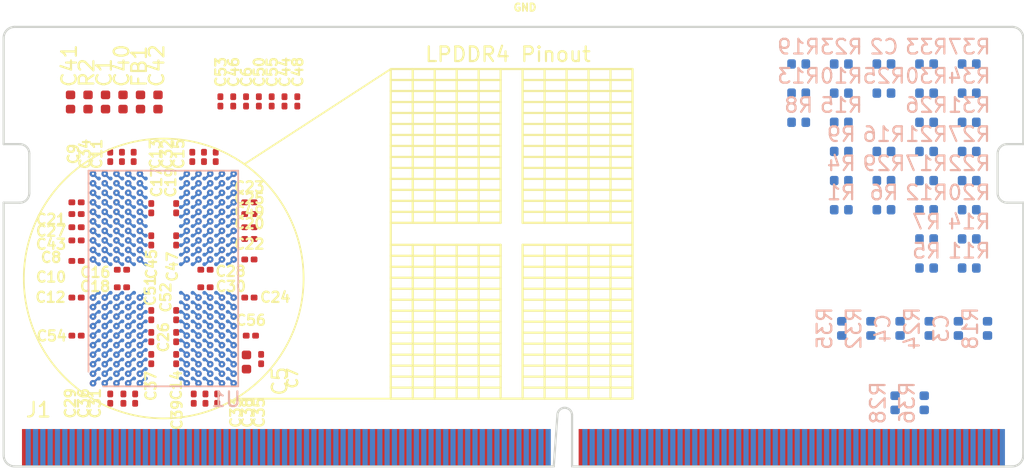
<source format=kicad_pcb>
(kicad_pcb (version 20171130) (host pcbnew 5.1.6+dfsg1-1~bpo10+1)
  (layers (0 F.Cu signal) (1 In1.Cu power) (2 In2.Cu power) (31 B.Cu signal) (34 B.Paste user) (35 F.Paste user) (36 B.SilkS user) (37 F.SilkS user) (38 B.Mask user) (39 F.Mask user) (44 Edge.Cuts user))
  (net 0 "")
  (net 1 "Net-(J1-Pad250)")
  (net 2 "Net-(J1-Pad249)")
  (net 3 "Net-(J1-Pad246)")
  (net 4 "Net-(J1-Pad245)")
  (net 5 "Net-(J1-Pad242)")
  (net 6 "Net-(J1-Pad241)")
  (net 7 "Net-(J1-Pad240)")
  (net 8 "Net-(J1-Pad237)")
  (net 9 "Net-(J1-Pad236)")
  (net 10 "Net-(J1-Pad233)")
  (net 11 "Net-(J1-Pad232)")
  (net 12 "Net-(J1-Pad229)")
  (net 13 "Net-(J1-Pad228)")
  (net 14 "Net-(J1-Pad225)")
  (net 15 "Net-(J1-Pad224)")
  (net 16 "Net-(J1-Pad221)")
  (net 17 "Net-(J1-Pad220)")
  (net 18 "Net-(J1-Pad219)")
  (net 19 "Net-(J1-Pad216)")
  (net 20 "Net-(J1-Pad215)")
  (net 21 "Net-(J1-Pad212)")
  (net 22 "Net-(J1-Pad211)")
  (net 23 "Net-(J1-Pad208)")
  (net 24 "Net-(J1-Pad207)")
  (net 25 "Net-(J1-Pad204)")
  (net 26 "Net-(J1-Pad203)")
  (net 27 "Net-(J1-Pad200)")
  (net 28 "Net-(J1-Pad199)")
  (net 29 "Net-(J1-Pad198)")
  (net 30 "Net-(J1-Pad195)")
  (net 31 "Net-(J1-Pad194)")
  (net 32 "Net-(J1-Pad191)")
  (net 33 "Net-(J1-Pad190)")
  (net 34 "Net-(J1-Pad187)")
  (net 35 "Net-(J1-Pad186)")
  (net 36 "Net-(J1-Pad183)")
  (net 37 "Net-(J1-Pad182)")
  (net 38 "Net-(J1-Pad179)")
  (net 39 "Net-(J1-Pad178)")
  (net 40 "Net-(J1-Pad177)")
  (net 41 "Net-(J1-Pad174)")
  (net 42 "Net-(J1-Pad173)")
  (net 43 "Net-(J1-Pad170)")
  (net 44 "Net-(J1-Pad169)")
  (net 45 "Net-(J1-Pad165)")
  (net 46 "Net-(J1-Pad162)")
  (net 47 "Net-(J1-Pad152)")
  (net 48 "Net-(J1-Pad127)")
  (net 49 "Net-(J1-Pad125)")
  (net 50 "Net-(J1-Pad122)")
  (net 51 "Net-(J1-Pad121)")
  (net 52 "Net-(J1-Pad105)")
  (net 53 "Net-(J1-Pad104)")
  (net 54 "Net-(J1-Pad101)")
  (net 55 "Net-(J1-Pad100)")
  (net 56 "Net-(J1-Pad97)")
  (net 57 "Net-(J1-Pad96)")
  (net 58 "Net-(J1-Pad95)")
  (net 59 "Net-(J1-Pad92)")
  (net 60 "Net-(J1-Pad91)")
  (net 61 "Net-(J1-Pad88)")
  (net 62 "Net-(J1-Pad87)")
  (net 63 "Net-(U1-PadAB12)")
  (net 64 "Net-(U1-PadAB11)")
  (net 65 GND)
  (net 66 DDRVCC)
  (net 67 "Net-(U1-PadAB2)")
  (net 68 "Net-(U1-PadAB1)")
  (net 69 "Net-(U1-PadAA12)")
  (net 70 "Net-(U1-PadAA1)")
  (net 71 "Net-(U1-PadR3)")
  (net 72 "Net-(U1-PadP5)")
  (net 73 "Net-(U1-PadN8)")
  (net 74 "Net-(U1-PadN5)")
  (net 75 "Net-(U1-PadK8)")
  (net 76 "Net-(U1-PadK5)")
  (net 77 "Net-(U1-PadJ5)")
  (net 78 "Net-(U1-PadH3)")
  (net 79 "Net-(U1-PadG11)")
  (net 80 /DQ11)
  (net 81 /DQ12)
  (net 82 /DQ10)
  (net 83 /DQ13)
  (net 84 /DQ14)
  (net 85 "Net-(U1-PadB12)")
  (net 86 /DQ15)
  (net 87 "Net-(U1-PadB1)")
  (net 88 "Net-(U1-PadA12)")
  (net 89 "Net-(U1-PadA11)")
  (net 90 "Net-(U1-PadA8)")
  (net 91 "Net-(U1-PadA2)")
  (net 92 "Net-(U1-PadA1)")
  (net 93 /MEMRST_N)
  (net 94 /CK0_T)
  (net 95 /CK0_C)
  (net 96 /VREFCA)
  (net 97 VPP)
  (net 98 VTT)
  (net 99 /SA1)
  (net 100 /SA0)
  (net 101 VDDSPD)
  (net 102 /SDA)
  (net 103 /SCL)
  (net 104 /ODT1)
  (net 105 /CA3_B)
  (net 106 /CS_1_N)
  (net 107 /CA5_B)
  (net 108 /ODT0)
  (net 109 /CA4_B)
  (net 110 /BA0)
  (net 111 /CS0_N)
  (net 112 /CA0_B)
  (net 113 /BA1)
  (net 114 /CA0_A)
  (net 115 /PARITY)
  (net 116 /CK1_C)
  (net 117 /CK1_T)
  (net 118 /EVENT_N)
  (net 119 /CA1_A)
  (net 120 /CA2_A)
  (net 121 /CA3_A)
  (net 122 /CA4_A)
  (net 123 /CA5_A)
  (net 124 /CA1_B)
  (net 125 /CA2_B)
  (net 126 /ALERT_N)
  (net 127 /BG1)
  (net 128 /ACT_N)
  (net 129 /BG0)
  (net 130 /CKE_1)
  (net 131 /CKE_0)
  (net 132 /RESET_CONN_N)
  (net 133 /DQ27)
  (net 134 /DQ26)
  (net 135 /DQ31)
  (net 136 /DQ30)
  (net 137 /DQS3_T)
  (net 138 /DM3_N)
  (net 139 /DQS3_C)
  (net 140 /DQ25)
  (net 141 /DQ24)
  (net 142 /DQ29)
  (net 143 /DQ28)
  (net 144 /DQ19)
  (net 145 /DQ18)
  (net 146 /DQ23)
  (net 147 /DQ22)
  (net 148 /DQS2_T)
  (net 149 /DM2_N)
  (net 150 /DQS2_C)
  (net 151 /DQ16)
  (net 152 /DQ17)
  (net 153 /DQ20)
  (net 154 /DQ21)
  (net 155 /DQS1_T)
  (net 156 /DM1_N)
  (net 157 /DQS1_C)
  (net 158 /DQ09)
  (net 159 /DQ08)
  (net 160 /DQ03)
  (net 161 /DQ02)
  (net 162 /DQ07)
  (net 163 /DQ06)
  (net 164 /DQS0_T)
  (net 165 /DM0_N)
  (net 166 /DQS0_C)
  (net 167 /DQ00)
  (net 168 /DQ01)
  (net 169 /DQ04)
  (net 170 /DQ05)
  (net 171 "Net-(R1-Pad1)")
  (net 172 /ODT0_A)
  (net 173 /CS_0_N)
  (net 174 /CS0_N_A)
  (net 175 /CS0_N_B)
  (net 176 /CKE_0_A)
  (net 177 /CKE_0_B)
  (net 178 /CKE0_A)
  (net 179 /CKE0_B)
  (net 180 VDDQ)
  (net 181 VDD1)
  (net 182 VDD2)
  (net 183 /ODT0_B)
  (net 184 VDD1_A)
  (module antmicro-footprints:0402-res (layer F.Cu) (at 105.759 75.125 90)
    (fp_text reference R2 (at 1.999524 -0.09 90) (layer F.SilkS))
    (fp_text value R_10k_0402)
    (pad 2 smd roundrect (at 0.485 0 90) (size 0.59 0.64) (layers F.Cu F.Paste F.Mask) (net 172 /ODT0_A))
    (pad 1 smd roundrect (at -0.485 0 90) (size 0.59 0.64) (layers F.Cu F.Paste F.Mask) (net 180 VDDQ))
  )
  (module antmicro-footprints:0402-res (layer F.Cu) (at 109.341 75.125 90)
    (fp_text reference FB1 (at 2.428096 -0.09 90) (layer F.SilkS))
    (fp_text value BLM15PD121SN1D)
    (pad 2 smd roundrect (at 0.485 0 90) (size 0.59 0.64) (layers F.Cu F.Paste F.Mask) (net 184 VDD1_A))
    (pad 1 smd roundrect (at -0.485 0 90) (size 0.59 0.64) (layers F.Cu F.Paste F.Mask) (net 181 VDD1))
  )
  (module antmicro-footprints:0201-res (layer F.Cu) (at 116.875 91.075)
    (fp_text reference C56 (at 0 -1.05) (layer F.SilkS) (effects (font (size 0.7 0.7))))
    (fp_text value C_100n_0201)
    (pad 1 smd roundrect (at -0.32 0) (size 0.46 0.4) (layers F.Cu F.Mask) (net 181 VDD1))
    (pad 2 smd roundrect (at 0.32 0) (size 0.46 0.4) (layers F.Cu F.Mask) (net 65 GND))
  )
  (module antmicro-footprints:0201-res (layer F.Cu) (at 118.295 75.085 90)
    (fp_text reference C55 (at 2 0.03 90) (layer F.SilkS) (effects (font (size 0.7 0.7))))
    (fp_text value C_100n_0201)
    (pad 1 smd roundrect (at -0.32 0 90) (size 0.46 0.4) (layers F.Cu F.Mask) (net 182 VDD2))
    (pad 2 smd roundrect (at 0.32 0 90) (size 0.46 0.4) (layers F.Cu F.Mask) (net 65 GND))
  )
  (module antmicro-footprints:0201-res (layer F.Cu) (at 104.975 91.075 180)
    (fp_text reference C54 (at 1.695 -0.02) (layer F.SilkS) (effects (font (size 0.7 0.7))))
    (fp_text value C_100n_0201)
    (pad 1 smd roundrect (at -0.32 0 180) (size 0.46 0.4) (layers F.Cu F.Mask) (net 181 VDD1))
    (pad 2 smd roundrect (at 0.32 0 180) (size 0.46 0.4) (layers F.Cu F.Mask) (net 65 GND))
  )
  (module antmicro-footprints:0201-res (layer F.Cu) (at 114.795 75.085 90)
    (fp_text reference C53 (at 2 0.03 90) (layer F.SilkS) (effects (font (size 0.7 0.7))))
    (fp_text value C_100n_0201)
    (pad 1 smd roundrect (at -0.32 0 90) (size 0.46 0.4) (layers F.Cu F.Mask) (net 182 VDD2))
    (pad 2 smd roundrect (at 0.32 0 90) (size 0.46 0.4) (layers F.Cu F.Mask) (net 65 GND))
  )
  (module antmicro-footprints:0201-res (layer F.Cu) (at 111.775 89.675 90)
    (fp_text reference C52 (at 1.21 -0.705 90) (layer F.SilkS) (effects (font (size 0.7 0.7))))
    (fp_text value C_100n_0201)
    (pad 1 smd roundrect (at -0.32 0 90) (size 0.46 0.4) (layers F.Cu F.Mask) (net 181 VDD1))
    (pad 2 smd roundrect (at 0.32 0 90) (size 0.46 0.4) (layers F.Cu F.Mask) (net 65 GND))
  )
  (module antmicro-footprints:0201-res (layer F.Cu) (at 110.075 89.675 90)
    (fp_text reference C51 (at 1.65 -0.065 90) (layer F.SilkS) (effects (font (size 0.7 0.7))))
    (fp_text value C_100n_0201)
    (pad 1 smd roundrect (at -0.32 0 90) (size 0.46 0.4) (layers F.Cu F.Mask) (net 181 VDD1))
    (pad 2 smd roundrect (at 0.32 0 90) (size 0.46 0.4) (layers F.Cu F.Mask) (net 65 GND))
  )
  (module antmicro-footprints:0201-res (layer F.Cu) (at 117.42 75.085 90)
    (fp_text reference C50 (at 2 0.03 90) (layer F.SilkS) (effects (font (size 0.7 0.7))))
    (fp_text value C_1u_0201)
    (pad 1 smd roundrect (at -0.32 0 90) (size 0.46 0.4) (layers F.Cu F.Mask) (net 182 VDD2))
    (pad 2 smd roundrect (at 0.32 0 90) (size 0.46 0.4) (layers F.Cu F.Mask) (net 65 GND))
  )
  (module antmicro-footprints:0201-res (layer F.Cu) (at 116.775 83.675)
    (fp_text reference C49 (at 0 -1.05) (layer F.SilkS) (effects (font (size 0.7 0.7))))
    (fp_text value C_100n_0201)
    (pad 1 smd roundrect (at -0.32 0) (size 0.46 0.4) (layers F.Cu F.Mask) (net 181 VDD1))
    (pad 2 smd roundrect (at 0.32 0) (size 0.46 0.4) (layers F.Cu F.Mask) (net 65 GND))
  )
  (module antmicro-footprints:0201-res (layer F.Cu) (at 120.045 75.085 90)
    (fp_text reference C48 (at 2 0.03 90) (layer F.SilkS) (effects (font (size 0.7 0.7))))
    (fp_text value C_1u_0201)
    (pad 1 smd roundrect (at -0.32 0 90) (size 0.46 0.4) (layers F.Cu F.Mask) (net 182 VDD2))
    (pad 2 smd roundrect (at 0.32 0 90) (size 0.46 0.4) (layers F.Cu F.Mask) (net 65 GND))
  )
  (module antmicro-footprints:0201-res (layer F.Cu) (at 111.775 84.575 270)
    (fp_text reference C47 (at 1.79 0.265 90) (layer F.SilkS) (effects (font (size 0.7 0.7))))
    (fp_text value C_100n_0201)
    (pad 1 smd roundrect (at -0.32 0 270) (size 0.46 0.4) (layers F.Cu F.Mask) (net 181 VDD1))
    (pad 2 smd roundrect (at 0.32 0 270) (size 0.46 0.4) (layers F.Cu F.Mask) (net 65 GND))
  )
  (module antmicro-footprints:0201-res (layer F.Cu) (at 115.67 75.085 90)
    (fp_text reference C46 (at 2 0.03 90) (layer F.SilkS) (effects (font (size 0.7 0.7))))
    (fp_text value C_1u_0201)
    (pad 1 smd roundrect (at -0.32 0 90) (size 0.46 0.4) (layers F.Cu F.Mask) (net 182 VDD2))
    (pad 2 smd roundrect (at 0.32 0 90) (size 0.46 0.4) (layers F.Cu F.Mask) (net 65 GND))
  )
  (module antmicro-footprints:0201-res (layer F.Cu) (at 110.075 84.575 270)
    (fp_text reference C45 (at 1.62 -0.015 270) (layer F.SilkS) (effects (font (size 0.7 0.7))))
    (fp_text value C_100n_0201)
    (pad 1 smd roundrect (at -0.32 0 270) (size 0.46 0.4) (layers F.Cu F.Mask) (net 181 VDD1))
    (pad 2 smd roundrect (at 0.32 0 270) (size 0.46 0.4) (layers F.Cu F.Mask) (net 65 GND))
  )
  (module antmicro-footprints:0201-res (layer F.Cu) (at 119.17 75.085 90)
    (fp_text reference C44 (at 2 0.03 90) (layer F.SilkS) (effects (font (size 0.7 0.7))))
    (fp_text value C_1u_0201)
    (pad 1 smd roundrect (at -0.32 0 90) (size 0.46 0.4) (layers F.Cu F.Mask) (net 182 VDD2))
    (pad 2 smd roundrect (at 0.32 0 90) (size 0.46 0.4) (layers F.Cu F.Mask) (net 65 GND))
  )
  (module antmicro-footprints:0201-res (layer F.Cu) (at 104.975 83.675 180)
    (fp_text reference C43 (at 1.74 -1.16) (layer F.SilkS) (effects (font (size 0.7 0.7))))
    (fp_text value C_100n_0201)
    (pad 1 smd roundrect (at -0.32 0 180) (size 0.46 0.4) (layers F.Cu F.Mask) (net 181 VDD1))
    (pad 2 smd roundrect (at 0.32 0 180) (size 0.46 0.4) (layers F.Cu F.Mask) (net 65 GND))
  )
  (module antmicro-footprints:0402-cap (layer F.Cu) (at 110.535 75.125 90)
    (fp_text reference C42 (at 2.475715 -0.09 90) (layer F.SilkS))
    (fp_text value C_10u_0402)
    (pad 2 smd roundrect (at 0.485 0 90) (size 0.59 0.64) (layers F.Cu F.Paste F.Mask) (net 65 GND))
    (pad 1 smd roundrect (at -0.485 0 90) (size 0.59 0.64) (layers F.Cu F.Paste F.Mask) (net 182 VDD2))
  )
  (module antmicro-footprints:0402-cap (layer F.Cu) (at 104.565 75.125 90)
    (fp_text reference C41 (at 2.475715 -0.09 90) (layer F.SilkS))
    (fp_text value C_10u_0402)
    (pad 2 smd roundrect (at 0.485 0 90) (size 0.59 0.64) (layers F.Cu F.Paste F.Mask) (net 65 GND))
    (pad 1 smd roundrect (at -0.485 0 90) (size 0.59 0.64) (layers F.Cu F.Paste F.Mask) (net 181 VDD1))
  )
  (module antmicro-footprints:0402-cap (layer F.Cu) (at 108.147 75.125 90)
    (fp_text reference C40 (at 2.475715 -0.09 90) (layer F.SilkS))
    (fp_text value C_10u_0402)
    (pad 2 smd roundrect (at 0.485 0 90) (size 0.59 0.64) (layers F.Cu F.Paste F.Mask) (net 65 GND))
    (pad 1 smd roundrect (at -0.485 0 90) (size 0.59 0.64) (layers F.Cu F.Paste F.Mask) (net 182 VDD2))
  )
  (module antmicro-footprints:0201-res (layer F.Cu) (at 111.775 92.675 270)
    (fp_text reference C39 (at 3.81 -0.055 90) (layer F.SilkS) (effects (font (size 0.7 0.7))))
    (fp_text value C_100n_0201)
    (pad 1 smd roundrect (at -0.32 0 270) (size 0.46 0.4) (layers F.Cu F.Mask) (net 180 VDDQ))
    (pad 2 smd roundrect (at 0.32 0 270) (size 0.46 0.4) (layers F.Cu F.Mask) (net 65 GND))
  )
  (module antmicro-footprints:0201-res (layer F.Cu) (at 113.775 95.375 270)
    (fp_text reference C38 (at 0.96 -2.87 90) (layer F.SilkS) (effects (font (size 0.7 0.7))))
    (fp_text value C_100n_0201)
    (pad 1 smd roundrect (at -0.32 0 270) (size 0.46 0.4) (layers F.Cu F.Mask) (net 182 VDD2))
    (pad 2 smd roundrect (at 0.32 0 270) (size 0.46 0.4) (layers F.Cu F.Mask) (net 65 GND))
  )
  (module antmicro-footprints:0201-res (layer F.Cu) (at 110.075 92.675 270)
    (fp_text reference C37 (at 1.83 0.025 90) (layer F.SilkS) (effects (font (size 0.7 0.7))))
    (fp_text value C_100n_0201)
    (pad 1 smd roundrect (at -0.32 0 270) (size 0.46 0.4) (layers F.Cu F.Mask) (net 180 VDDQ))
    (pad 2 smd roundrect (at 0.32 0 270) (size 0.46 0.4) (layers F.Cu F.Mask) (net 65 GND))
  )
  (module antmicro-footprints:0201-res (layer F.Cu) (at 108.175 95.375 270)
    (fp_text reference C36 (at 0.32 2.72 90) (layer F.SilkS) (effects (font (size 0.7 0.7))))
    (fp_text value C_100n_0201)
    (pad 1 smd roundrect (at -0.32 0 270) (size 0.46 0.4) (layers F.Cu F.Mask) (net 182 VDD2))
    (pad 2 smd roundrect (at 0.32 0 270) (size 0.46 0.4) (layers F.Cu F.Mask) (net 65 GND))
  )
  (module antmicro-footprints:0201-res (layer F.Cu) (at 114.575 95.375 270)
    (fp_text reference C35 (at 0.96 -2.87 90) (layer F.SilkS) (effects (font (size 0.7 0.7))))
    (fp_text value C_100n_0201)
    (pad 1 smd roundrect (at -0.32 0 270) (size 0.46 0.4) (layers F.Cu F.Mask) (net 180 VDDQ))
    (pad 2 smd roundrect (at 0.32 0 270) (size 0.46 0.4) (layers F.Cu F.Mask) (net 65 GND))
  )
  (module antmicro-footprints:0201-res (layer F.Cu) (at 108.075 78.875 90)
    (fp_text reference C34 (at 0.2 -2.52 90) (layer F.SilkS) (effects (font (size 0.7 0.7))))
    (fp_text value C_100n_0201)
    (pad 1 smd roundrect (at -0.32 0 90) (size 0.46 0.4) (layers F.Cu F.Mask) (net 182 VDD2))
    (pad 2 smd roundrect (at 0.32 0 90) (size 0.46 0.4) (layers F.Cu F.Mask) (net 65 GND))
  )
  (module antmicro-footprints:0201-res (layer F.Cu) (at 112.975 95.375 270)
    (fp_text reference C33 (at 0.96 -2.87 90) (layer F.SilkS) (effects (font (size 0.7 0.7))))
    (fp_text value C_100n_0201)
    (pad 1 smd roundrect (at -0.32 0 270) (size 0.46 0.4) (layers F.Cu F.Mask) (net 180 VDDQ))
    (pad 2 smd roundrect (at 0.32 0 270) (size 0.46 0.4) (layers F.Cu F.Mask) (net 65 GND))
  )
  (module antmicro-footprints:0201-res (layer F.Cu) (at 113.675 78.875 90)
    (fp_text reference C32 (at 0.2 -2.52 90) (layer F.SilkS) (effects (font (size 0.7 0.7))))
    (fp_text value C_100n_0201)
    (pad 1 smd roundrect (at -0.32 0 90) (size 0.46 0.4) (layers F.Cu F.Mask) (net 182 VDD2))
    (pad 2 smd roundrect (at 0.32 0 90) (size 0.46 0.4) (layers F.Cu F.Mask) (net 65 GND))
  )
  (module antmicro-footprints:0201-res (layer F.Cu) (at 108.975 95.375 270)
    (fp_text reference C31 (at 0.32 2.72 90) (layer F.SilkS) (effects (font (size 0.7 0.7))))
    (fp_text value C_100n_0201)
    (pad 1 smd roundrect (at -0.32 0 270) (size 0.46 0.4) (layers F.Cu F.Mask) (net 180 VDDQ))
    (pad 2 smd roundrect (at 0.32 0 270) (size 0.46 0.4) (layers F.Cu F.Mask) (net 65 GND))
  )
  (module antmicro-footprints:0201-res (layer F.Cu) (at 113.775 87.775 180)
    (fp_text reference C30 (at -1.735 0.06) (layer F.SilkS) (effects (font (size 0.7 0.7))))
    (fp_text value C_100n_0201)
    (pad 1 smd roundrect (at -0.32 0 180) (size 0.46 0.4) (layers F.Cu F.Mask) (net 182 VDD2))
    (pad 2 smd roundrect (at 0.32 0 180) (size 0.46 0.4) (layers F.Cu F.Mask) (net 65 GND))
  )
  (module antmicro-footprints:0201-res (layer F.Cu) (at 107.275 95.375 270)
    (fp_text reference C29 (at 0.32 2.72 90) (layer F.SilkS) (effects (font (size 0.7 0.7))))
    (fp_text value C_100n_0201)
    (pad 1 smd roundrect (at -0.32 0 270) (size 0.46 0.4) (layers F.Cu F.Mask) (net 180 VDDQ))
    (pad 2 smd roundrect (at 0.32 0 270) (size 0.46 0.4) (layers F.Cu F.Mask) (net 65 GND))
  )
  (module antmicro-footprints:0201-res (layer F.Cu) (at 113.775 86.575 180)
    (fp_text reference C28 (at -1.715 -0.11) (layer F.SilkS) (effects (font (size 0.7 0.7))))
    (fp_text value C_100n_0201)
    (pad 1 smd roundrect (at -0.32 0 180) (size 0.46 0.4) (layers F.Cu F.Mask) (net 182 VDD2))
    (pad 2 smd roundrect (at 0.32 0 180) (size 0.46 0.4) (layers F.Cu F.Mask) (net 65 GND))
  )
  (module antmicro-footprints:0201-res (layer F.Cu) (at 104.975 82.775 180)
    (fp_text reference C27 (at 1.74 -1.16) (layer F.SilkS) (effects (font (size 0.7 0.7))))
    (fp_text value C_100n_0201)
    (pad 1 smd roundrect (at -0.32 0 180) (size 0.46 0.4) (layers F.Cu F.Mask) (net 180 VDDQ))
    (pad 2 smd roundrect (at 0.32 0 180) (size 0.46 0.4) (layers F.Cu F.Mask) (net 65 GND))
  )
  (module antmicro-footprints:0201-res (layer F.Cu) (at 110.075 91.175 270)
    (fp_text reference C26 (at 0.01 -0.835 90) (layer F.SilkS) (effects (font (size 0.7 0.7))))
    (fp_text value C_100n_0201)
    (pad 1 smd roundrect (at -0.32 0 270) (size 0.46 0.4) (layers F.Cu F.Mask) (net 182 VDD2))
    (pad 2 smd roundrect (at 0.32 0 270) (size 0.46 0.4) (layers F.Cu F.Mask) (net 65 GND))
  )
  (module antmicro-footprints:0201-res (layer F.Cu) (at 116.775 82.775)
    (fp_text reference C25 (at 0 -1.05) (layer F.SilkS) (effects (font (size 0.7 0.7))))
    (fp_text value C_100n_0201)
    (pad 1 smd roundrect (at -0.32 0) (size 0.46 0.4) (layers F.Cu F.Mask) (net 180 VDDQ))
    (pad 2 smd roundrect (at 0.32 0) (size 0.46 0.4) (layers F.Cu F.Mask) (net 65 GND))
  )
  (module antmicro-footprints:0201-res (layer F.Cu) (at 116.775 88.475)
    (fp_text reference C24 (at 1.765 -0.02) (layer F.SilkS) (effects (font (size 0.7 0.7))))
    (fp_text value C_100n_0201)
    (pad 1 smd roundrect (at -0.32 0) (size 0.46 0.4) (layers F.Cu F.Mask) (net 182 VDD2))
    (pad 2 smd roundrect (at 0.32 0) (size 0.46 0.4) (layers F.Cu F.Mask) (net 65 GND))
  )
  (module antmicro-footprints:0201-res (layer F.Cu) (at 116.775 81.975)
    (fp_text reference C23 (at 0 -1.05) (layer F.SilkS) (effects (font (size 0.7 0.7))))
    (fp_text value C_100n_0201)
    (pad 1 smd roundrect (at -0.32 0) (size 0.46 0.4) (layers F.Cu F.Mask) (net 180 VDDQ))
    (pad 2 smd roundrect (at 0.32 0) (size 0.46 0.4) (layers F.Cu F.Mask) (net 65 GND))
  )
  (module antmicro-footprints:0201-res (layer F.Cu) (at 116.775 85.875)
    (fp_text reference C22 (at 0 -1.05) (layer F.SilkS) (effects (font (size 0.7 0.7))))
    (fp_text value C_100n_0201)
    (pad 1 smd roundrect (at -0.32 0) (size 0.46 0.4) (layers F.Cu F.Mask) (net 182 VDD2))
    (pad 2 smd roundrect (at 0.32 0) (size 0.46 0.4) (layers F.Cu F.Mask) (net 65 GND))
  )
  (module antmicro-footprints:0201-res (layer F.Cu) (at 104.975 81.975 180)
    (fp_text reference C21 (at 1.74 -1.16) (layer F.SilkS) (effects (font (size 0.7 0.7))))
    (fp_text value C_100n_0201)
    (pad 1 smd roundrect (at -0.32 0 180) (size 0.46 0.4) (layers F.Cu F.Mask) (net 180 VDDQ))
    (pad 2 smd roundrect (at 0.32 0 180) (size 0.46 0.4) (layers F.Cu F.Mask) (net 65 GND))
  )
  (module antmicro-footprints:0201-res (layer F.Cu) (at 116.775 84.475)
    (fp_text reference C20 (at 0 -1.05) (layer F.SilkS) (effects (font (size 0.7 0.7))))
    (fp_text value C_100n_0201)
    (pad 1 smd roundrect (at -0.32 0) (size 0.46 0.4) (layers F.Cu F.Mask) (net 182 VDD2))
    (pad 2 smd roundrect (at 0.32 0) (size 0.46 0.4) (layers F.Cu F.Mask) (net 65 GND))
  )
  (module antmicro-footprints:0201-res (layer F.Cu) (at 111.775 82.375 270)
    (fp_text reference C19 (at -1.76 0.375 90) (layer F.SilkS) (effects (font (size 0.7 0.7))))
    (fp_text value C_100n_0201)
    (pad 1 smd roundrect (at -0.32 0 270) (size 0.46 0.4) (layers F.Cu F.Mask) (net 180 VDDQ))
    (pad 2 smd roundrect (at 0.32 0 270) (size 0.46 0.4) (layers F.Cu F.Mask) (net 65 GND))
  )
  (module antmicro-footprints:0201-res (layer F.Cu) (at 108.075 87.775)
    (fp_text reference C18 (at -1.835 -0.06) (layer F.SilkS) (effects (font (size 0.7 0.7))))
    (fp_text value C_100n_0201)
    (pad 1 smd roundrect (at -0.32 0) (size 0.46 0.4) (layers F.Cu F.Mask) (net 182 VDD2))
    (pad 2 smd roundrect (at 0.32 0) (size 0.46 0.4) (layers F.Cu F.Mask) (net 65 GND))
  )
  (module antmicro-footprints:0201-res (layer F.Cu) (at 110.075 82.375 270)
    (fp_text reference C17 (at -1.77 -0.365 90) (layer F.SilkS) (effects (font (size 0.7 0.7))))
    (fp_text value C_100n_0201)
    (pad 1 smd roundrect (at -0.32 0 270) (size 0.46 0.4) (layers F.Cu F.Mask) (net 180 VDDQ))
    (pad 2 smd roundrect (at 0.32 0 270) (size 0.46 0.4) (layers F.Cu F.Mask) (net 65 GND))
  )
  (module antmicro-footprints:0201-res (layer F.Cu) (at 108.075 86.575)
    (fp_text reference C16 (at -1.815 0.18) (layer F.SilkS) (effects (font (size 0.7 0.7))))
    (fp_text value C_100n_0201)
    (pad 1 smd roundrect (at -0.32 0) (size 0.46 0.4) (layers F.Cu F.Mask) (net 182 VDD2))
    (pad 2 smd roundrect (at 0.32 0) (size 0.46 0.4) (layers F.Cu F.Mask) (net 65 GND))
  )
  (module antmicro-footprints:0201-res (layer F.Cu) (at 114.475 78.875 90)
    (fp_text reference C15 (at 0.2 -2.52 90) (layer F.SilkS) (effects (font (size 0.7 0.7))))
    (fp_text value C_100n_0201)
    (pad 1 smd roundrect (at -0.32 0 90) (size 0.46 0.4) (layers F.Cu F.Mask) (net 180 VDDQ))
    (pad 2 smd roundrect (at 0.32 0 90) (size 0.46 0.4) (layers F.Cu F.Mask) (net 65 GND))
  )
  (module antmicro-footprints:0201-res (layer F.Cu) (at 111.775 91.175 270)
    (fp_text reference C14 (at 3.29 -0.01 90) (layer F.SilkS) (effects (font (size 0.7 0.7))))
    (fp_text value C_100n_0201)
    (pad 1 smd roundrect (at -0.32 0 270) (size 0.46 0.4) (layers F.Cu F.Mask) (net 182 VDD2))
    (pad 2 smd roundrect (at 0.32 0 270) (size 0.46 0.4) (layers F.Cu F.Mask) (net 65 GND))
  )
  (module antmicro-footprints:0201-res (layer F.Cu) (at 112.875 78.875 90)
    (fp_text reference C13 (at 0.2 -2.52 90) (layer F.SilkS) (effects (font (size 0.7 0.7))))
    (fp_text value C_100n_0201)
    (pad 1 smd roundrect (at -0.32 0 90) (size 0.46 0.4) (layers F.Cu F.Mask) (net 180 VDDQ))
    (pad 2 smd roundrect (at 0.32 0 90) (size 0.46 0.4) (layers F.Cu F.Mask) (net 65 GND))
  )
  (module antmicro-footprints:0201-res (layer F.Cu) (at 104.975 88.475 180)
    (fp_text reference C12 (at 1.775 0.02) (layer F.SilkS) (effects (font (size 0.7 0.7))))
    (fp_text value C_100n_0201)
    (pad 1 smd roundrect (at -0.32 0 180) (size 0.46 0.4) (layers F.Cu F.Mask) (net 182 VDD2))
    (pad 2 smd roundrect (at 0.32 0 180) (size 0.46 0.4) (layers F.Cu F.Mask) (net 65 GND))
  )
  (module antmicro-footprints:0201-res (layer F.Cu) (at 108.875 78.875 90)
    (fp_text reference C11 (at 0.2 -2.52 90) (layer F.SilkS) (effects (font (size 0.7 0.7))))
    (fp_text value C_100n_0201)
    (pad 1 smd roundrect (at -0.32 0 90) (size 0.46 0.4) (layers F.Cu F.Mask) (net 180 VDDQ))
    (pad 2 smd roundrect (at 0.32 0 90) (size 0.46 0.4) (layers F.Cu F.Mask) (net 65 GND))
  )
  (module antmicro-footprints:0201-res (layer F.Cu) (at 104.975 85.975 180)
    (fp_text reference C10 (at 1.74 -1.1) (layer F.SilkS) (effects (font (size 0.7 0.7))))
    (fp_text value C_100n_0201)
    (pad 1 smd roundrect (at -0.32 0 180) (size 0.46 0.4) (layers F.Cu F.Mask) (net 182 VDD2))
    (pad 2 smd roundrect (at 0.32 0 180) (size 0.46 0.4) (layers F.Cu F.Mask) (net 65 GND))
  )
  (module antmicro-footprints:0201-res (layer F.Cu) (at 107.275 78.875 90)
    (fp_text reference C9 (at 0.2 -2.52 90) (layer F.SilkS) (effects (font (size 0.7 0.7))))
    (fp_text value C_100n_0201)
    (pad 1 smd roundrect (at -0.32 0 90) (size 0.46 0.4) (layers F.Cu F.Mask) (net 180 VDDQ))
    (pad 2 smd roundrect (at 0.32 0 90) (size 0.46 0.4) (layers F.Cu F.Mask) (net 65 GND))
  )
  (module antmicro-footprints:0201-res (layer F.Cu) (at 104.975 84.575 180)
    (fp_text reference C8 (at 1.74 -1.16) (layer F.SilkS) (effects (font (size 0.7 0.7))))
    (fp_text value C_100n_0201)
    (pad 1 smd roundrect (at -0.32 0 180) (size 0.46 0.4) (layers F.Cu F.Mask) (net 182 VDD2))
    (pad 2 smd roundrect (at 0.32 0 180) (size 0.46 0.4) (layers F.Cu F.Mask) (net 65 GND))
  )
  (module antmicro-footprints:0201-res (layer F.Cu) (at 117.575 92.675 270)
    (fp_text reference C7 (at 1.31 -2.15 90) (layer F.SilkS) (effects (font (size 0.7 0.7))))
    (fp_text value C_1u_0201)
    (pad 1 smd roundrect (at -0.32 0 270) (size 0.46 0.4) (layers F.Cu F.Mask) (net 180 VDDQ))
    (pad 2 smd roundrect (at 0.32 0 270) (size 0.46 0.4) (layers F.Cu F.Mask) (net 65 GND))
  )
  (module antmicro-footprints:0201-res (layer F.Cu) (at 116.545 75.085 90)
    (fp_text reference C6 (at 1.666667 0.03 90) (layer F.SilkS) (effects (font (size 0.7 0.7))))
    (fp_text value C_1u_0201)
    (pad 1 smd roundrect (at -0.32 0 90) (size 0.46 0.4) (layers F.Cu F.Mask) (net 182 VDD2))
    (pad 2 smd roundrect (at 0.32 0 90) (size 0.46 0.4) (layers F.Cu F.Mask) (net 65 GND))
  )
  (module antmicro-footprints:0402-cap (layer F.Cu) (at 116.575 92.875 270)
    (fp_text reference C5 (at 1.31 -2.27 90) (layer F.SilkS))
    (fp_text value C_10u_0402)
    (pad 2 smd roundrect (at 0.485 0 270) (size 0.59 0.64) (layers F.Cu F.Paste F.Mask) (net 65 GND))
    (pad 1 smd roundrect (at -0.485 0 270) (size 0.59 0.64) (layers F.Cu F.Paste F.Mask) (net 180 VDDQ))
  )
  (module antmicro-footprints:0402-cap (layer F.Cu) (at 106.953 75.125 90)
    (fp_text reference C1 (at 1.999524 -0.09 90) (layer F.SilkS))
    (fp_text value C_10u_0402)
    (pad 2 smd roundrect (at 0.485 0 90) (size 0.59 0.64) (layers F.Cu F.Paste F.Mask) (net 65 GND))
    (pad 1 smd roundrect (at -0.485 0 90) (size 0.59 0.64) (layers F.Cu F.Paste F.Mask) (net 182 VDD2))
  )
  (module antmicro-footprints:BGA-200_10.0x14.5mm_Layout12x22_P0.80x0.65mm (layer B.Cu) (at 110.9 87.175)
    (fp_text reference U1 (at 4.29 8.25) (layer B.SilkS) (effects (justify mirror)))
    (fp_text value MT53E256M16D1)
    (pad AB12 smd circle (at 4.4 -6.825) (size 0.27 0.27) (layers B.Cu B.Paste B.Mask) (net 63 "Net-(U1-PadAB12)"))
    (pad AB11 smd circle (at 3.6 -6.825) (size 0.27 0.27) (layers B.Cu B.Paste B.Mask) (net 64 "Net-(U1-PadAB11)"))
    (pad AB10 smd circle (at 2.8 -6.825) (size 0.27 0.27) (layers B.Cu B.Paste B.Mask) (net 65 GND))
    (pad AB9 smd circle (at 2 -6.825) (size 0.27 0.27) (layers B.Cu B.Paste B.Mask) (net 182 VDD2))
    (pad AB8 smd circle (at 1.2 -6.825) (size 0.27 0.27) (layers B.Cu B.Paste B.Mask) (net 65 GND))
    (pad AB5 smd circle (at -1.2 -6.825) (size 0.27 0.27) (layers B.Cu B.Paste B.Mask) (net 65 GND))
    (pad AB4 smd circle (at -2 -6.825) (size 0.27 0.27) (layers B.Cu B.Paste B.Mask) (net 182 VDD2))
    (pad AB3 smd circle (at -2.8 -6.825) (size 0.27 0.27) (layers B.Cu B.Paste B.Mask) (net 65 GND))
    (pad AB2 smd circle (at -3.6 -6.825) (size 0.27 0.27) (layers B.Cu B.Paste B.Mask) (net 67 "Net-(U1-PadAB2)"))
    (pad AB1 smd circle (at -4.4 -6.825) (size 0.27 0.27) (layers B.Cu B.Paste B.Mask) (net 68 "Net-(U1-PadAB1)"))
    (pad AA12 smd circle (at 4.4 -6.175) (size 0.27 0.27) (layers B.Cu B.Paste B.Mask) (net 69 "Net-(U1-PadAA12)"))
    (pad AA11 smd circle (at 3.6 -6.175) (size 0.27 0.27) (layers B.Cu B.Paste B.Mask) (net 141 /DQ24))
    (pad AA10 smd circle (at 2.8 -6.175) (size 0.27 0.27) (layers B.Cu B.Paste B.Mask) (net 180 VDDQ))
    (pad AA9 smd circle (at 2 -6.175) (size 0.27 0.27) (layers B.Cu B.Paste B.Mask) (net 135 /DQ31))
    (pad AA8 smd circle (at 1.2 -6.175) (size 0.27 0.27) (layers B.Cu B.Paste B.Mask) (net 180 VDDQ))
    (pad AA5 smd circle (at -1.2 -6.175) (size 0.27 0.27) (layers B.Cu B.Paste B.Mask) (net 180 VDDQ))
    (pad AA4 smd circle (at -2 -6.175) (size 0.27 0.27) (layers B.Cu B.Paste B.Mask) (net 146 /DQ23))
    (pad AA3 smd circle (at -2.8 -6.175) (size 0.27 0.27) (layers B.Cu B.Paste B.Mask) (net 180 VDDQ))
    (pad AA2 smd circle (at -3.6 -6.175) (size 0.27 0.27) (layers B.Cu B.Paste B.Mask) (net 151 /DQ16))
    (pad AA1 smd circle (at -4.4 -6.175) (size 0.27 0.27) (layers B.Cu B.Paste B.Mask) (net 70 "Net-(U1-PadAA1)"))
    (pad Y12 smd circle (at 4.4 -5.525) (size 0.27 0.27) (layers B.Cu B.Paste B.Mask) (net 65 GND))
    (pad Y11 smd circle (at 3.6 -5.525) (size 0.27 0.27) (layers B.Cu B.Paste B.Mask) (net 140 /DQ25))
    (pad Y10 smd circle (at 2.8 -5.525) (size 0.27 0.27) (layers B.Cu B.Paste B.Mask) (net 138 /DM3_N))
    (pad Y9 smd circle (at 2 -5.525) (size 0.27 0.27) (layers B.Cu B.Paste B.Mask) (net 136 /DQ30))
    (pad Y8 smd circle (at 1.2 -5.525) (size 0.27 0.27) (layers B.Cu B.Paste B.Mask) (net 65 GND))
    (pad Y5 smd circle (at -1.2 -5.525) (size 0.27 0.27) (layers B.Cu B.Paste B.Mask) (net 65 GND))
    (pad Y4 smd circle (at -2 -5.525) (size 0.27 0.27) (layers B.Cu B.Paste B.Mask) (net 147 /DQ22))
    (pad Y3 smd circle (at -2.8 -5.525) (size 0.27 0.27) (layers B.Cu B.Paste B.Mask) (net 149 /DM2_N))
    (pad Y2 smd circle (at -3.6 -5.525) (size 0.27 0.27) (layers B.Cu B.Paste B.Mask) (net 152 /DQ17))
    (pad Y1 smd circle (at -4.4 -5.525) (size 0.27 0.27) (layers B.Cu B.Paste B.Mask) (net 65 GND))
    (pad W12 smd circle (at 4.4 -4.875) (size 0.27 0.27) (layers B.Cu B.Paste B.Mask) (net 180 VDDQ))
    (pad W11 smd circle (at 3.6 -4.875) (size 0.27 0.27) (layers B.Cu B.Paste B.Mask) (net 65 GND))
    (pad W10 smd circle (at 2.8 -4.875) (size 0.27 0.27) (layers B.Cu B.Paste B.Mask) (net 137 /DQS3_T))
    (pad W9 smd circle (at 2 -4.875) (size 0.27 0.27) (layers B.Cu B.Paste B.Mask) (net 65 GND))
    (pad W8 smd circle (at 1.2 -4.875) (size 0.27 0.27) (layers B.Cu B.Paste B.Mask) (net 180 VDDQ))
    (pad W5 smd circle (at -1.2 -4.875) (size 0.27 0.27) (layers B.Cu B.Paste B.Mask) (net 180 VDDQ))
    (pad W4 smd circle (at -2 -4.875) (size 0.27 0.27) (layers B.Cu B.Paste B.Mask) (net 65 GND))
    (pad W3 smd circle (at -2.8 -4.875) (size 0.27 0.27) (layers B.Cu B.Paste B.Mask) (net 148 /DQS2_T))
    (pad W2 smd circle (at -3.6 -4.875) (size 0.27 0.27) (layers B.Cu B.Paste B.Mask) (net 65 GND))
    (pad W1 smd circle (at -4.4 -4.875) (size 0.27 0.27) (layers B.Cu B.Paste B.Mask) (net 180 VDDQ))
    (pad V12 smd circle (at 4.4 -4.225) (size 0.27 0.27) (layers B.Cu B.Paste B.Mask) (net 65 GND))
    (pad V11 smd circle (at 3.6 -4.225) (size 0.27 0.27) (layers B.Cu B.Paste B.Mask) (net 134 /DQ26))
    (pad V10 smd circle (at 2.8 -4.225) (size 0.27 0.27) (layers B.Cu B.Paste B.Mask) (net 139 /DQS3_C))
    (pad V9 smd circle (at 2 -4.225) (size 0.27 0.27) (layers B.Cu B.Paste B.Mask) (net 142 /DQ29))
    (pad V8 smd circle (at 1.2 -4.225) (size 0.27 0.27) (layers B.Cu B.Paste B.Mask) (net 65 GND))
    (pad V5 smd circle (at -1.2 -4.225) (size 0.27 0.27) (layers B.Cu B.Paste B.Mask) (net 65 GND))
    (pad V4 smd circle (at -2 -4.225) (size 0.27 0.27) (layers B.Cu B.Paste B.Mask) (net 154 /DQ21))
    (pad V3 smd circle (at -2.8 -4.225) (size 0.27 0.27) (layers B.Cu B.Paste B.Mask) (net 150 /DQS2_C))
    (pad V2 smd circle (at -3.6 -4.225) (size 0.27 0.27) (layers B.Cu B.Paste B.Mask) (net 145 /DQ18))
    (pad V1 smd circle (at -4.4 -4.225) (size 0.27 0.27) (layers B.Cu B.Paste B.Mask) (net 65 GND))
    (pad U12 smd circle (at 4.4 -3.575) (size 0.27 0.27) (layers B.Cu B.Paste B.Mask) (net 181 VDD1))
    (pad U11 smd circle (at 3.6 -3.575) (size 0.27 0.27) (layers B.Cu B.Paste B.Mask) (net 133 /DQ27))
    (pad U10 smd circle (at 2.8 -3.575) (size 0.27 0.27) (layers B.Cu B.Paste B.Mask) (net 180 VDDQ))
    (pad U9 smd circle (at 2 -3.575) (size 0.27 0.27) (layers B.Cu B.Paste B.Mask) (net 143 /DQ28))
    (pad U8 smd circle (at 1.2 -3.575) (size 0.27 0.27) (layers B.Cu B.Paste B.Mask) (net 182 VDD2))
    (pad U5 smd circle (at -1.2 -3.575) (size 0.27 0.27) (layers B.Cu B.Paste B.Mask) (net 182 VDD2))
    (pad U4 smd circle (at -2 -3.575) (size 0.27 0.27) (layers B.Cu B.Paste B.Mask) (net 153 /DQ20))
    (pad U3 smd circle (at -2.8 -3.575) (size 0.27 0.27) (layers B.Cu B.Paste B.Mask) (net 180 VDDQ))
    (pad U2 smd circle (at -3.6 -3.575) (size 0.27 0.27) (layers B.Cu B.Paste B.Mask) (net 144 /DQ19))
    (pad U1 smd circle (at -4.4 -3.575) (size 0.27 0.27) (layers B.Cu B.Paste B.Mask) (net 181 VDD1))
    (pad T12 smd circle (at 4.4 -2.925) (size 0.27 0.27) (layers B.Cu B.Paste B.Mask) (net 65 GND))
    (pad T11 smd circle (at 3.6 -2.925) (size 0.27 0.27) (layers B.Cu B.Paste B.Mask) (net 93 /MEMRST_N))
    (pad T10 smd circle (at 2.8 -2.925) (size 0.27 0.27) (layers B.Cu B.Paste B.Mask) (net 65 GND))
    (pad T9 smd circle (at 2 -2.925) (size 0.27 0.27) (layers B.Cu B.Paste B.Mask) (net 181 VDD1))
    (pad T8 smd circle (at 1.2 -2.925) (size 0.27 0.27) (layers B.Cu B.Paste B.Mask) (net 65 GND))
    (pad T5 smd circle (at -1.2 -2.925) (size 0.27 0.27) (layers B.Cu B.Paste B.Mask) (net 65 GND))
    (pad T4 smd circle (at -2 -2.925) (size 0.27 0.27) (layers B.Cu B.Paste B.Mask) (net 181 VDD1))
    (pad T3 smd circle (at -2.8 -2.925) (size 0.27 0.27) (layers B.Cu B.Paste B.Mask) (net 65 GND))
    (pad T2 smd circle (at -3.6 -2.925) (size 0.27 0.27) (layers B.Cu B.Paste B.Mask) (net 183 /ODT0_B))
    (pad T1 smd circle (at -4.4 -2.925) (size 0.27 0.27) (layers B.Cu B.Paste B.Mask) (net 65 GND))
    (pad R12 smd circle (at 4.4 -2.275) (size 0.27 0.27) (layers B.Cu B.Paste B.Mask) (net 182 VDD2))
    (pad R11 smd circle (at 3.6 -2.275) (size 0.27 0.27) (layers B.Cu B.Paste B.Mask) (net 109 /CA4_B))
    (pad R10 smd circle (at 2.8 -2.275) (size 0.27 0.27) (layers B.Cu B.Paste B.Mask) (net 105 /CA3_B))
    (pad R9 smd circle (at 2 -2.275) (size 0.27 0.27) (layers B.Cu B.Paste B.Mask) (net 125 /CA2_B))
    (pad R8 smd circle (at 1.2 -2.275) (size 0.27 0.27) (layers B.Cu B.Paste B.Mask) (net 182 VDD2))
    (pad R5 smd circle (at -1.2 -2.275) (size 0.27 0.27) (layers B.Cu B.Paste B.Mask) (net 182 VDD2))
    (pad R4 smd circle (at -2 -2.275) (size 0.27 0.27) (layers B.Cu B.Paste B.Mask) (net 175 /CS0_N_B))
    (pad R3 smd circle (at -2.8 -2.275) (size 0.27 0.27) (layers B.Cu B.Paste B.Mask) (net 71 "Net-(U1-PadR3)"))
    (pad R2 smd circle (at -3.6 -2.275) (size 0.27 0.27) (layers B.Cu B.Paste B.Mask) (net 112 /CA0_B))
    (pad R1 smd circle (at -4.4 -2.275) (size 0.27 0.27) (layers B.Cu B.Paste B.Mask) (net 182 VDD2))
    (pad P12 smd circle (at 4.4 -1.625) (size 0.27 0.27) (layers B.Cu B.Paste B.Mask) (net 65 GND))
    (pad P11 smd circle (at 3.6 -1.625) (size 0.27 0.27) (layers B.Cu B.Paste B.Mask) (net 107 /CA5_B))
    (pad P10 smd circle (at 2.8 -1.625) (size 0.27 0.27) (layers B.Cu B.Paste B.Mask) (net 65 GND))
    (pad P9 smd circle (at 2 -1.625) (size 0.27 0.27) (layers B.Cu B.Paste B.Mask) (net 116 /CK1_C))
    (pad P8 smd circle (at 1.2 -1.625) (size 0.27 0.27) (layers B.Cu B.Paste B.Mask) (net 117 /CK1_T))
    (pad P5 smd circle (at -1.2 -1.625) (size 0.27 0.27) (layers B.Cu B.Paste B.Mask) (net 72 "Net-(U1-PadP5)"))
    (pad P4 smd circle (at -2 -1.625) (size 0.27 0.27) (layers B.Cu B.Paste B.Mask) (net 179 /CKE0_B))
    (pad P3 smd circle (at -2.8 -1.625) (size 0.27 0.27) (layers B.Cu B.Paste B.Mask) (net 65 GND))
    (pad P2 smd circle (at -3.6 -1.625) (size 0.27 0.27) (layers B.Cu B.Paste B.Mask) (net 124 /CA1_B))
    (pad P1 smd circle (at -4.4 -1.625) (size 0.27 0.27) (layers B.Cu B.Paste B.Mask) (net 65 GND))
    (pad N12 smd circle (at 4.4 -0.975) (size 0.27 0.27) (layers B.Cu B.Paste B.Mask) (net 182 VDD2))
    (pad N11 smd circle (at 3.6 -0.975) (size 0.27 0.27) (layers B.Cu B.Paste B.Mask) (net 65 GND))
    (pad N10 smd circle (at 2.8 -0.975) (size 0.27 0.27) (layers B.Cu B.Paste B.Mask) (net 182 VDD2))
    (pad N9 smd circle (at 2 -0.975) (size 0.27 0.27) (layers B.Cu B.Paste B.Mask) (net 65 GND))
    (pad N8 smd circle (at 1.2 -0.975) (size 0.27 0.27) (layers B.Cu B.Paste B.Mask) (net 73 "Net-(U1-PadN8)"))
    (pad N5 smd circle (at -1.2 -0.975) (size 0.27 0.27) (layers B.Cu B.Paste B.Mask) (net 74 "Net-(U1-PadN5)"))
    (pad N4 smd circle (at -2 -0.975) (size 0.27 0.27) (layers B.Cu B.Paste B.Mask) (net 65 GND))
    (pad N3 smd circle (at -2.8 -0.975) (size 0.27 0.27) (layers B.Cu B.Paste B.Mask) (net 182 VDD2))
    (pad N2 smd circle (at -3.6 -0.975) (size 0.27 0.27) (layers B.Cu B.Paste B.Mask) (net 65 GND))
    (pad N1 smd circle (at -4.4 -0.975) (size 0.27 0.27) (layers B.Cu B.Paste B.Mask) (net 182 VDD2))
    (pad K12 smd circle (at 4.4 0.975) (size 0.27 0.27) (layers B.Cu B.Paste B.Mask) (net 182 VDD2))
    (pad K11 smd circle (at 3.6 0.975) (size 0.27 0.27) (layers B.Cu B.Paste B.Mask) (net 65 GND))
    (pad K10 smd circle (at 2.8 0.975) (size 0.27 0.27) (layers B.Cu B.Paste B.Mask) (net 182 VDD2))
    (pad K9 smd circle (at 2 0.975) (size 0.27 0.27) (layers B.Cu B.Paste B.Mask) (net 65 GND))
    (pad K8 smd circle (at 1.2 0.975) (size 0.27 0.27) (layers B.Cu B.Paste B.Mask) (net 75 "Net-(U1-PadK8)"))
    (pad K5 smd circle (at -1.2 0.975) (size 0.27 0.27) (layers B.Cu B.Paste B.Mask) (net 76 "Net-(U1-PadK5)"))
    (pad K4 smd circle (at -2 0.975) (size 0.27 0.27) (layers B.Cu B.Paste B.Mask) (net 65 GND))
    (pad K3 smd circle (at -2.8 0.975) (size 0.27 0.27) (layers B.Cu B.Paste B.Mask) (net 182 VDD2))
    (pad K2 smd circle (at -3.6 0.975) (size 0.27 0.27) (layers B.Cu B.Paste B.Mask) (net 65 GND))
    (pad K1 smd circle (at -4.4 0.975) (size 0.27 0.27) (layers B.Cu B.Paste B.Mask) (net 182 VDD2))
    (pad J12 smd circle (at 4.4 1.625) (size 0.27 0.27) (layers B.Cu B.Paste B.Mask) (net 65 GND))
    (pad J11 smd circle (at 3.6 1.625) (size 0.27 0.27) (layers B.Cu B.Paste B.Mask) (net 123 /CA5_A))
    (pad J10 smd circle (at 2.8 1.625) (size 0.27 0.27) (layers B.Cu B.Paste B.Mask) (net 65 GND))
    (pad J9 smd circle (at 2 1.625) (size 0.27 0.27) (layers B.Cu B.Paste B.Mask) (net 95 /CK0_C))
    (pad J8 smd circle (at 1.2 1.625) (size 0.27 0.27) (layers B.Cu B.Paste B.Mask) (net 94 /CK0_T))
    (pad J5 smd circle (at -1.2 1.625) (size 0.27 0.27) (layers B.Cu B.Paste B.Mask) (net 77 "Net-(U1-PadJ5)"))
    (pad J4 smd circle (at -2 1.625) (size 0.27 0.27) (layers B.Cu B.Paste B.Mask) (net 178 /CKE0_A))
    (pad J3 smd circle (at -2.8 1.625) (size 0.27 0.27) (layers B.Cu B.Paste B.Mask) (net 65 GND))
    (pad J2 smd circle (at -3.6 1.625) (size 0.27 0.27) (layers B.Cu B.Paste B.Mask) (net 119 /CA1_A))
    (pad J1 smd circle (at -4.4 1.625) (size 0.27 0.27) (layers B.Cu B.Paste B.Mask) (net 65 GND))
    (pad H12 smd circle (at 4.4 2.275) (size 0.27 0.27) (layers B.Cu B.Paste B.Mask) (net 182 VDD2))
    (pad H11 smd circle (at 3.6 2.275) (size 0.27 0.27) (layers B.Cu B.Paste B.Mask) (net 122 /CA4_A))
    (pad H10 smd circle (at 2.8 2.275) (size 0.27 0.27) (layers B.Cu B.Paste B.Mask) (net 121 /CA3_A))
    (pad H9 smd circle (at 2 2.275) (size 0.27 0.27) (layers B.Cu B.Paste B.Mask) (net 120 /CA2_A))
    (pad H8 smd circle (at 1.2 2.275) (size 0.27 0.27) (layers B.Cu B.Paste B.Mask) (net 182 VDD2))
    (pad H5 smd circle (at -1.2 2.275) (size 0.27 0.27) (layers B.Cu B.Paste B.Mask) (net 182 VDD2))
    (pad H4 smd circle (at -2 2.275) (size 0.27 0.27) (layers B.Cu B.Paste B.Mask) (net 174 /CS0_N_A))
    (pad H3 smd circle (at -2.8 2.275) (size 0.27 0.27) (layers B.Cu B.Paste B.Mask) (net 78 "Net-(U1-PadH3)"))
    (pad H2 smd circle (at -3.6 2.275) (size 0.27 0.27) (layers B.Cu B.Paste B.Mask) (net 114 /CA0_A))
    (pad H1 smd circle (at -4.4 2.275) (size 0.27 0.27) (layers B.Cu B.Paste B.Mask) (net 182 VDD2))
    (pad G12 smd circle (at 4.4 2.925) (size 0.27 0.27) (layers B.Cu B.Paste B.Mask) (net 65 GND))
    (pad G11 smd circle (at 3.6 2.925) (size 0.27 0.27) (layers B.Cu B.Paste B.Mask) (net 79 "Net-(U1-PadG11)"))
    (pad G10 smd circle (at 2.8 2.925) (size 0.27 0.27) (layers B.Cu B.Paste B.Mask) (net 65 GND))
    (pad G9 smd circle (at 2 2.925) (size 0.27 0.27) (layers B.Cu B.Paste B.Mask) (net 181 VDD1))
    (pad G8 smd circle (at 1.2 2.925) (size 0.27 0.27) (layers B.Cu B.Paste B.Mask) (net 65 GND))
    (pad G5 smd circle (at -1.2 2.925) (size 0.27 0.27) (layers B.Cu B.Paste B.Mask) (net 65 GND))
    (pad G4 smd circle (at -2 2.925) (size 0.27 0.27) (layers B.Cu B.Paste B.Mask) (net 181 VDD1))
    (pad G3 smd circle (at -2.8 2.925) (size 0.27 0.27) (layers B.Cu B.Paste B.Mask) (net 65 GND))
    (pad G2 smd circle (at -3.6 2.925) (size 0.27 0.27) (layers B.Cu B.Paste B.Mask) (net 172 /ODT0_A))
    (pad G1 smd circle (at -4.4 2.925) (size 0.27 0.27) (layers B.Cu B.Paste B.Mask) (net 65 GND))
    (pad F12 smd circle (at 4.4 3.575) (size 0.27 0.27) (layers B.Cu B.Paste B.Mask) (net 181 VDD1))
    (pad F11 smd circle (at 3.6 3.575) (size 0.27 0.27) (layers B.Cu B.Paste B.Mask) (net 80 /DQ11))
    (pad F10 smd circle (at 2.8 3.575) (size 0.27 0.27) (layers B.Cu B.Paste B.Mask) (net 180 VDDQ))
    (pad F9 smd circle (at 2 3.575) (size 0.27 0.27) (layers B.Cu B.Paste B.Mask) (net 81 /DQ12))
    (pad F8 smd circle (at 1.2 3.575) (size 0.27 0.27) (layers B.Cu B.Paste B.Mask) (net 182 VDD2))
    (pad F5 smd circle (at -1.2 3.575) (size 0.27 0.27) (layers B.Cu B.Paste B.Mask) (net 182 VDD2))
    (pad F4 smd circle (at -2 3.575) (size 0.27 0.27) (layers B.Cu B.Paste B.Mask) (net 169 /DQ04))
    (pad F3 smd circle (at -2.8 3.575) (size 0.27 0.27) (layers B.Cu B.Paste B.Mask) (net 180 VDDQ))
    (pad F2 smd circle (at -3.6 3.575) (size 0.27 0.27) (layers B.Cu B.Paste B.Mask) (net 160 /DQ03))
    (pad F1 smd circle (at -4.4 3.575) (size 0.27 0.27) (layers B.Cu B.Paste B.Mask) (net 181 VDD1))
    (pad E12 smd circle (at 4.4 4.225) (size 0.27 0.27) (layers B.Cu B.Paste B.Mask) (net 65 GND))
    (pad E11 smd circle (at 3.6 4.225) (size 0.27 0.27) (layers B.Cu B.Paste B.Mask) (net 82 /DQ10))
    (pad E10 smd circle (at 2.8 4.225) (size 0.27 0.27) (layers B.Cu B.Paste B.Mask) (net 157 /DQS1_C))
    (pad E9 smd circle (at 2 4.225) (size 0.27 0.27) (layers B.Cu B.Paste B.Mask) (net 83 /DQ13))
    (pad E8 smd circle (at 1.2 4.225) (size 0.27 0.27) (layers B.Cu B.Paste B.Mask) (net 65 GND))
    (pad E5 smd circle (at -1.2 4.225) (size 0.27 0.27) (layers B.Cu B.Paste B.Mask) (net 65 GND))
    (pad E4 smd circle (at -2 4.225) (size 0.27 0.27) (layers B.Cu B.Paste B.Mask) (net 170 /DQ05))
    (pad E3 smd circle (at -2.8 4.225) (size 0.27 0.27) (layers B.Cu B.Paste B.Mask) (net 166 /DQS0_C))
    (pad E2 smd circle (at -3.6 4.225) (size 0.27 0.27) (layers B.Cu B.Paste B.Mask) (net 161 /DQ02))
    (pad E1 smd circle (at -4.4 4.225) (size 0.27 0.27) (layers B.Cu B.Paste B.Mask) (net 65 GND))
    (pad D12 smd circle (at 4.4 4.875) (size 0.27 0.27) (layers B.Cu B.Paste B.Mask) (net 180 VDDQ))
    (pad D11 smd circle (at 3.6 4.875) (size 0.27 0.27) (layers B.Cu B.Paste B.Mask) (net 65 GND))
    (pad D10 smd circle (at 2.8 4.875) (size 0.27 0.27) (layers B.Cu B.Paste B.Mask) (net 155 /DQS1_T))
    (pad D9 smd circle (at 2 4.875) (size 0.27 0.27) (layers B.Cu B.Paste B.Mask) (net 65 GND))
    (pad D8 smd circle (at 1.2 4.875) (size 0.27 0.27) (layers B.Cu B.Paste B.Mask) (net 180 VDDQ))
    (pad D5 smd circle (at -1.2 4.875) (size 0.27 0.27) (layers B.Cu B.Paste B.Mask) (net 180 VDDQ))
    (pad D4 smd circle (at -2 4.875) (size 0.27 0.27) (layers B.Cu B.Paste B.Mask) (net 65 GND))
    (pad D3 smd circle (at -2.8 4.875) (size 0.27 0.27) (layers B.Cu B.Paste B.Mask) (net 164 /DQS0_T))
    (pad D2 smd circle (at -3.6 4.875) (size 0.27 0.27) (layers B.Cu B.Paste B.Mask) (net 65 GND))
    (pad D1 smd circle (at -4.4 4.875) (size 0.27 0.27) (layers B.Cu B.Paste B.Mask) (net 180 VDDQ))
    (pad C12 smd circle (at 4.4 5.525) (size 0.27 0.27) (layers B.Cu B.Paste B.Mask) (net 65 GND))
    (pad C11 smd circle (at 3.6 5.525) (size 0.27 0.27) (layers B.Cu B.Paste B.Mask) (net 158 /DQ09))
    (pad C10 smd circle (at 2.8 5.525) (size 0.27 0.27) (layers B.Cu B.Paste B.Mask) (net 156 /DM1_N))
    (pad C9 smd circle (at 2 5.525) (size 0.27 0.27) (layers B.Cu B.Paste B.Mask) (net 84 /DQ14))
    (pad C8 smd circle (at 1.2 5.525) (size 0.27 0.27) (layers B.Cu B.Paste B.Mask) (net 65 GND))
    (pad C5 smd circle (at -1.2 5.525) (size 0.27 0.27) (layers B.Cu B.Paste B.Mask) (net 65 GND))
    (pad C4 smd circle (at -2 5.525) (size 0.27 0.27) (layers B.Cu B.Paste B.Mask) (net 163 /DQ06))
    (pad C3 smd circle (at -2.8 5.525) (size 0.27 0.27) (layers B.Cu B.Paste B.Mask) (net 165 /DM0_N))
    (pad C2 smd circle (at -3.6 5.525) (size 0.27 0.27) (layers B.Cu B.Paste B.Mask) (net 168 /DQ01))
    (pad C1 smd circle (at -4.4 5.525) (size 0.27 0.27) (layers B.Cu B.Paste B.Mask) (net 65 GND))
    (pad B12 smd circle (at 4.4 6.175) (size 0.27 0.27) (layers B.Cu B.Paste B.Mask) (net 85 "Net-(U1-PadB12)"))
    (pad B11 smd circle (at 3.6 6.175) (size 0.27 0.27) (layers B.Cu B.Paste B.Mask) (net 159 /DQ08))
    (pad B10 smd circle (at 2.8 6.175) (size 0.27 0.27) (layers B.Cu B.Paste B.Mask) (net 180 VDDQ))
    (pad B9 smd circle (at 2 6.175) (size 0.27 0.27) (layers B.Cu B.Paste B.Mask) (net 86 /DQ15))
    (pad B8 smd circle (at 1.2 6.175) (size 0.27 0.27) (layers B.Cu B.Paste B.Mask) (net 180 VDDQ))
    (pad B5 smd circle (at -1.2 6.175) (size 0.27 0.27) (layers B.Cu B.Paste B.Mask) (net 180 VDDQ))
    (pad B4 smd circle (at -2 6.175) (size 0.27 0.27) (layers B.Cu B.Paste B.Mask) (net 162 /DQ07))
    (pad B3 smd circle (at -2.8 6.175) (size 0.27 0.27) (layers B.Cu B.Paste B.Mask) (net 180 VDDQ))
    (pad B2 smd circle (at -3.6 6.175) (size 0.27 0.27) (layers B.Cu B.Paste B.Mask) (net 167 /DQ00))
    (pad B1 smd circle (at -4.4 6.175) (size 0.27 0.27) (layers B.Cu B.Paste B.Mask) (net 87 "Net-(U1-PadB1)"))
    (pad A12 smd circle (at 4.4 6.825) (size 0.27 0.27) (layers B.Cu B.Paste B.Mask) (net 88 "Net-(U1-PadA12)"))
    (pad A11 smd circle (at 3.6 6.825) (size 0.27 0.27) (layers B.Cu B.Paste B.Mask) (net 89 "Net-(U1-PadA11)"))
    (pad A10 smd circle (at 2.8 6.825) (size 0.27 0.27) (layers B.Cu B.Paste B.Mask) (net 65 GND))
    (pad A9 smd circle (at 2 6.825) (size 0.27 0.27) (layers B.Cu B.Paste B.Mask) (net 182 VDD2))
    (pad A8 smd circle (at 1.2 6.825) (size 0.27 0.27) (layers B.Cu B.Paste B.Mask) (net 90 "Net-(U1-PadA8)"))
    (pad A5 smd circle (at -1.2 6.825) (size 0.27 0.27) (layers B.Cu B.Paste B.Mask) (net 171 "Net-(R1-Pad1)"))
    (pad A4 smd circle (at -2 6.825) (size 0.27 0.27) (layers B.Cu B.Paste B.Mask) (net 182 VDD2))
    (pad A3 smd circle (at -2.8 6.825) (size 0.27 0.27) (layers B.Cu B.Paste B.Mask) (net 65 GND))
    (pad A2 smd circle (at -3.6 6.825) (size 0.27 0.27) (layers B.Cu B.Paste B.Mask) (net 91 "Net-(U1-PadA2)"))
    (pad A1 smd circle (at -4.4 6.825) (size 0.27 0.27) (layers B.Cu B.Paste B.Mask) (net 92 "Net-(U1-PadA1)"))
  )
  (module antmicro-footprints:0402-res (layer B.Cu) (at 165.91 72.53 180)
    (fp_text reference R37 (at 0 1.17 180) (layer B.SilkS) (effects (justify mirror)))
    (fp_text value R_40R2_0402)
    (pad 2 smd roundrect (at 0.485 0 180) (size 0.59 0.64) (layers B.Cu B.Paste B.Mask) (net 66 DDRVCC))
    (pad 1 smd roundrect (at -0.485 0 180) (size 0.59 0.64) (layers B.Cu B.Paste B.Mask) (net 126 /ALERT_N))
  )
  (module antmicro-footprints:0402-res (layer B.Cu) (at 162.84 95.66 270)
    (fp_text reference R36 (at 0 1.17 270) (layer B.SilkS) (effects (justify mirror)))
    (fp_text value R_0R_0402)
    (pad 2 smd roundrect (at 0.485 0 270) (size 0.59 0.64) (layers B.Cu B.Paste B.Mask) (net 93 /MEMRST_N))
    (pad 1 smd roundrect (at -0.485 0 270) (size 0.59 0.64) (layers B.Cu B.Paste B.Mask) (net 132 /RESET_CONN_N))
  )
  (module antmicro-footprints:0402-res (layer B.Cu) (at 157.21 90.58 270)
    (fp_text reference R35 (at 0 1.17 270) (layer B.SilkS) (effects (justify mirror)))
    (fp_text value R_4k7_0402)
    (pad 2 smd roundrect (at 0.485 0 270) (size 0.59 0.64) (layers B.Cu B.Paste B.Mask) (net 65 GND))
    (pad 1 smd roundrect (at -0.485 0 270) (size 0.59 0.64) (layers B.Cu B.Paste B.Mask) (net 132 /RESET_CONN_N))
  )
  (module antmicro-footprints:0402-res (layer B.Cu) (at 165.91 74.52 180)
    (fp_text reference R34 (at 0 1.17 180) (layer B.SilkS) (effects (justify mirror)))
    (fp_text value R_80R6_0402)
    (pad 2 smd roundrect (at 0.485 0 180) (size 0.59 0.64) (layers B.Cu B.Paste B.Mask) (net 131 /CKE_0))
    (pad 1 smd roundrect (at -0.485 0 180) (size 0.59 0.64) (layers B.Cu B.Paste B.Mask) (net 180 VDDQ))
  )
  (module antmicro-footprints:0402-res (layer B.Cu) (at 163 72.53 180)
    (fp_text reference R33 (at 0 1.17 180) (layer B.SilkS) (effects (justify mirror)))
    (fp_text value R_80R6_0402)
    (pad 2 smd roundrect (at 0.485 0 180) (size 0.59 0.64) (layers B.Cu B.Paste B.Mask) (net 130 /CKE_1))
    (pad 1 smd roundrect (at -0.485 0 180) (size 0.59 0.64) (layers B.Cu B.Paste B.Mask) (net 180 VDDQ))
  )
  (module antmicro-footprints:0402-res (layer B.Cu) (at 159.2 90.58 270)
    (fp_text reference R32 (at 0 1.17 270) (layer B.SilkS) (effects (justify mirror)))
    (fp_text value R_40R2_0402)
    (pad 2 smd roundrect (at 0.485 0 270) (size 0.59 0.64) (layers B.Cu B.Paste B.Mask) (net 65 GND))
    (pad 1 smd roundrect (at -0.485 0 270) (size 0.59 0.64) (layers B.Cu B.Paste B.Mask) (net 106 /CS_1_N))
  )
  (module antmicro-footprints:0402-res (layer B.Cu) (at 165.91 76.51 180)
    (fp_text reference R31 (at 0 1.17 180) (layer B.SilkS) (effects (justify mirror)))
    (fp_text value R_0R_0402)
    (pad 2 smd roundrect (at 0.485 0 180) (size 0.59 0.64) (layers B.Cu B.Paste B.Mask) (net 130 /CKE_1))
    (pad 1 smd roundrect (at -0.485 0 180) (size 0.59 0.64) (layers B.Cu B.Paste B.Mask) (net 131 /CKE_0))
  )
  (module antmicro-footprints:0402-res (layer B.Cu) (at 163 74.52 180)
    (fp_text reference R30 (at 0 1.17 180) (layer B.SilkS) (effects (justify mirror)))
    (fp_text value R_40R2_0402)
    (pad 2 smd roundrect (at 0.485 0 180) (size 0.59 0.64) (layers B.Cu B.Paste B.Mask) (net 65 GND))
    (pad 1 smd roundrect (at -0.485 0 180) (size 0.59 0.64) (layers B.Cu B.Paste B.Mask) (net 173 /CS_0_N))
  )
  (module antmicro-footprints:0402-res (layer B.Cu) (at 160.09 80.49 180)
    (fp_text reference R29 (at 0 1.17 180) (layer B.SilkS) (effects (justify mirror)))
    (fp_text value R_0R_0402)
    (pad 2 smd roundrect (at 0.485 0 180) (size 0.59 0.64) (layers B.Cu B.Paste B.Mask) (net 104 /ODT1))
    (pad 1 smd roundrect (at -0.485 0 180) (size 0.59 0.64) (layers B.Cu B.Paste B.Mask) (net 183 /ODT0_B))
  )
  (module antmicro-footprints:0402-res (layer B.Cu) (at 160.85 95.66 270)
    (fp_text reference R28 (at 0 1.17 270) (layer B.SilkS) (effects (justify mirror)))
    (fp_text value R_0R_0402)
    (pad 2 smd roundrect (at 0.485 0 270) (size 0.59 0.64) (layers B.Cu B.Paste B.Mask) (net 108 /ODT0))
    (pad 1 smd roundrect (at -0.485 0 270) (size 0.59 0.64) (layers B.Cu B.Paste B.Mask) (net 172 /ODT0_A))
  )
  (module antmicro-footprints:0402-res (layer B.Cu) (at 165.91 78.5 180)
    (fp_text reference R27 (at 0 1.17 180) (layer B.SilkS) (effects (justify mirror)))
    (fp_text value R_0R_0402)
    (pad 2 smd roundrect (at 0.485 0 180) (size 0.59 0.64) (layers B.Cu B.Paste B.Mask) (net 106 /CS_1_N))
    (pad 1 smd roundrect (at -0.485 0 180) (size 0.59 0.64) (layers B.Cu B.Paste B.Mask) (net 173 /CS_0_N))
  )
  (module antmicro-footprints:0402-res (layer B.Cu) (at 163 76.51 180)
    (fp_text reference R26 (at 0 1.17 180) (layer B.SilkS) (effects (justify mirror)))
    (fp_text value R_40R2_0402)
    (pad 2 smd roundrect (at 0.485 0 180) (size 0.59 0.64) (layers B.Cu B.Paste B.Mask) (net 65 GND))
    (pad 1 smd roundrect (at -0.485 0 180) (size 0.59 0.64) (layers B.Cu B.Paste B.Mask) (net 179 /CKE0_B))
  )
  (module antmicro-footprints:0402-res (layer B.Cu) (at 160.09 74.52 180)
    (fp_text reference R25 (at 0 1.17 180) (layer B.SilkS) (effects (justify mirror)))
    (fp_text value R_40R2_0402)
    (pad 2 smd roundrect (at 0.485 0 180) (size 0.59 0.64) (layers B.Cu B.Paste B.Mask) (net 65 GND))
    (pad 1 smd roundrect (at -0.485 0 180) (size 0.59 0.64) (layers B.Cu B.Paste B.Mask) (net 107 /CA5_B))
  )
  (module antmicro-footprints:0402-res (layer B.Cu) (at 163.18 90.58 270)
    (fp_text reference R24 (at 0 1.17 270) (layer B.SilkS) (effects (justify mirror)))
    (fp_text value R_40R2_0402)
    (pad 2 smd roundrect (at 0.485 0 270) (size 0.59 0.64) (layers B.Cu B.Paste B.Mask) (net 65 GND))
    (pad 1 smd roundrect (at -0.485 0 270) (size 0.59 0.64) (layers B.Cu B.Paste B.Mask) (net 109 /CA4_B))
  )
  (module antmicro-footprints:0402-res (layer B.Cu) (at 157.18 72.53 180)
    (fp_text reference R23 (at 0 1.17 180) (layer B.SilkS) (effects (justify mirror)))
    (fp_text value R_40R2_0402)
    (pad 2 smd roundrect (at 0.485 0 180) (size 0.59 0.64) (layers B.Cu B.Paste B.Mask) (net 65 GND))
    (pad 1 smd roundrect (at -0.485 0 180) (size 0.59 0.64) (layers B.Cu B.Paste B.Mask) (net 105 /CA3_B))
  )
  (module antmicro-footprints:0402-res (layer B.Cu) (at 165.91 80.49 180)
    (fp_text reference R22 (at 0 1.17 180) (layer B.SilkS) (effects (justify mirror)))
    (fp_text value R_40R2_0402)
    (pad 2 smd roundrect (at 0.485 0 180) (size 0.59 0.64) (layers B.Cu B.Paste B.Mask) (net 65 GND))
    (pad 1 smd roundrect (at -0.485 0 180) (size 0.59 0.64) (layers B.Cu B.Paste B.Mask) (net 125 /CA2_B))
  )
  (module antmicro-footprints:0402-res (layer B.Cu) (at 163 78.5 180)
    (fp_text reference R21 (at 0 1.17 180) (layer B.SilkS) (effects (justify mirror)))
    (fp_text value R_40R2_0402)
    (pad 2 smd roundrect (at 0.485 0 180) (size 0.59 0.64) (layers B.Cu B.Paste B.Mask) (net 65 GND))
    (pad 1 smd roundrect (at -0.485 0 180) (size 0.59 0.64) (layers B.Cu B.Paste B.Mask) (net 124 /CA1_B))
  )
  (module antmicro-footprints:0402-res (layer B.Cu) (at 165.91 82.48 180)
    (fp_text reference R20 (at 0 1.17 180) (layer B.SilkS) (effects (justify mirror)))
    (fp_text value R_40R2_0402)
    (pad 2 smd roundrect (at 0.485 0 180) (size 0.59 0.64) (layers B.Cu B.Paste B.Mask) (net 65 GND))
    (pad 1 smd roundrect (at -0.485 0 180) (size 0.59 0.64) (layers B.Cu B.Paste B.Mask) (net 112 /CA0_B))
  )
  (module antmicro-footprints:0402-res (layer B.Cu) (at 154.27 72.53 180)
    (fp_text reference R19 (at 0 1.17 180) (layer B.SilkS) (effects (justify mirror)))
    (fp_text value R_40R2_0402)
    (pad 2 smd roundrect (at 0.485 0 180) (size 0.59 0.64) (layers B.Cu B.Paste B.Mask) (net 65 GND))
    (pad 1 smd roundrect (at -0.485 0 180) (size 0.59 0.64) (layers B.Cu B.Paste B.Mask) (net 178 /CKE0_A))
  )
  (module antmicro-footprints:0402-res (layer B.Cu) (at 167.16 90.58 270)
    (fp_text reference R18 (at 0 1.17 270) (layer B.SilkS) (effects (justify mirror)))
    (fp_text value R_40R2_0402)
    (pad 2 smd roundrect (at 0.485 0 270) (size 0.59 0.64) (layers B.Cu B.Paste B.Mask) (net 65 GND))
    (pad 1 smd roundrect (at -0.485 0 270) (size 0.59 0.64) (layers B.Cu B.Paste B.Mask) (net 123 /CA5_A))
  )
  (module antmicro-footprints:0402-res (layer B.Cu) (at 163 80.49 180)
    (fp_text reference R17 (at 0 1.17 180) (layer B.SilkS) (effects (justify mirror)))
    (fp_text value R_40R2_0402)
    (pad 2 smd roundrect (at 0.485 0 180) (size 0.59 0.64) (layers B.Cu B.Paste B.Mask) (net 65 GND))
    (pad 1 smd roundrect (at -0.485 0 180) (size 0.59 0.64) (layers B.Cu B.Paste B.Mask) (net 122 /CA4_A))
  )
  (module antmicro-footprints:0402-res (layer B.Cu) (at 160.09 78.5 180)
    (fp_text reference R16 (at 0 1.17 180) (layer B.SilkS) (effects (justify mirror)))
    (fp_text value R_40R2_0402)
    (pad 2 smd roundrect (at 0.485 0 180) (size 0.59 0.64) (layers B.Cu B.Paste B.Mask) (net 65 GND))
    (pad 1 smd roundrect (at -0.485 0 180) (size 0.59 0.64) (layers B.Cu B.Paste B.Mask) (net 121 /CA3_A))
  )
  (module antmicro-footprints:0402-res (layer B.Cu) (at 157.18 76.51 180)
    (fp_text reference R15 (at 0 1.17 180) (layer B.SilkS) (effects (justify mirror)))
    (fp_text value R_40R2_0402)
    (pad 2 smd roundrect (at 0.485 0 180) (size 0.59 0.64) (layers B.Cu B.Paste B.Mask) (net 65 GND))
    (pad 1 smd roundrect (at -0.485 0 180) (size 0.59 0.64) (layers B.Cu B.Paste B.Mask) (net 120 /CA2_A))
  )
  (module antmicro-footprints:0402-res (layer B.Cu) (at 165.91 84.47 180)
    (fp_text reference R14 (at 0 1.17 180) (layer B.SilkS) (effects (justify mirror)))
    (fp_text value R_40R2_0402)
    (pad 2 smd roundrect (at 0.485 0 180) (size 0.59 0.64) (layers B.Cu B.Paste B.Mask) (net 65 GND))
    (pad 1 smd roundrect (at -0.485 0 180) (size 0.59 0.64) (layers B.Cu B.Paste B.Mask) (net 119 /CA1_A))
  )
  (module antmicro-footprints:0402-res (layer B.Cu) (at 154.27 74.52 180)
    (fp_text reference R13 (at 0 1.17 180) (layer B.SilkS) (effects (justify mirror)))
    (fp_text value R_40R2_0402)
    (pad 2 smd roundrect (at 0.485 0 180) (size 0.59 0.64) (layers B.Cu B.Paste B.Mask) (net 65 GND))
    (pad 1 smd roundrect (at -0.485 0 180) (size 0.59 0.64) (layers B.Cu B.Paste B.Mask) (net 114 /CA0_A))
  )
  (module antmicro-footprints:0402-res (layer B.Cu) (at 163 82.48 180)
    (fp_text reference R12 (at 0 1.17 180) (layer B.SilkS) (effects (justify mirror)))
    (fp_text value R_0R_0402)
    (pad 2 smd roundrect (at 0.485 0 180) (size 0.59 0.64) (layers B.Cu B.Paste B.Mask) (net 130 /CKE_1))
    (pad 1 smd roundrect (at -0.485 0 180) (size 0.59 0.64) (layers B.Cu B.Paste B.Mask) (net 177 /CKE_0_B))
  )
  (module antmicro-footprints:0402-res (layer B.Cu) (at 165.91 86.46 180)
    (fp_text reference R11 (at 0 1.17 180) (layer B.SilkS) (effects (justify mirror)))
    (fp_text value R_0R_0402)
    (pad 2 smd roundrect (at 0.485 0 180) (size 0.59 0.64) (layers B.Cu B.Paste B.Mask) (net 131 /CKE_0))
    (pad 1 smd roundrect (at -0.485 0 180) (size 0.59 0.64) (layers B.Cu B.Paste B.Mask) (net 176 /CKE_0_A))
  )
  (module antmicro-footprints:0402-res (layer B.Cu) (at 157.18 74.52 180)
    (fp_text reference R10 (at 0 1.17 180) (layer B.SilkS) (effects (justify mirror)))
    (fp_text value R_75R_0402)
    (pad 2 smd roundrect (at 0.485 0 180) (size 0.59 0.64) (layers B.Cu B.Paste B.Mask) (net 116 /CK1_C))
    (pad 1 smd roundrect (at -0.485 0 180) (size 0.59 0.64) (layers B.Cu B.Paste B.Mask) (net 117 /CK1_T))
  )
  (module antmicro-footprints:0402-res (layer B.Cu) (at 157.18 78.5 180)
    (fp_text reference R9 (at 0 1.17 180) (layer B.SilkS) (effects (justify mirror)))
    (fp_text value R_40R2_0402)
    (pad 2 smd roundrect (at 0.485 0 180) (size 0.59 0.64) (layers B.Cu B.Paste B.Mask) (net 65 GND))
    (pad 1 smd roundrect (at -0.485 0 180) (size 0.59 0.64) (layers B.Cu B.Paste B.Mask) (net 116 /CK1_C))
  )
  (module antmicro-footprints:0402-res (layer B.Cu) (at 154.27 76.51 180)
    (fp_text reference R8 (at 0 1.17 180) (layer B.SilkS) (effects (justify mirror)))
    (fp_text value R_40R2_0402)
    (pad 2 smd roundrect (at 0.485 0 180) (size 0.59 0.64) (layers B.Cu B.Paste B.Mask) (net 65 GND))
    (pad 1 smd roundrect (at -0.485 0 180) (size 0.59 0.64) (layers B.Cu B.Paste B.Mask) (net 117 /CK1_T))
  )
  (module antmicro-footprints:0402-res (layer B.Cu) (at 163 84.47 180)
    (fp_text reference R7 (at 0 1.17 180) (layer B.SilkS) (effects (justify mirror)))
    (fp_text value R_40R2_0402)
    (pad 2 smd roundrect (at 0.485 0 180) (size 0.59 0.64) (layers B.Cu B.Paste B.Mask) (net 65 GND))
    (pad 1 smd roundrect (at -0.485 0 180) (size 0.59 0.64) (layers B.Cu B.Paste B.Mask) (net 95 /CK0_C))
  )
  (module antmicro-footprints:0402-res (layer B.Cu) (at 160.09 82.48 180)
    (fp_text reference R6 (at 0 1.17 180) (layer B.SilkS) (effects (justify mirror)))
    (fp_text value R_40R2_0402)
    (pad 2 smd roundrect (at 0.485 0 180) (size 0.59 0.64) (layers B.Cu B.Paste B.Mask) (net 65 GND))
    (pad 1 smd roundrect (at -0.485 0 180) (size 0.59 0.64) (layers B.Cu B.Paste B.Mask) (net 94 /CK0_T))
  )
  (module antmicro-footprints:0402-res (layer B.Cu) (at 163 86.46 180)
    (fp_text reference R5 (at 0 1.17 180) (layer B.SilkS) (effects (justify mirror)))
    (fp_text value R_0R_0402)
    (pad 2 smd roundrect (at 0.485 0 180) (size 0.59 0.64) (layers B.Cu B.Paste B.Mask) (net 106 /CS_1_N))
    (pad 1 smd roundrect (at -0.485 0 180) (size 0.59 0.64) (layers B.Cu B.Paste B.Mask) (net 175 /CS0_N_B))
  )
  (module antmicro-footprints:0402-res (layer B.Cu) (at 157.18 80.49 180)
    (fp_text reference R4 (at 0 1.17 180) (layer B.SilkS) (effects (justify mirror)))
    (fp_text value R_0R_0402)
    (pad 2 smd roundrect (at 0.485 0 180) (size 0.59 0.64) (layers B.Cu B.Paste B.Mask) (net 173 /CS_0_N))
    (pad 1 smd roundrect (at -0.485 0 180) (size 0.59 0.64) (layers B.Cu B.Paste B.Mask) (net 174 /CS0_N_A))
  )
  (module antmicro-footprints:0402-res (layer B.Cu) (at 157.18 82.48 180)
    (fp_text reference R1 (at 0 1.17 180) (layer B.SilkS) (effects (justify mirror)))
    (fp_text value R_240R_0402)
    (pad 2 smd roundrect (at 0.485 0 180) (size 0.59 0.64) (layers B.Cu B.Paste B.Mask) (net 180 VDDQ))
    (pad 1 smd roundrect (at -0.485 0 180) (size 0.59 0.64) (layers B.Cu B.Paste B.Mask) (net 171 "Net-(R1-Pad1)"))
  )
  (module antmicro-footprints:0402-cap (layer B.Cu) (at 161.19 90.58 270)
    (fp_text reference C4 (at 0 1.17 270) (layer B.SilkS) (effects (justify mirror)))
    (fp_text value C_100n_0402_6V3)
    (pad 2 smd roundrect (at 0.485 0 270) (size 0.59 0.64) (layers B.Cu B.Paste B.Mask) (net 66 DDRVCC))
    (pad 1 smd roundrect (at -0.485 0 270) (size 0.59 0.64) (layers B.Cu B.Paste B.Mask) (net 96 /VREFCA))
  )
  (module antmicro-footprints:0402-cap (layer B.Cu) (at 165.17 90.58 270)
    (fp_text reference C3 (at 0 1.17 270) (layer B.SilkS) (effects (justify mirror)))
    (fp_text value C_10n_0402)
    (pad 2 smd roundrect (at 0.485 0 270) (size 0.59 0.64) (layers B.Cu B.Paste B.Mask) (net 65 GND))
    (pad 1 smd roundrect (at -0.485 0 270) (size 0.59 0.64) (layers B.Cu B.Paste B.Mask) (net 66 DDRVCC))
  )
  (module antmicro-footprints:0402-res (layer B.Cu) (at 160.09 72.53 180)
    (fp_text reference C2 (at 0 1.17 180) (layer B.SilkS) (effects (justify mirror)))
    (fp_text value C_3p3_0402)
    (pad 2 smd roundrect (at 0.485 0 180) (size 0.59 0.64) (layers B.Cu B.Paste B.Mask) (net 94 /CK0_T))
    (pad 1 smd roundrect (at -0.485 0 180) (size 0.59 0.64) (layers B.Cu B.Paste B.Mask) (net 95 /CK0_C))
  )
  (module antmicro-footprints:SODIMM_DDR4_EDGE (layer F.Cu) (at 100 100)
    (fp_text reference J1 (at 2.38 -3.86) (layer F.SilkS))
    (fp_text value ddr4-sodimm-edge-connector)
    (pad "" np_thru_hole circle (at 67.6 -6) (size 1.8 1.8) (drill 1.8) (layers *.Cu *.Mask))
    (pad "" np_thru_hole circle (at 2 -6) (size 1.8 1.8) (drill 1.8) (layers *.Cu *.Mask))
    (pad 260 smd rect (at 68.175 -1.3) (size 0.35 2.5) (layers B.Cu B.Mask) (net 99 /SA1))
    (pad 259 smd rect (at 67.925 -1.3) (size 0.35 2.5) (layers F.Cu F.Mask) (net 97 VPP))
    (pad 258 smd rect (at 67.675 -1.3) (size 0.35 2.5) (layers B.Cu B.Mask) (net 98 VTT))
    (pad 257 smd rect (at 67.425 -1.3) (size 0.35 2.5) (layers F.Cu F.Mask) (net 97 VPP))
    (pad 256 smd rect (at 67.175 -1.3) (size 0.35 2.5) (layers B.Cu B.Mask) (net 100 /SA0))
    (pad 255 smd rect (at 66.925 -1.3) (size 0.35 2.5) (layers F.Cu F.Mask) (net 101 VDDSPD))
    (pad 254 smd rect (at 66.675 -1.3) (size 0.35 2.5) (layers B.Cu B.Mask) (net 102 /SDA))
    (pad 253 smd rect (at 66.425 -1.3) (size 0.35 2.5) (layers F.Cu F.Mask) (net 103 /SCL))
    (pad 252 smd rect (at 66.175 -1.3) (size 0.35 2.5) (layers B.Cu B.Mask) (net 65 GND))
    (pad 251 smd rect (at 65.925 -1.3) (size 0.35 2.5) (layers F.Cu F.Mask) (net 65 GND))
    (pad 250 smd rect (at 65.675 -1.3) (size 0.35 2.5) (layers B.Cu B.Mask) (net 1 "Net-(J1-Pad250)"))
    (pad 249 smd rect (at 65.425 -1.3) (size 0.35 2.5) (layers F.Cu F.Mask) (net 2 "Net-(J1-Pad249)"))
    (pad 248 smd rect (at 65.175 -1.3) (size 0.35 2.5) (layers B.Cu B.Mask) (net 65 GND))
    (pad 247 smd rect (at 64.925 -1.3) (size 0.35 2.5) (layers F.Cu F.Mask) (net 65 GND))
    (pad 246 smd rect (at 64.675 -1.3) (size 0.35 2.5) (layers B.Cu B.Mask) (net 3 "Net-(J1-Pad246)"))
    (pad 245 smd rect (at 64.425 -1.3) (size 0.35 2.5) (layers F.Cu F.Mask) (net 4 "Net-(J1-Pad245)"))
    (pad 244 smd rect (at 64.175 -1.3) (size 0.35 2.5) (layers B.Cu B.Mask) (net 65 GND))
    (pad 243 smd rect (at 63.925 -1.3) (size 0.35 2.5) (layers F.Cu F.Mask) (net 65 GND))
    (pad 242 smd rect (at 63.675 -1.3) (size 0.35 2.5) (layers B.Cu B.Mask) (net 5 "Net-(J1-Pad242)"))
    (pad 241 smd rect (at 63.425 -1.3) (size 0.35 2.5) (layers F.Cu F.Mask) (net 6 "Net-(J1-Pad241)"))
    (pad 240 smd rect (at 63.175 -1.3) (size 0.35 2.5) (layers B.Cu B.Mask) (net 7 "Net-(J1-Pad240)"))
    (pad 239 smd rect (at 62.925 -1.3) (size 0.35 2.5) (layers F.Cu F.Mask) (net 65 GND))
    (pad 238 smd rect (at 62.675 -1.3) (size 0.35 2.5) (layers B.Cu B.Mask) (net 65 GND))
    (pad 237 smd rect (at 62.425 -1.3) (size 0.35 2.5) (layers F.Cu F.Mask) (net 8 "Net-(J1-Pad237)"))
    (pad 236 smd rect (at 62.175 -1.3) (size 0.35 2.5) (layers B.Cu B.Mask) (net 9 "Net-(J1-Pad236)"))
    (pad 235 smd rect (at 61.925 -1.3) (size 0.35 2.5) (layers F.Cu F.Mask) (net 65 GND))
    (pad 234 smd rect (at 61.675 -1.3) (size 0.35 2.5) (layers B.Cu B.Mask) (net 65 GND))
    (pad 233 smd rect (at 61.425 -1.3) (size 0.35 2.5) (layers F.Cu F.Mask) (net 10 "Net-(J1-Pad233)"))
    (pad 232 smd rect (at 61.175 -1.3) (size 0.35 2.5) (layers B.Cu B.Mask) (net 11 "Net-(J1-Pad232)"))
    (pad 231 smd rect (at 60.925 -1.3) (size 0.35 2.5) (layers F.Cu F.Mask) (net 65 GND))
    (pad 230 smd rect (at 60.675 -1.3) (size 0.35 2.5) (layers B.Cu B.Mask) (net 65 GND))
    (pad 229 smd rect (at 60.425 -1.3) (size 0.35 2.5) (layers F.Cu F.Mask) (net 12 "Net-(J1-Pad229)"))
    (pad 228 smd rect (at 60.175 -1.3) (size 0.35 2.5) (layers B.Cu B.Mask) (net 13 "Net-(J1-Pad228)"))
    (pad 227 smd rect (at 59.925 -1.3) (size 0.35 2.5) (layers F.Cu F.Mask) (net 65 GND))
    (pad 226 smd rect (at 59.675 -1.3) (size 0.35 2.5) (layers B.Cu B.Mask) (net 65 GND))
    (pad 225 smd rect (at 59.425 -1.3) (size 0.35 2.5) (layers F.Cu F.Mask) (net 14 "Net-(J1-Pad225)"))
    (pad 224 smd rect (at 59.175 -1.3) (size 0.35 2.5) (layers B.Cu B.Mask) (net 15 "Net-(J1-Pad224)"))
    (pad 223 smd rect (at 58.925 -1.3) (size 0.35 2.5) (layers F.Cu F.Mask) (net 65 GND))
    (pad 222 smd rect (at 58.675 -1.3) (size 0.35 2.5) (layers B.Cu B.Mask) (net 65 GND))
    (pad 221 smd rect (at 58.425 -1.3) (size 0.35 2.5) (layers F.Cu F.Mask) (net 16 "Net-(J1-Pad221)"))
    (pad 220 smd rect (at 58.175 -1.3) (size 0.35 2.5) (layers B.Cu B.Mask) (net 17 "Net-(J1-Pad220)"))
    (pad 219 smd rect (at 57.925 -1.3) (size 0.35 2.5) (layers F.Cu F.Mask) (net 18 "Net-(J1-Pad219)"))
    (pad 218 smd rect (at 57.675 -1.3) (size 0.35 2.5) (layers B.Cu B.Mask) (net 65 GND))
    (pad 217 smd rect (at 57.425 -1.3) (size 0.35 2.5) (layers F.Cu F.Mask) (net 65 GND))
    (pad 216 smd rect (at 57.175 -1.3) (size 0.35 2.5) (layers B.Cu B.Mask) (net 19 "Net-(J1-Pad216)"))
    (pad 215 smd rect (at 56.925 -1.3) (size 0.35 2.5) (layers F.Cu F.Mask) (net 20 "Net-(J1-Pad215)"))
    (pad 214 smd rect (at 56.675 -1.3) (size 0.35 2.5) (layers B.Cu B.Mask) (net 65 GND))
    (pad 213 smd rect (at 56.425 -1.3) (size 0.35 2.5) (layers F.Cu F.Mask) (net 65 GND))
    (pad 212 smd rect (at 56.175 -1.3) (size 0.35 2.5) (layers B.Cu B.Mask) (net 21 "Net-(J1-Pad212)"))
    (pad 211 smd rect (at 55.925 -1.3) (size 0.35 2.5) (layers F.Cu F.Mask) (net 22 "Net-(J1-Pad211)"))
    (pad 210 smd rect (at 55.675 -1.3) (size 0.35 2.5) (layers B.Cu B.Mask) (net 65 GND))
    (pad 209 smd rect (at 55.425 -1.3) (size 0.35 2.5) (layers F.Cu F.Mask) (net 65 GND))
    (pad 208 smd rect (at 55.175 -1.3) (size 0.35 2.5) (layers B.Cu B.Mask) (net 23 "Net-(J1-Pad208)"))
    (pad 207 smd rect (at 54.925 -1.3) (size 0.35 2.5) (layers F.Cu F.Mask) (net 24 "Net-(J1-Pad207)"))
    (pad 206 smd rect (at 54.675 -1.3) (size 0.35 2.5) (layers B.Cu B.Mask) (net 65 GND))
    (pad 205 smd rect (at 54.425 -1.3) (size 0.35 2.5) (layers F.Cu F.Mask) (net 65 GND))
    (pad 204 smd rect (at 54.175 -1.3) (size 0.35 2.5) (layers B.Cu B.Mask) (net 25 "Net-(J1-Pad204)"))
    (pad 203 smd rect (at 53.925 -1.3) (size 0.35 2.5) (layers F.Cu F.Mask) (net 26 "Net-(J1-Pad203)"))
    (pad 202 smd rect (at 53.675 -1.3) (size 0.35 2.5) (layers B.Cu B.Mask) (net 65 GND))
    (pad 201 smd rect (at 53.425 -1.3) (size 0.35 2.5) (layers F.Cu F.Mask) (net 65 GND))
    (pad 200 smd rect (at 53.175 -1.3) (size 0.35 2.5) (layers B.Cu B.Mask) (net 27 "Net-(J1-Pad200)"))
    (pad 199 smd rect (at 52.925 -1.3) (size 0.35 2.5) (layers F.Cu F.Mask) (net 28 "Net-(J1-Pad199)"))
    (pad 198 smd rect (at 52.675 -1.3) (size 0.35 2.5) (layers B.Cu B.Mask) (net 29 "Net-(J1-Pad198)"))
    (pad 197 smd rect (at 52.425 -1.3) (size 0.35 2.5) (layers F.Cu F.Mask) (net 65 GND))
    (pad 196 smd rect (at 52.175 -1.3) (size 0.35 2.5) (layers B.Cu B.Mask) (net 65 GND))
    (pad 195 smd rect (at 51.925 -1.3) (size 0.35 2.5) (layers F.Cu F.Mask) (net 30 "Net-(J1-Pad195)"))
    (pad 194 smd rect (at 51.675 -1.3) (size 0.35 2.5) (layers B.Cu B.Mask) (net 31 "Net-(J1-Pad194)"))
    (pad 193 smd rect (at 51.425 -1.3) (size 0.35 2.5) (layers F.Cu F.Mask) (net 65 GND))
    (pad 192 smd rect (at 51.175 -1.3) (size 0.35 2.5) (layers B.Cu B.Mask) (net 65 GND))
    (pad 191 smd rect (at 50.925 -1.3) (size 0.35 2.5) (layers F.Cu F.Mask) (net 32 "Net-(J1-Pad191)"))
    (pad 190 smd rect (at 50.675 -1.3) (size 0.35 2.5) (layers B.Cu B.Mask) (net 33 "Net-(J1-Pad190)"))
    (pad 189 smd rect (at 50.425 -1.3) (size 0.35 2.5) (layers F.Cu F.Mask) (net 65 GND))
    (pad 188 smd rect (at 50.175 -1.3) (size 0.35 2.5) (layers B.Cu B.Mask) (net 65 GND))
    (pad 187 smd rect (at 49.925 -1.3) (size 0.35 2.5) (layers F.Cu F.Mask) (net 34 "Net-(J1-Pad187)"))
    (pad 186 smd rect (at 49.675 -1.3) (size 0.35 2.5) (layers B.Cu B.Mask) (net 35 "Net-(J1-Pad186)"))
    (pad 185 smd rect (at 49.425 -1.3) (size 0.35 2.5) (layers F.Cu F.Mask) (net 65 GND))
    (pad 184 smd rect (at 49.175 -1.3) (size 0.35 2.5) (layers B.Cu B.Mask) (net 65 GND))
    (pad 183 smd rect (at 48.925 -1.3) (size 0.35 2.5) (layers F.Cu F.Mask) (net 36 "Net-(J1-Pad183)"))
    (pad 182 smd rect (at 48.675 -1.3) (size 0.35 2.5) (layers B.Cu B.Mask) (net 37 "Net-(J1-Pad182)"))
    (pad 181 smd rect (at 48.425 -1.3) (size 0.35 2.5) (layers F.Cu F.Mask) (net 65 GND))
    (pad 180 smd rect (at 48.175 -1.3) (size 0.35 2.5) (layers B.Cu B.Mask) (net 65 GND))
    (pad 179 smd rect (at 47.925 -1.3) (size 0.35 2.5) (layers F.Cu F.Mask) (net 38 "Net-(J1-Pad179)"))
    (pad 178 smd rect (at 47.675 -1.3) (size 0.35 2.5) (layers B.Cu B.Mask) (net 39 "Net-(J1-Pad178)"))
    (pad 177 smd rect (at 47.425 -1.3) (size 0.35 2.5) (layers F.Cu F.Mask) (net 40 "Net-(J1-Pad177)"))
    (pad 176 smd rect (at 47.175 -1.3) (size 0.35 2.5) (layers B.Cu B.Mask) (net 65 GND))
    (pad 175 smd rect (at 46.925 -1.3) (size 0.35 2.5) (layers F.Cu F.Mask) (net 65 GND))
    (pad 174 smd rect (at 46.675 -1.3) (size 0.35 2.5) (layers B.Cu B.Mask) (net 41 "Net-(J1-Pad174)"))
    (pad 173 smd rect (at 46.425 -1.3) (size 0.35 2.5) (layers F.Cu F.Mask) (net 42 "Net-(J1-Pad173)"))
    (pad 172 smd rect (at 46.175 -1.3) (size 0.35 2.5) (layers B.Cu B.Mask) (net 65 GND))
    (pad 171 smd rect (at 45.925 -1.3) (size 0.35 2.5) (layers F.Cu F.Mask) (net 65 GND))
    (pad 170 smd rect (at 45.675 -1.3) (size 0.35 2.5) (layers B.Cu B.Mask) (net 43 "Net-(J1-Pad170)"))
    (pad 169 smd rect (at 45.425 -1.3) (size 0.35 2.5) (layers F.Cu F.Mask) (net 44 "Net-(J1-Pad169)"))
    (pad 168 smd rect (at 45.175 -1.3) (size 0.35 2.5) (layers B.Cu B.Mask) (net 65 GND))
    (pad 167 smd rect (at 44.925 -1.3) (size 0.35 2.5) (layers F.Cu F.Mask) (net 65 GND))
    (pad 166 smd rect (at 44.675 -1.3) (size 0.35 2.5) (layers B.Cu B.Mask) (net 99 /SA1))
    (pad 165 smd rect (at 44.425 -1.3) (size 0.35 2.5) (layers F.Cu F.Mask) (net 45 "Net-(J1-Pad165)"))
    (pad 164 smd rect (at 44.175 -1.3) (size 0.35 2.5) (layers B.Cu B.Mask) (net 96 /VREFCA))
    (pad 163 smd rect (at 43.925 -1.3) (size 0.35 2.5) (layers F.Cu F.Mask) (net 182 VDD2))
    (pad 162 smd rect (at 43.675 -1.3) (size 0.35 2.5) (layers B.Cu B.Mask) (net 46 "Net-(J1-Pad162)"))
    (pad 161 smd rect (at 43.425 -1.3) (size 0.35 2.5) (layers F.Cu F.Mask) (net 104 /ODT1))
    (pad 160 smd rect (at 43.175 -1.3) (size 0.35 2.5) (layers B.Cu B.Mask) (net 182 VDD2))
    (pad 159 smd rect (at 42.925 -1.3) (size 0.35 2.5) (layers F.Cu F.Mask) (net 182 VDD2))
    (pad 158 smd rect (at 42.675 -1.3) (size 0.35 2.5) (layers B.Cu B.Mask) (net 105 /CA3_B))
    (pad 157 smd rect (at 42.425 -1.3) (size 0.35 2.5) (layers F.Cu F.Mask) (net 106 /CS_1_N))
    (pad 156 smd rect (at 42.175 -1.3) (size 0.35 2.5) (layers B.Cu B.Mask) (net 107 /CA5_B))
    (pad 155 smd rect (at 41.925 -1.3) (size 0.35 2.5) (layers F.Cu F.Mask) (net 108 /ODT0))
    (pad 154 smd rect (at 41.675 -1.3) (size 0.35 2.5) (layers B.Cu B.Mask) (net 182 VDD2))
    (pad 153 smd rect (at 41.425 -1.3) (size 0.35 2.5) (layers F.Cu F.Mask) (net 182 VDD2))
    (pad 152 smd rect (at 41.175 -1.3) (size 0.35 2.5) (layers B.Cu B.Mask) (net 47 "Net-(J1-Pad152)"))
    (pad 151 smd rect (at 40.925 -1.3) (size 0.35 2.5) (layers F.Cu F.Mask) (net 109 /CA4_B))
    (pad 150 smd rect (at 40.675 -1.3) (size 0.35 2.5) (layers B.Cu B.Mask) (net 110 /BA0))
    (pad 149 smd rect (at 40.425 -1.3) (size 0.35 2.5) (layers F.Cu F.Mask) (net 111 /CS0_N))
    (pad 148 smd rect (at 40.175 -1.3) (size 0.35 2.5) (layers B.Cu B.Mask) (net 182 VDD2))
    (pad 147 smd rect (at 39.925 -1.3) (size 0.35 2.5) (layers F.Cu F.Mask) (net 182 VDD2))
    (pad 146 smd rect (at 39.675 -1.3) (size 0.35 2.5) (layers B.Cu B.Mask) (net 112 /CA0_B))
    (pad 145 smd rect (at 39.425 -1.3) (size 0.35 2.5) (layers F.Cu F.Mask) (net 113 /BA1))
    (pad 144 smd rect (at 37.175 -1.3) (size 0.35 2.5) (layers B.Cu B.Mask) (net 114 /CA0_A))
    (pad 143 smd rect (at 36.925 -1.3) (size 0.35 2.5) (layers F.Cu F.Mask) (net 115 /PARITY))
    (pad 142 smd rect (at 36.675 -1.3) (size 0.35 2.5) (layers B.Cu B.Mask) (net 182 VDD2))
    (pad 141 smd rect (at 36.425 -1.3) (size 0.35 2.5) (layers F.Cu F.Mask) (net 182 VDD2))
    (pad 140 smd rect (at 36.175 -1.3) (size 0.35 2.5) (layers B.Cu B.Mask) (net 116 /CK1_C))
    (pad 139 smd rect (at 35.925 -1.3) (size 0.35 2.5) (layers F.Cu F.Mask) (net 95 /CK0_C))
    (pad 138 smd rect (at 35.675 -1.3) (size 0.35 2.5) (layers B.Cu B.Mask) (net 117 /CK1_T))
    (pad 137 smd rect (at 35.425 -1.3) (size 0.35 2.5) (layers F.Cu F.Mask) (net 94 /CK0_T))
    (pad 136 smd rect (at 35.175 -1.3) (size 0.35 2.5) (layers B.Cu B.Mask) (net 182 VDD2))
    (pad 135 smd rect (at 34.925 -1.3) (size 0.35 2.5) (layers F.Cu F.Mask) (net 182 VDD2))
    (pad 134 smd rect (at 34.675 -1.3) (size 0.35 2.5) (layers B.Cu B.Mask) (net 118 /EVENT_N))
    (pad 133 smd rect (at 34.425 -1.3) (size 0.35 2.5) (layers F.Cu F.Mask) (net 119 /CA1_A))
    (pad 132 smd rect (at 34.175 -1.3) (size 0.35 2.5) (layers B.Cu B.Mask) (net 120 /CA2_A))
    (pad 131 smd rect (at 33.925 -1.3) (size 0.35 2.5) (layers F.Cu F.Mask) (net 121 /CA3_A))
    (pad 130 smd rect (at 33.675 -1.3) (size 0.35 2.5) (layers B.Cu B.Mask) (net 184 VDD1_A))
    (pad 129 smd rect (at 33.425 -1.3) (size 0.35 2.5) (layers F.Cu F.Mask) (net 184 VDD1_A))
    (pad 128 smd rect (at 33.175 -1.3) (size 0.35 2.5) (layers B.Cu B.Mask) (net 122 /CA4_A))
    (pad 127 smd rect (at 32.925 -1.3) (size 0.35 2.5) (layers F.Cu F.Mask) (net 48 "Net-(J1-Pad127)"))
    (pad 126 smd rect (at 32.675 -1.3) (size 0.35 2.5) (layers B.Cu B.Mask) (net 123 /CA5_A))
    (pad 125 smd rect (at 32.425 -1.3) (size 0.35 2.5) (layers F.Cu F.Mask) (net 49 "Net-(J1-Pad125)"))
    (pad 124 smd rect (at 32.175 -1.3) (size 0.35 2.5) (layers B.Cu B.Mask) (net 184 VDD1_A))
    (pad 123 smd rect (at 31.925 -1.3) (size 0.35 2.5) (layers F.Cu F.Mask) (net 184 VDD1_A))
    (pad 122 smd rect (at 31.675 -1.3) (size 0.35 2.5) (layers B.Cu B.Mask) (net 50 "Net-(J1-Pad122)"))
    (pad 121 smd rect (at 31.425 -1.3) (size 0.35 2.5) (layers F.Cu F.Mask) (net 51 "Net-(J1-Pad121)"))
    (pad 120 smd rect (at 31.175 -1.3) (size 0.35 2.5) (layers B.Cu B.Mask) (net 124 /CA1_B))
    (pad 119 smd rect (at 30.925 -1.3) (size 0.35 2.5) (layers F.Cu F.Mask) (net 125 /CA2_B))
    (pad 118 smd rect (at 30.675 -1.3) (size 0.35 2.5) (layers B.Cu B.Mask) (net 180 VDDQ))
    (pad 117 smd rect (at 30.425 -1.3) (size 0.35 2.5) (layers F.Cu F.Mask) (net 180 VDDQ))
    (pad 116 smd rect (at 30.175 -1.3) (size 0.35 2.5) (layers B.Cu B.Mask) (net 126 /ALERT_N))
    (pad 115 smd rect (at 29.925 -1.3) (size 0.35 2.5) (layers F.Cu F.Mask) (net 127 /BG1))
    (pad 114 smd rect (at 29.675 -1.3) (size 0.35 2.5) (layers B.Cu B.Mask) (net 128 /ACT_N))
    (pad 113 smd rect (at 29.425 -1.3) (size 0.35 2.5) (layers F.Cu F.Mask) (net 129 /BG0))
    (pad 112 smd rect (at 29.175 -1.3) (size 0.35 2.5) (layers B.Cu B.Mask) (net 180 VDDQ))
    (pad 111 smd rect (at 28.925 -1.3) (size 0.35 2.5) (layers F.Cu F.Mask) (net 180 VDDQ))
    (pad 110 smd rect (at 28.675 -1.3) (size 0.35 2.5) (layers B.Cu B.Mask) (net 130 /CKE_1))
    (pad 109 smd rect (at 28.425 -1.3) (size 0.35 2.5) (layers F.Cu F.Mask) (net 131 /CKE_0))
    (pad 108 smd rect (at 28.175 -1.3) (size 0.35 2.5) (layers B.Cu B.Mask) (net 132 /RESET_CONN_N))
    (pad 107 smd rect (at 27.925 -1.3) (size 0.35 2.5) (layers F.Cu F.Mask) (net 65 GND))
    (pad 106 smd rect (at 27.675 -1.3) (size 0.35 2.5) (layers B.Cu B.Mask) (net 65 GND))
    (pad 105 smd rect (at 27.425 -1.3) (size 0.35 2.5) (layers F.Cu F.Mask) (net 52 "Net-(J1-Pad105)"))
    (pad 104 smd rect (at 27.175 -1.3) (size 0.35 2.5) (layers B.Cu B.Mask) (net 53 "Net-(J1-Pad104)"))
    (pad 103 smd rect (at 26.925 -1.3) (size 0.35 2.5) (layers F.Cu F.Mask) (net 65 GND))
    (pad 102 smd rect (at 26.675 -1.3) (size 0.35 2.5) (layers B.Cu B.Mask) (net 65 GND))
    (pad 101 smd rect (at 26.425 -1.3) (size 0.35 2.5) (layers F.Cu F.Mask) (net 54 "Net-(J1-Pad101)"))
    (pad 100 smd rect (at 26.175 -1.3) (size 0.35 2.5) (layers B.Cu B.Mask) (net 55 "Net-(J1-Pad100)"))
    (pad 99 smd rect (at 25.925 -1.3) (size 0.35 2.5) (layers F.Cu F.Mask) (net 65 GND))
    (pad 98 smd rect (at 25.675 -1.3) (size 0.35 2.5) (layers B.Cu B.Mask) (net 65 GND))
    (pad 97 smd rect (at 25.425 -1.3) (size 0.35 2.5) (layers F.Cu F.Mask) (net 56 "Net-(J1-Pad97)"))
    (pad 96 smd rect (at 25.175 -1.3) (size 0.35 2.5) (layers B.Cu B.Mask) (net 57 "Net-(J1-Pad96)"))
    (pad 95 smd rect (at 24.925 -1.3) (size 0.35 2.5) (layers F.Cu F.Mask) (net 58 "Net-(J1-Pad95)"))
    (pad 94 smd rect (at 24.675 -1.3) (size 0.35 2.5) (layers B.Cu B.Mask) (net 65 GND))
    (pad 93 smd rect (at 24.425 -1.3) (size 0.35 2.5) (layers F.Cu F.Mask) (net 65 GND))
    (pad 92 smd rect (at 24.175 -1.3) (size 0.35 2.5) (layers B.Cu B.Mask) (net 59 "Net-(J1-Pad92)"))
    (pad 91 smd rect (at 23.925 -1.3) (size 0.35 2.5) (layers F.Cu F.Mask) (net 60 "Net-(J1-Pad91)"))
    (pad 90 smd rect (at 23.675 -1.3) (size 0.35 2.5) (layers B.Cu B.Mask) (net 65 GND))
    (pad 89 smd rect (at 23.425 -1.3) (size 0.35 2.5) (layers F.Cu F.Mask) (net 65 GND))
    (pad 88 smd rect (at 23.175 -1.3) (size 0.35 2.5) (layers B.Cu B.Mask) (net 61 "Net-(J1-Pad88)"))
    (pad 87 smd rect (at 22.925 -1.3) (size 0.35 2.5) (layers F.Cu F.Mask) (net 62 "Net-(J1-Pad87)"))
    (pad 86 smd rect (at 22.675 -1.3) (size 0.35 2.5) (layers B.Cu B.Mask) (net 65 GND))
    (pad 85 smd rect (at 22.425 -1.3) (size 0.35 2.5) (layers F.Cu F.Mask) (net 65 GND))
    (pad 84 smd rect (at 22.175 -1.3) (size 0.35 2.5) (layers B.Cu B.Mask) (net 133 /DQ27))
    (pad 83 smd rect (at 21.925 -1.3) (size 0.35 2.5) (layers F.Cu F.Mask) (net 134 /DQ26))
    (pad 82 smd rect (at 21.675 -1.3) (size 0.35 2.5) (layers B.Cu B.Mask) (net 65 GND))
    (pad 81 smd rect (at 21.425 -1.3) (size 0.35 2.5) (layers F.Cu F.Mask) (net 65 GND))
    (pad 80 smd rect (at 21.175 -1.3) (size 0.35 2.5) (layers B.Cu B.Mask) (net 135 /DQ31))
    (pad 79 smd rect (at 20.925 -1.3) (size 0.35 2.5) (layers F.Cu F.Mask) (net 136 /DQ30))
    (pad 78 smd rect (at 20.675 -1.3) (size 0.35 2.5) (layers B.Cu B.Mask) (net 65 GND))
    (pad 77 smd rect (at 20.425 -1.3) (size 0.35 2.5) (layers F.Cu F.Mask) (net 65 GND))
    (pad 76 smd rect (at 20.175 -1.3) (size 0.35 2.5) (layers B.Cu B.Mask) (net 137 /DQS3_T))
    (pad 75 smd rect (at 19.925 -1.3) (size 0.35 2.5) (layers F.Cu F.Mask) (net 138 /DM3_N))
    (pad 74 smd rect (at 19.675 -1.3) (size 0.35 2.5) (layers B.Cu B.Mask) (net 139 /DQS3_C))
    (pad 73 smd rect (at 19.425 -1.3) (size 0.35 2.5) (layers F.Cu F.Mask) (net 65 GND))
    (pad 72 smd rect (at 19.175 -1.3) (size 0.35 2.5) (layers B.Cu B.Mask) (net 65 GND))
    (pad 71 smd rect (at 18.925 -1.3) (size 0.35 2.5) (layers F.Cu F.Mask) (net 140 /DQ25))
    (pad 70 smd rect (at 18.675 -1.3) (size 0.35 2.5) (layers B.Cu B.Mask) (net 141 /DQ24))
    (pad 69 smd rect (at 18.425 -1.3) (size 0.35 2.5) (layers F.Cu F.Mask) (net 65 GND))
    (pad 68 smd rect (at 18.175 -1.3) (size 0.35 2.5) (layers B.Cu B.Mask) (net 65 GND))
    (pad 67 smd rect (at 17.925 -1.3) (size 0.35 2.5) (layers F.Cu F.Mask) (net 142 /DQ29))
    (pad 66 smd rect (at 17.675 -1.3) (size 0.35 2.5) (layers B.Cu B.Mask) (net 143 /DQ28))
    (pad 65 smd rect (at 17.425 -1.3) (size 0.35 2.5) (layers F.Cu F.Mask) (net 65 GND))
    (pad 64 smd rect (at 17.175 -1.3) (size 0.35 2.5) (layers B.Cu B.Mask) (net 65 GND))
    (pad 63 smd rect (at 16.925 -1.3) (size 0.35 2.5) (layers F.Cu F.Mask) (net 144 /DQ19))
    (pad 62 smd rect (at 16.675 -1.3) (size 0.35 2.5) (layers B.Cu B.Mask) (net 145 /DQ18))
    (pad 61 smd rect (at 16.425 -1.3) (size 0.35 2.5) (layers F.Cu F.Mask) (net 65 GND))
    (pad 60 smd rect (at 16.175 -1.3) (size 0.35 2.5) (layers B.Cu B.Mask) (net 65 GND))
    (pad 59 smd rect (at 15.925 -1.3) (size 0.35 2.5) (layers F.Cu F.Mask) (net 146 /DQ23))
    (pad 58 smd rect (at 15.675 -1.3) (size 0.35 2.5) (layers B.Cu B.Mask) (net 147 /DQ22))
    (pad 57 smd rect (at 15.425 -1.3) (size 0.35 2.5) (layers F.Cu F.Mask) (net 65 GND))
    (pad 56 smd rect (at 15.175 -1.3) (size 0.35 2.5) (layers B.Cu B.Mask) (net 65 GND))
    (pad 55 smd rect (at 14.925 -1.3) (size 0.35 2.5) (layers F.Cu F.Mask) (net 148 /DQS2_T))
    (pad 54 smd rect (at 14.675 -1.3) (size 0.35 2.5) (layers B.Cu B.Mask) (net 149 /DM2_N))
    (pad 53 smd rect (at 14.425 -1.3) (size 0.35 2.5) (layers F.Cu F.Mask) (net 150 /DQS2_C))
    (pad 52 smd rect (at 14.175 -1.3) (size 0.35 2.5) (layers B.Cu B.Mask) (net 65 GND))
    (pad 51 smd rect (at 13.925 -1.3) (size 0.35 2.5) (layers F.Cu F.Mask) (net 65 GND))
    (pad 50 smd rect (at 13.675 -1.3) (size 0.35 2.5) (layers B.Cu B.Mask) (net 151 /DQ16))
    (pad 49 smd rect (at 13.425 -1.3) (size 0.35 2.5) (layers F.Cu F.Mask) (net 152 /DQ17))
    (pad 48 smd rect (at 13.175 -1.3) (size 0.35 2.5) (layers B.Cu B.Mask) (net 65 GND))
    (pad 47 smd rect (at 12.925 -1.3) (size 0.35 2.5) (layers F.Cu F.Mask) (net 65 GND))
    (pad 46 smd rect (at 12.675 -1.3) (size 0.35 2.5) (layers B.Cu B.Mask) (net 153 /DQ20))
    (pad 45 smd rect (at 12.425 -1.3) (size 0.35 2.5) (layers F.Cu F.Mask) (net 154 /DQ21))
    (pad 44 smd rect (at 12.175 -1.3) (size 0.35 2.5) (layers B.Cu B.Mask) (net 65 GND))
    (pad 43 smd rect (at 11.925 -1.3) (size 0.35 2.5) (layers F.Cu F.Mask) (net 65 GND))
    (pad 42 smd rect (at 11.675 -1.3) (size 0.35 2.5) (layers B.Cu B.Mask) (net 80 /DQ11))
    (pad 41 smd rect (at 11.425 -1.3) (size 0.35 2.5) (layers F.Cu F.Mask) (net 82 /DQ10))
    (pad 40 smd rect (at 11.175 -1.3) (size 0.35 2.5) (layers B.Cu B.Mask) (net 65 GND))
    (pad 39 smd rect (at 10.925 -1.3) (size 0.35 2.5) (layers F.Cu F.Mask) (net 65 GND))
    (pad 38 smd rect (at 10.675 -1.3) (size 0.35 2.5) (layers B.Cu B.Mask) (net 84 /DQ14))
    (pad 37 smd rect (at 10.425 -1.3) (size 0.35 2.5) (layers F.Cu F.Mask) (net 86 /DQ15))
    (pad 36 smd rect (at 10.175 -1.3) (size 0.35 2.5) (layers B.Cu B.Mask) (net 65 GND))
    (pad 35 smd rect (at 9.925 -1.3) (size 0.35 2.5) (layers F.Cu F.Mask) (net 65 GND))
    (pad 34 smd rect (at 9.675 -1.3) (size 0.35 2.5) (layers B.Cu B.Mask) (net 155 /DQS1_T))
    (pad 33 smd rect (at 9.425 -1.3) (size 0.35 2.5) (layers F.Cu F.Mask) (net 156 /DM1_N))
    (pad 32 smd rect (at 9.175 -1.3) (size 0.35 2.5) (layers B.Cu B.Mask) (net 157 /DQS1_C))
    (pad 31 smd rect (at 8.925 -1.3) (size 0.35 2.5) (layers F.Cu F.Mask) (net 65 GND))
    (pad 30 smd rect (at 8.675 -1.3) (size 0.35 2.5) (layers B.Cu B.Mask) (net 65 GND))
    (pad 29 smd rect (at 8.425 -1.3) (size 0.35 2.5) (layers F.Cu F.Mask) (net 158 /DQ09))
    (pad 28 smd rect (at 8.175 -1.3) (size 0.35 2.5) (layers B.Cu B.Mask) (net 159 /DQ08))
    (pad 27 smd rect (at 7.925 -1.3) (size 0.35 2.5) (layers F.Cu F.Mask) (net 65 GND))
    (pad 26 smd rect (at 7.675 -1.3) (size 0.35 2.5) (layers B.Cu B.Mask) (net 65 GND))
    (pad 25 smd rect (at 7.425 -1.3) (size 0.35 2.5) (layers F.Cu F.Mask) (net 83 /DQ13))
    (pad 24 smd rect (at 7.175 -1.3) (size 0.35 2.5) (layers B.Cu B.Mask) (net 81 /DQ12))
    (pad 23 smd rect (at 6.925 -1.3) (size 0.35 2.5) (layers F.Cu F.Mask) (net 65 GND))
    (pad 22 smd rect (at 6.675 -1.3) (size 0.35 2.5) (layers B.Cu B.Mask) (net 65 GND))
    (pad 21 smd rect (at 6.425 -1.3) (size 0.35 2.5) (layers F.Cu F.Mask) (net 160 /DQ03))
    (pad 20 smd rect (at 6.175 -1.3) (size 0.35 2.5) (layers B.Cu B.Mask) (net 161 /DQ02))
    (pad 19 smd rect (at 5.925 -1.3) (size 0.35 2.5) (layers F.Cu F.Mask) (net 65 GND))
    (pad 18 smd rect (at 5.675 -1.3) (size 0.35 2.5) (layers B.Cu B.Mask) (net 65 GND))
    (pad 17 smd rect (at 5.425 -1.3) (size 0.35 2.5) (layers F.Cu F.Mask) (net 162 /DQ07))
    (pad 16 smd rect (at 5.175 -1.3) (size 0.35 2.5) (layers B.Cu B.Mask) (net 163 /DQ06))
    (pad 15 smd rect (at 4.925 -1.3) (size 0.35 2.5) (layers F.Cu F.Mask) (net 65 GND))
    (pad 14 smd rect (at 4.675 -1.3) (size 0.35 2.5) (layers B.Cu B.Mask) (net 65 GND))
    (pad 13 smd rect (at 4.425 -1.3) (size 0.35 2.5) (layers F.Cu F.Mask) (net 164 /DQS0_T))
    (pad 12 smd rect (at 4.175 -1.3) (size 0.35 2.5) (layers B.Cu B.Mask) (net 165 /DM0_N))
    (pad 11 smd rect (at 3.925 -1.3) (size 0.35 2.5) (layers F.Cu F.Mask) (net 166 /DQS0_C))
    (pad 10 smd rect (at 3.675 -1.3) (size 0.35 2.5) (layers B.Cu B.Mask) (net 65 GND))
    (pad 9 smd rect (at 3.425 -1.3) (size 0.35 2.5) (layers F.Cu F.Mask) (net 65 GND))
    (pad 8 smd rect (at 3.175 -1.3) (size 0.35 2.5) (layers B.Cu B.Mask) (net 167 /DQ00))
    (pad 7 smd rect (at 2.925 -1.3) (size 0.35 2.5) (layers F.Cu F.Mask) (net 168 /DQ01))
    (pad 6 smd rect (at 2.675 -1.3) (size 0.35 2.5) (layers B.Cu B.Mask) (net 65 GND))
    (pad 5 smd rect (at 2.425 -1.3) (size 0.35 2.5) (layers F.Cu F.Mask) (net 65 GND))
    (pad 4 smd rect (at 2.175 -1.3) (size 0.35 2.5) (layers B.Cu B.Mask) (net 169 /DQ04))
    (pad 3 smd rect (at 1.925 -1.3) (size 0.35 2.5) (layers F.Cu F.Mask) (net 170 /DQ05))
    (pad 2 smd rect (at 1.675 -1.3) (size 0.35 2.5) (layers B.Cu B.Mask) (net 65 GND))
    (pad 1 smd rect (at 1.425 -1.3) (size 0.35 2.5) (layers F.Cu F.Mask) (net 65 GND))
  )
  (gr_text GND (at 135.59 68.675) (layer F.SilkS) (effects (font (size 0.5 0.5) (thickness 0.125))))
  (gr_circle (center 110.925 87.17417) (end 120.47417 87.17417) (layer F.SilkS) (width 0.12))
  (gr_line (start 116.425 79.375) (end 126.425 72.875) (layer F.SilkS) (width 0.12))
  (gr_line (start 115.925 95.375) (end 126.425 95.375) (layer F.SilkS) (width 0.12))
  (gr_line (start 135.425 86.375) (end 142.925 86.375) (layer F.SilkS) (width 0.15))
  (gr_line (start 135.425 78.875) (end 142.925 78.875) (layer F.SilkS) (width 0.15))
  (gr_line (start 135.425 80.375) (end 142.925 80.375) (layer F.SilkS) (width 0.15))
  (gr_line (start 135.425 81.125) (end 142.925 81.125) (layer F.SilkS) (width 0.15))
  (gr_line (start 135.425 87.875) (end 142.925 87.875) (layer F.SilkS) (width 0.15))
  (gr_line (start 135.425 78.125) (end 142.925 78.125) (layer F.SilkS) (width 0.15))
  (gr_line (start 135.425 82.625) (end 142.925 82.625) (layer F.SilkS) (width 0.15))
  (gr_line (start 135.425 93.125) (end 142.925 93.125) (layer F.SilkS) (width 0.15))
  (gr_line (start 135.425 79.625) (end 142.925 79.625) (layer F.SilkS) (width 0.15))
  (gr_line (start 135.425 88.625) (end 142.925 88.625) (layer F.SilkS) (width 0.15))
  (gr_line (start 135.425 93.875) (end 142.925 93.875) (layer F.SilkS) (width 0.15))
  (gr_line (start 135.425 90.875) (end 142.925 90.875) (layer F.SilkS) (width 0.15))
  (gr_line (start 135.425 85.625) (end 142.925 85.625) (layer F.SilkS) (width 0.15))
  (gr_line (start 135.425 74.375) (end 142.925 74.375) (layer F.SilkS) (width 0.15))
  (gr_line (start 135.425 94.625) (end 142.925 94.625) (layer F.SilkS) (width 0.15))
  (gr_line (start 135.425 76.625) (end 142.925 76.625) (layer F.SilkS) (width 0.15))
  (gr_line (start 135.425 77.375) (end 142.925 77.375) (layer F.SilkS) (width 0.15))
  (gr_line (start 135.425 73.625) (end 142.925 73.625) (layer F.SilkS) (width 0.15))
  (gr_line (start 135.425 75.125) (end 142.925 75.125) (layer F.SilkS) (width 0.15))
  (gr_line (start 135.425 87.125) (end 142.925 87.125) (layer F.SilkS) (width 0.15))
  (gr_line (start 135.425 75.875) (end 142.925 75.875) (layer F.SilkS) (width 0.15))
  (gr_line (start 135.425 81.875) (end 142.925 81.875) (layer F.SilkS) (width 0.15))
  (gr_line (start 135.425 83.375) (end 142.925 83.375) (layer F.SilkS) (width 0.15))
  (gr_line (start 136.925 95.375) (end 136.925 84.875) (layer F.SilkS) (width 0.15))
  (gr_line (start 138.425 95.375) (end 138.425 84.875) (layer F.SilkS) (width 0.15))
  (gr_line (start 139.925 95.375) (end 139.925 84.875) (layer F.SilkS) (width 0.15))
  (gr_line (start 141.425 95.375) (end 141.425 84.875) (layer F.SilkS) (width 0.15))
  (gr_line (start 136.925 83.375) (end 136.925 72.875) (layer F.SilkS) (width 0.15))
  (gr_line (start 138.425 83.375) (end 138.425 72.875) (layer F.SilkS) (width 0.15))
  (gr_line (start 141.425 83.375) (end 141.425 72.875) (layer F.SilkS) (width 0.15))
  (gr_line (start 139.925 83.375) (end 139.925 72.875) (layer F.SilkS) (width 0.15))
  (gr_line (start 135.425 84.875) (end 142.925 84.875) (layer F.SilkS) (width 0.15))
  (gr_line (start 135.425 90.125) (end 142.925 90.125) (layer F.SilkS) (width 0.15))
  (gr_line (start 135.425 91.625) (end 142.925 91.625) (layer F.SilkS) (width 0.15))
  (gr_line (start 135.425 92.375) (end 142.925 92.375) (layer F.SilkS) (width 0.15))
  (gr_line (start 135.425 89.375) (end 142.925 89.375) (layer F.SilkS) (width 0.15))
  (gr_line (start 126.425 90.125) (end 133.925 90.125) (layer F.SilkS) (width 0.15))
  (gr_line (start 126.425 91.625) (end 133.925 91.625) (layer F.SilkS) (width 0.15))
  (gr_line (start 126.425 92.375) (end 133.925 92.375) (layer F.SilkS) (width 0.15))
  (gr_line (start 126.425 89.375) (end 133.925 89.375) (layer F.SilkS) (width 0.15))
  (gr_line (start 126.425 93.875) (end 133.925 93.875) (layer F.SilkS) (width 0.15))
  (gr_line (start 126.425 90.875) (end 133.925 90.875) (layer F.SilkS) (width 0.15))
  (gr_line (start 126.425 85.625) (end 133.925 85.625) (layer F.SilkS) (width 0.15))
  (gr_line (start 126.425 87.875) (end 133.925 87.875) (layer F.SilkS) (width 0.15))
  (gr_line (start 126.425 88.625) (end 133.925 88.625) (layer F.SilkS) (width 0.15))
  (gr_line (start 126.425 84.875) (end 133.925 84.875) (layer F.SilkS) (width 0.15))
  (gr_line (start 126.425 86.375) (end 133.925 86.375) (layer F.SilkS) (width 0.15))
  (gr_line (start 126.425 87.125) (end 133.925 87.125) (layer F.SilkS) (width 0.15))
  (gr_line (start 126.425 93.125) (end 133.925 93.125) (layer F.SilkS) (width 0.15))
  (gr_line (start 126.425 94.625) (end 133.925 94.625) (layer F.SilkS) (width 0.15))
  (gr_line (start 126.425 82.625) (end 133.925 82.625) (layer F.SilkS) (width 0.15))
  (gr_line (start 126.425 83.375) (end 133.925 83.375) (layer F.SilkS) (width 0.15))
  (gr_line (start 126.425 80.375) (end 133.925 80.375) (layer F.SilkS) (width 0.15))
  (gr_line (start 126.425 79.625) (end 133.925 79.625) (layer F.SilkS) (width 0.15))
  (gr_line (start 126.425 81.125) (end 133.925 81.125) (layer F.SilkS) (width 0.15))
  (gr_line (start 126.425 81.875) (end 133.925 81.875) (layer F.SilkS) (width 0.15))
  (gr_line (start 126.425 77.375) (end 133.925 77.375) (layer F.SilkS) (width 0.15))
  (gr_line (start 126.425 76.625) (end 133.925 76.625) (layer F.SilkS) (width 0.15))
  (gr_line (start 126.425 78.125) (end 133.925 78.125) (layer F.SilkS) (width 0.15))
  (gr_line (start 126.425 78.875) (end 133.925 78.875) (layer F.SilkS) (width 0.15))
  (gr_line (start 126.425 73.625) (end 133.925 73.625) (layer F.SilkS) (width 0.15))
  (gr_line (start 126.425 75.875) (end 133.925 75.875) (layer F.SilkS) (width 0.15))
  (gr_line (start 126.425 75.125) (end 133.925 75.125) (layer F.SilkS) (width 0.15))
  (gr_line (start 126.425 74.375) (end 133.925 74.375) (layer F.SilkS) (width 0.15))
  (gr_line (start 135.425 72.875) (end 135.425 83.375) (layer F.SilkS) (width 0.15))
  (gr_line (start 133.925 72.875) (end 133.925 83.375) (layer F.SilkS) (width 0.15))
  (gr_line (start 133.925 95.375) (end 133.925 84.875) (layer F.SilkS) (width 0.15))
  (gr_line (start 135.425 95.375) (end 135.425 84.875) (layer F.SilkS) (width 0.15))
  (gr_text "LPDDR4 Pinout" (at 134.425 71.875) (layer F.SilkS) (effects (font (size 1 1))))
  (gr_line (start 130.925 83.375) (end 130.925 72.875) (layer F.SilkS) (width 0.15))
  (gr_line (start 132.425 83.375) (end 132.425 72.875) (layer F.SilkS) (width 0.15))
  (gr_line (start 129.425 83.375) (end 129.425 72.875) (layer F.SilkS) (width 0.15))
  (gr_line (start 127.925 83.375) (end 127.925 72.875) (layer F.SilkS) (width 0.15))
  (gr_line (start 132.425 95.375) (end 132.425 84.875) (layer F.SilkS) (width 0.15))
  (gr_line (start 130.925 95.375) (end 130.925 84.875) (layer F.SilkS) (width 0.15))
  (gr_line (start 129.425 95.375) (end 129.425 84.875) (layer F.SilkS) (width 0.15))
  (gr_line (start 127.925 95.375) (end 127.925 84.875) (layer F.SilkS) (width 0.15))
  (gr_line (start 126.425 72.875) (end 142.925 72.875) (layer F.SilkS) (width 0.15))
  (gr_line (start 142.925 72.875) (end 142.925 95.375) (layer F.SilkS) (width 0.15))
  (gr_line (start 142.925 95.375) (end 126.425 95.375) (layer F.SilkS) (width 0.15))
  (gr_line (start 126.425 95.375) (end 126.425 72.875) (layer F.SilkS) (width 0.15))
  (gr_arc (start 100.75 70.75) (end 100 70.75) (angle 90) (layer Edge.Cuts) (width 0.15))
  (gr_arc (start 168.85 70.75) (end 168.851561 70) (angle 89.88074856) (layer Edge.Cuts) (width 0.15))
  (gr_arc (start 168.85 99.25) (end 169.6 99.25) (angle 90) (layer Edge.Cuts) (width 0.15))
  (gr_arc (start 100.75 99.25) (end 100.75 100) (angle 90) (layer Edge.Cuts) (width 0.15))
  (gr_line (start 169.6 78) (end 169.600002 70.75) (layer Edge.Cuts) (width 0.15))
  (gr_arc (start 168.5 78.65) (end 167.85 78.65) (angle 90) (layer Edge.Cuts) (width 0.15))
  (gr_line (start 168.5 82) (end 169.6 82) (layer Edge.Cuts) (width 0.15))
  (gr_line (start 167.85 81.35) (end 167.85 78.65) (layer Edge.Cuts) (width 0.15))
  (gr_line (start 169.6 78) (end 168.5 78) (layer Edge.Cuts) (width 0.15))
  (gr_arc (start 168.5 81.35) (end 168.5 82) (angle 90) (layer Edge.Cuts) (width 0.15))
  (gr_arc (start 101.1 81.35) (end 101.75 81.35) (angle 90) (layer Edge.Cuts) (width 0.15))
  (gr_arc (start 101.1 78.65) (end 101.1 78) (angle 90) (layer Edge.Cuts) (width 0.15))
  (gr_line (start 100 78) (end 100 70.75) (layer Edge.Cuts) (width 0.15))
  (gr_line (start 101.1 78) (end 100 78) (layer Edge.Cuts) (width 0.15))
  (gr_line (start 101.75 81.35) (end 101.75 78.65) (layer Edge.Cuts) (width 0.15))
  (gr_line (start 100 82) (end 101.1 82) (layer Edge.Cuts) (width 0.15))
  (gr_line (start 137.55 100) (end 137.8 96.5) (layer Edge.Cuts) (width 0.15))
  (gr_line (start 138.8 100) (end 138.8 96.5) (layer Edge.Cuts) (width 0.15))
  (gr_arc (start 138.3 96.5) (end 137.8 96.5) (angle 180) (layer Edge.Cuts) (width 0.15))
  (gr_line (start 138.8 100) (end 168.85 100) (layer Edge.Cuts) (width 0.15))
  (gr_line (start 100.75 70) (end 168.851561 70) (layer Edge.Cuts) (width 0.15))
  (gr_line (start 100 99.25) (end 100 82) (layer Edge.Cuts) (width 0.15))
  (gr_line (start 169.6 99.25) (end 169.6 82) (layer Edge.Cuts) (width 0.15))
  (gr_line (start 100.75 100) (end 137.55 100) (layer Edge.Cuts) (width 0.15))
  (via (at 115.7 80.025) (size 0.45) (drill 0.15) (layers F.Cu B.Cu) (net 63))
  (segment (start 115.3 80.35) (end 115.375 80.35) (width 0.15) (layer B.Cu) (net 63))
  (segment (start 115.375 80.35) (end 115.7 80.025) (width 0.15) (layer B.Cu) (net 63))
  (segment (start 114.5 80.35) (end 114.575 80.35) (width 0.15) (layer B.Cu) (net 64))
  (segment (start 114.575 80.35) (end 114.9 80.025) (width 0.15) (layer B.Cu) (net 64))
  (via (at 114.9 80.025) (size 0.45) (drill 0.15) (layers F.Cu B.Cu) (net 64))
  (segment (start 108.9 82.3) (end 108.825 82.3) (width 0.15) (layer B.Cu) (net 65))
  (via (at 109.3 81.325) (size 0.45) (drill 0.15) (layers F.Cu B.Cu) (net 65))
  (segment (start 109.625 81.65) (end 109.3 81.325) (width 0.15) (layer B.Cu) (net 65))
  (segment (start 109.7 81.65) (end 109.625 81.65) (width 0.15) (layer B.Cu) (net 65))
  (segment (start 108.025 84.25) (end 107.7 83.925) (width 0.15) (layer B.Cu) (net 65))
  (segment (start 109.7 84.25) (end 109.625 84.25) (width 0.15) (layer B.Cu) (net 65))
  (segment (start 106.425 82.95) (end 106.1 82.625) (width 0.15) (layer B.Cu) (net 65))
  (segment (start 107.225 82.3) (end 106.9 81.975) (width 0.15) (layer B.Cu) (net 65))
  (via (at 106.9 85.875) (size 0.45) (drill 0.15) (layers F.Cu B.Cu) (net 65))
  (segment (start 108.1 80.35) (end 108.025 80.35) (width 0.15) (layer B.Cu) (net 65))
  (segment (start 108.1 84.25) (end 108.025 84.25) (width 0.15) (layer B.Cu) (net 65))
  (segment (start 106.425 84.25) (end 106.1 83.925) (width 0.15) (layer B.Cu) (net 65))
  (via (at 107.7 80.025) (size 0.45) (drill 0.15) (layers F.Cu B.Cu) (net 65))
  (segment (start 106.5 81.65) (end 106.425 81.65) (width 0.15) (layer B.Cu) (net 65))
  (via (at 106.1 82.625) (size 0.45) (drill 0.15) (layers F.Cu B.Cu) (net 65))
  (segment (start 108.9 86.2) (end 108.825 86.2) (width 0.15) (layer B.Cu) (net 65))
  (via (at 108.5 81.975) (size 0.45) (drill 0.15) (layers F.Cu B.Cu) (net 65))
  (segment (start 109.625 82.95) (end 109.3 82.625) (width 0.15) (layer B.Cu) (net 65))
  (via (at 109.3 83.925) (size 0.45) (drill 0.15) (layers F.Cu B.Cu) (net 65))
  (segment (start 108.025 80.35) (end 107.7 80.025) (width 0.15) (layer B.Cu) (net 65))
  (segment (start 108.825 86.2) (end 108.5 85.875) (width 0.15) (layer B.Cu) (net 65))
  (via (at 107.7 85.225) (size 0.45) (drill 0.15) (layers F.Cu B.Cu) (net 65))
  (segment (start 106.425 81.65) (end 106.1 81.325) (width 0.15) (layer B.Cu) (net 65))
  (via (at 109.3 82.625) (size 0.45) (drill 0.15) (layers F.Cu B.Cu) (net 65))
  (segment (start 107.3 86.2) (end 107.225 86.2) (width 0.15) (layer B.Cu) (net 65))
  (segment (start 106.5 85.55) (end 106.425 85.55) (width 0.15) (layer B.Cu) (net 65))
  (via (at 106.1 85.225) (size 0.45) (drill 0.15) (layers F.Cu B.Cu) (net 65))
  (via (at 106.1 83.925) (size 0.45) (drill 0.15) (layers F.Cu B.Cu) (net 65))
  (via (at 108.5 85.875) (size 0.45) (drill 0.15) (layers F.Cu B.Cu) (net 65))
  (segment (start 109.625 84.25) (end 109.3 83.925) (width 0.15) (layer B.Cu) (net 65))
  (segment (start 108.825 82.3) (end 108.5 81.975) (width 0.15) (layer B.Cu) (net 65))
  (segment (start 106.425 85.55) (end 106.1 85.225) (width 0.15) (layer B.Cu) (net 65))
  (segment (start 106.5 84.25) (end 106.425 84.25) (width 0.15) (layer B.Cu) (net 65))
  (segment (start 107.225 86.2) (end 106.9 85.875) (width 0.15) (layer B.Cu) (net 65))
  (via (at 107.7 83.925) (size 0.45) (drill 0.15) (layers F.Cu B.Cu) (net 65))
  (segment (start 107.3 82.3) (end 107.225 82.3) (width 0.15) (layer B.Cu) (net 65))
  (segment (start 108.1 85.55) (end 108.025 85.55) (width 0.15) (layer B.Cu) (net 65))
  (segment (start 108.025 85.55) (end 107.7 85.225) (width 0.15) (layer B.Cu) (net 65))
  (via (at 106.1 81.325) (size 0.45) (drill 0.15) (layers F.Cu B.Cu) (net 65))
  (segment (start 109.7 82.95) (end 109.625 82.95) (width 0.15) (layer B.Cu) (net 65))
  (segment (start 106.5 82.95) (end 106.425 82.95) (width 0.15) (layer B.Cu) (net 65))
  (via (at 106.9 81.975) (size 0.45) (drill 0.15) (layers F.Cu B.Cu) (net 65))
  (segment (start 109.625 80.35) (end 109.3 80.025) (width 0.15) (layer B.Cu) (net 65))
  (via (at 109.3 80.025) (size 0.45) (drill 0.15) (layers F.Cu B.Cu) (net 65))
  (segment (start 109.7 80.35) (end 109.625 80.35) (width 0.15) (layer B.Cu) (net 65))
  (via (at 114.1 90.425) (size 0.45) (drill 0.15) (layers F.Cu B.Cu) (net 65))
  (segment (start 113.7 90.1) (end 113.775 90.1) (width 0.15) (layer B.Cu) (net 65))
  (segment (start 115.3 88.8) (end 115.375 88.8) (width 0.15) (layer B.Cu) (net 65))
  (segment (start 112.1 90.1) (end 112.175 90.1) (width 0.15) (layer B.Cu) (net 65))
  (via (at 115.7 89.125) (size 0.45) (drill 0.15) (layers F.Cu B.Cu) (net 65))
  (segment (start 115.375 88.8) (end 115.7 89.125) (width 0.15) (layer B.Cu) (net 65))
  (segment (start 113.775 90.1) (end 114.1 90.425) (width 0.15) (layer B.Cu) (net 65))
  (via (at 112.5 90.425) (size 0.45) (drill 0.15) (layers F.Cu B.Cu) (net 65))
  (segment (start 112.175 90.1) (end 112.5 90.425) (width 0.15) (layer B.Cu) (net 65))
  (via (at 114.9 88.475) (size 0.45) (drill 0.15) (layers F.Cu B.Cu) (net 65))
  (segment (start 114.5 88.15) (end 114.575 88.15) (width 0.15) (layer B.Cu) (net 65))
  (segment (start 114.575 88.15) (end 114.9 88.475) (width 0.15) (layer B.Cu) (net 65))
  (via (at 113.3 88.475) (size 0.45) (drill 0.15) (layers F.Cu B.Cu) (net 65))
  (segment (start 112.9 88.15) (end 112.975 88.15) (width 0.15) (layer B.Cu) (net 65))
  (segment (start 112.975 88.15) (end 113.3 88.475) (width 0.15) (layer B.Cu) (net 65))
  (segment (start 115.3 90.1) (end 115.375 90.1) (width 0.15) (layer B.Cu) (net 65))
  (via (at 115.7 90.425) (size 0.45) (drill 0.15) (layers F.Cu B.Cu) (net 65))
  (segment (start 115.375 90.1) (end 115.7 90.425) (width 0.15) (layer B.Cu) (net 65))
  (via (at 114.1 89.125) (size 0.45) (drill 0.15) (layers F.Cu B.Cu) (net 65))
  (segment (start 113.7 88.8) (end 113.775 88.8) (width 0.15) (layer B.Cu) (net 65))
  (segment (start 113.775 88.8) (end 114.1 89.125) (width 0.15) (layer B.Cu) (net 65))
  (segment (start 112.175 91.4) (end 112.5 91.725) (width 0.15) (layer B.Cu) (net 65))
  (segment (start 112.1 92.7) (end 112.175 92.7) (width 0.15) (layer B.Cu) (net 65))
  (via (at 112.5 91.725) (size 0.45) (drill 0.15) (layers F.Cu B.Cu) (net 65))
  (segment (start 112.175 92.7) (end 112.5 93.025) (width 0.15) (layer B.Cu) (net 65))
  (via (at 112.5 93.025) (size 0.45) (drill 0.15) (layers F.Cu B.Cu) (net 65))
  (segment (start 112.1 91.4) (end 112.175 91.4) (width 0.15) (layer B.Cu) (net 65))
  (segment (start 112.9 92.05) (end 112.975 92.05) (width 0.15) (layer B.Cu) (net 65))
  (via (at 113.3 92.375) (size 0.45) (drill 0.15) (layers F.Cu B.Cu) (net 65))
  (segment (start 112.975 92.05) (end 113.3 92.375) (width 0.15) (layer B.Cu) (net 65))
  (segment (start 113.775 94) (end 114.1 94.325) (width 0.15) (layer B.Cu) (net 65))
  (segment (start 113.7 94) (end 113.775 94) (width 0.15) (layer B.Cu) (net 65))
  (via (at 114.1 94.325) (size 0.45) (drill 0.15) (layers F.Cu B.Cu) (net 65))
  (segment (start 114.5 92.05) (end 114.575 92.05) (width 0.15) (layer B.Cu) (net 65))
  (via (at 114.9 92.375) (size 0.45) (drill 0.15) (layers F.Cu B.Cu) (net 65))
  (segment (start 114.575 92.05) (end 114.9 92.375) (width 0.15) (layer B.Cu) (net 65))
  (via (at 114.1 80.025) (size 0.45) (drill 0.15) (layers F.Cu B.Cu) (net 65))
  (segment (start 115.3 84.25) (end 115.375 84.25) (width 0.15) (layer B.Cu) (net 65))
  (segment (start 113.7 84.25) (end 113.775 84.25) (width 0.15) (layer B.Cu) (net 65))
  (segment (start 115.375 84.25) (end 115.7 83.925) (width 0.15) (layer B.Cu) (net 65))
  (segment (start 112.9 82.3) (end 112.975 82.3) (width 0.15) (layer B.Cu) (net 65))
  (via (at 112.5 83.925) (size 0.45) (drill 0.15) (layers F.Cu B.Cu) (net 65))
  (via (at 112.5 82.625) (size 0.45) (drill 0.15) (layers F.Cu B.Cu) (net 65))
  (segment (start 112.1 82.95) (end 112.175 82.95) (width 0.15) (layer B.Cu) (net 65))
  (segment (start 112.1 84.25) (end 112.175 84.25) (width 0.15) (layer B.Cu) (net 65))
  (segment (start 115.375 81.65) (end 115.7 81.325) (width 0.15) (layer B.Cu) (net 65))
  (segment (start 113.7 85.55) (end 113.775 85.55) (width 0.15) (layer B.Cu) (net 65))
  (via (at 112.5 81.325) (size 0.45) (drill 0.15) (layers F.Cu B.Cu) (net 65))
  (via (at 113.3 81.975) (size 0.45) (drill 0.15) (layers F.Cu B.Cu) (net 65))
  (via (at 115.7 83.925) (size 0.45) (drill 0.15) (layers F.Cu B.Cu) (net 65))
  (segment (start 115.3 85.55) (end 115.375 85.55) (width 0.15) (layer B.Cu) (net 65))
  (via (at 114.1 85.225) (size 0.45) (drill 0.15) (layers F.Cu B.Cu) (net 65))
  (segment (start 115.375 85.55) (end 115.7 85.225) (width 0.15) (layer B.Cu) (net 65))
  (segment (start 113.775 84.25) (end 114.1 83.925) (width 0.15) (layer B.Cu) (net 65))
  (segment (start 112.1 81.65) (end 112.175 81.65) (width 0.15) (layer B.Cu) (net 65))
  (via (at 114.9 85.875) (size 0.45) (drill 0.15) (layers F.Cu B.Cu) (net 65))
  (segment (start 113.775 80.35) (end 114.1 80.025) (width 0.15) (layer B.Cu) (net 65))
  (via (at 114.9 81.975) (size 0.45) (drill 0.15) (layers F.Cu B.Cu) (net 65))
  (segment (start 114.5 82.3) (end 114.575 82.3) (width 0.15) (layer B.Cu) (net 65))
  (segment (start 115.3 82.95) (end 115.375 82.95) (width 0.15) (layer B.Cu) (net 65))
  (via (at 114.1 83.925) (size 0.45) (drill 0.15) (layers F.Cu B.Cu) (net 65))
  (segment (start 114.575 86.2) (end 114.9 85.875) (width 0.15) (layer B.Cu) (net 65))
  (segment (start 115.3 81.65) (end 115.375 81.65) (width 0.15) (layer B.Cu) (net 65))
  (segment (start 112.175 81.65) (end 112.5 81.325) (width 0.15) (layer B.Cu) (net 65))
  (via (at 115.7 82.625) (size 0.45) (drill 0.15) (layers F.Cu B.Cu) (net 65))
  (via (at 113.3 85.875) (size 0.45) (drill 0.15) (layers F.Cu B.Cu) (net 65))
  (segment (start 113.775 85.55) (end 114.1 85.225) (width 0.15) (layer B.Cu) (net 65))
  (segment (start 114.5 86.2) (end 114.575 86.2) (width 0.15) (layer B.Cu) (net 65))
  (segment (start 112.975 82.3) (end 113.3 81.975) (width 0.15) (layer B.Cu) (net 65))
  (segment (start 112.9 86.2) (end 112.975 86.2) (width 0.15) (layer B.Cu) (net 65))
  (segment (start 113.7 80.35) (end 113.775 80.35) (width 0.15) (layer B.Cu) (net 65))
  (via (at 115.7 85.225) (size 0.45) (drill 0.15) (layers F.Cu B.Cu) (net 65))
  (segment (start 114.575 82.3) (end 114.9 81.975) (width 0.15) (layer B.Cu) (net 65))
  (segment (start 112.175 82.95) (end 112.5 82.625) (width 0.15) (layer B.Cu) (net 65))
  (segment (start 115.375 82.95) (end 115.7 82.625) (width 0.15) (layer B.Cu) (net 65))
  (via (at 115.7 81.325) (size 0.45) (drill 0.15) (layers F.Cu B.Cu) (net 65))
  (segment (start 112.975 86.2) (end 113.3 85.875) (width 0.15) (layer B.Cu) (net 65))
  (segment (start 112.175 84.25) (end 112.5 83.925) (width 0.15) (layer B.Cu) (net 65))
  (via (at 112.5 80.025) (size 0.45) (drill 0.15) (layers F.Cu B.Cu) (net 65))
  (segment (start 112.175 80.35) (end 112.5 80.025) (width 0.15) (layer B.Cu) (net 65))
  (segment (start 112.1 80.35) (end 112.175 80.35) (width 0.15) (layer B.Cu) (net 65))
  (segment (start 109.7 90.1) (end 109.625 90.1) (width 0.15) (layer B.Cu) (net 65))
  (segment (start 109.625 90.1) (end 109.3 90.425) (width 0.15) (layer B.Cu) (net 65))
  (segment (start 109.625 92.7) (end 109.3 93.025) (width 0.15) (layer B.Cu) (net 65))
  (via (at 109.3 90.425) (size 0.45) (drill 0.15) (layers F.Cu B.Cu) (net 65))
  (segment (start 109.7 91.4) (end 109.625 91.4) (width 0.15) (layer B.Cu) (net 65))
  (segment (start 109.7 92.7) (end 109.625 92.7) (width 0.15) (layer B.Cu) (net 65))
  (via (at 109.3 91.725) (size 0.45) (drill 0.15) (layers F.Cu B.Cu) (net 65))
  (segment (start 109.625 91.4) (end 109.3 91.725) (width 0.15) (layer B.Cu) (net 65))
  (via (at 109.3 93.025) (size 0.45) (drill 0.15) (layers F.Cu B.Cu) (net 65))
  (segment (start 108.1 90.1) (end 108.025 90.1) (width 0.15) (layer B.Cu) (net 65))
  (segment (start 108.025 90.1) (end 107.7 90.425) (width 0.15) (layer B.Cu) (net 65))
  (via (at 107.7 90.425) (size 0.45) (drill 0.15) (layers F.Cu B.Cu) (net 65))
  (segment (start 108.1 88.8) (end 108.025 88.8) (width 0.15) (layer B.Cu) (net 65))
  (segment (start 108.025 88.8) (end 107.7 89.125) (width 0.15) (layer B.Cu) (net 65))
  (via (at 108.5 88.475) (size 0.45) (drill 0.15) (layers F.Cu B.Cu) (net 65))
  (via (at 108.5 92.375) (size 0.45) (drill 0.15) (layers F.Cu B.Cu) (net 65))
  (segment (start 108.9 92.05) (end 108.825 92.05) (width 0.15) (layer B.Cu) (net 65))
  (segment (start 108.825 88.15) (end 108.5 88.475) (width 0.15) (layer B.Cu) (net 65))
  (segment (start 108.9 88.15) (end 108.825 88.15) (width 0.15) (layer B.Cu) (net 65))
  (via (at 107.7 89.125) (size 0.45) (drill 0.15) (layers F.Cu B.Cu) (net 65))
  (segment (start 108.825 92.05) (end 108.5 92.375) (width 0.15) (layer B.Cu) (net 65))
  (via (at 107.7 94.325) (size 0.45) (drill 0.15) (layers F.Cu B.Cu) (net 65))
  (segment (start 108.1 94) (end 108.025 94) (width 0.15) (layer B.Cu) (net 65))
  (segment (start 108.025 94) (end 107.7 94.325) (width 0.15) (layer B.Cu) (net 65))
  (segment (start 107.3 88.15) (end 107.225 88.15) (width 0.15) (layer B.Cu) (net 65))
  (via (at 106.9 88.475) (size 0.45) (drill 0.15) (layers F.Cu B.Cu) (net 65))
  (segment (start 107.225 88.15) (end 106.9 88.475) (width 0.15) (layer B.Cu) (net 65))
  (segment (start 106.5 88.8) (end 106.425 88.8) (width 0.15) (layer B.Cu) (net 65))
  (segment (start 106.425 88.8) (end 106.1 89.125) (width 0.15) (layer B.Cu) (net 65))
  (via (at 106.1 89.125) (size 0.45) (drill 0.15) (layers F.Cu B.Cu) (net 65))
  (segment (start 106.425 90.1) (end 106.1 90.425) (width 0.15) (layer B.Cu) (net 65))
  (segment (start 106.5 90.1) (end 106.425 90.1) (width 0.15) (layer B.Cu) (net 65))
  (via (at 106.1 90.425) (size 0.45) (drill 0.15) (layers F.Cu B.Cu) (net 65))
  (via (at 106.1 93.025) (size 0.45) (drill 0.15) (layers F.Cu B.Cu) (net 65))
  (segment (start 106.5 92.7) (end 106.425 92.7) (width 0.15) (layer B.Cu) (net 65))
  (segment (start 106.425 92.7) (end 106.1 93.025) (width 0.15) (layer B.Cu) (net 65))
  (via (at 106.1 91.725) (size 0.45) (drill 0.15) (layers F.Cu B.Cu) (net 65))
  (segment (start 106.5 91.4) (end 106.425 91.4) (width 0.15) (layer B.Cu) (net 65))
  (segment (start 106.425 91.4) (end 106.1 91.725) (width 0.15) (layer B.Cu) (net 65))
  (via (at 106.9 92.375) (size 0.45) (drill 0.15) (layers F.Cu B.Cu) (net 65))
  (segment (start 107.3 92.05) (end 107.225 92.05) (width 0.15) (layer B.Cu) (net 65))
  (segment (start 107.225 92.05) (end 106.9 92.375) (width 0.15) (layer B.Cu) (net 65))
  (via (at 115.7 93.025) (size 0.45) (drill 0.15) (layers F.Cu B.Cu) (net 65))
  (segment (start 115.3 92.7) (end 115.375 92.7) (width 0.15) (layer B.Cu) (net 65))
  (segment (start 115.375 92.7) (end 115.7 93.025) (width 0.15) (layer B.Cu) (net 65))
  (via (at 115.7 91.725) (size 0.45) (drill 0.15) (layers F.Cu B.Cu) (net 65))
  (segment (start 115.3 91.4) (end 115.375 91.4) (width 0.15) (layer B.Cu) (net 65))
  (segment (start 115.375 91.4) (end 115.7 91.725) (width 0.15) (layer B.Cu) (net 65))
  (segment (start 107.3 80.35) (end 107.225 80.35) (width 0.15) (layer B.Cu) (net 67))
  (segment (start 107.225 80.35) (end 106.9 80.025) (width 0.15) (layer B.Cu) (net 67))
  (via (at 106.9 80.025) (size 0.45) (drill 0.15) (layers F.Cu B.Cu) (net 67))
  (segment (start 106.425 80.35) (end 106.1 80.025) (width 0.15) (layer B.Cu) (net 68))
  (segment (start 106.5 80.35) (end 106.425 80.35) (width 0.15) (layer B.Cu) (net 68))
  (via (at 106.1 80.025) (size 0.45) (drill 0.15) (layers F.Cu B.Cu) (net 68))
  (segment (start 115.375 81) (end 115.7 80.675) (width 0.15) (layer B.Cu) (net 69))
  (segment (start 115.3 81) (end 115.375 81) (width 0.15) (layer B.Cu) (net 69))
  (via (at 115.7 80.675) (size 0.45) (drill 0.15) (layers F.Cu B.Cu) (net 69))
  (segment (start 106.5 81) (end 106.425 81) (width 0.15) (layer B.Cu) (net 70))
  (via (at 106.1 80.675) (size 0.45) (drill 0.15) (layers F.Cu B.Cu) (net 70))
  (segment (start 106.425 81) (end 106.1 80.675) (width 0.15) (layer B.Cu) (net 70))
  (segment (start 108.025 84.9) (end 107.7 84.575) (width 0.15) (layer B.Cu) (net 71))
  (segment (start 108.1 84.9) (end 108.025 84.9) (width 0.15) (layer B.Cu) (net 71))
  (via (at 107.7 84.575) (size 0.45) (drill 0.15) (layers F.Cu B.Cu) (net 71))
  (segment (start 109.7 85.55) (end 109.625 85.55) (width 0.15) (layer B.Cu) (net 72))
  (via (at 109.3 85.225) (size 0.45) (drill 0.15) (layers F.Cu B.Cu) (net 72))
  (segment (start 109.625 85.55) (end 109.3 85.225) (width 0.15) (layer B.Cu) (net 72))
  (via (at 112.5 85.875) (size 0.45) (drill 0.15) (layers F.Cu B.Cu) (net 73))
  (segment (start 112.1 86.2) (end 112.175 86.2) (width 0.15) (layer B.Cu) (net 73))
  (segment (start 112.175 86.2) (end 112.5 85.875) (width 0.15) (layer B.Cu) (net 73))
  (segment (start 109.625 86.2) (end 109.3 85.875) (width 0.15) (layer B.Cu) (net 74))
  (via (at 109.3 85.875) (size 0.45) (drill 0.15) (layers F.Cu B.Cu) (net 74))
  (segment (start 109.7 86.2) (end 109.625 86.2) (width 0.15) (layer B.Cu) (net 74))
  (segment (start 112.175 88.15) (end 112.5 88.475) (width 0.15) (layer B.Cu) (net 75))
  (via (at 112.5 88.475) (size 0.45) (drill 0.15) (layers F.Cu B.Cu) (net 75))
  (segment (start 112.1 88.15) (end 112.175 88.15) (width 0.15) (layer B.Cu) (net 75))
  (via (at 109.3 88.475) (size 0.45) (drill 0.15) (layers F.Cu B.Cu) (net 76))
  (segment (start 109.625 88.15) (end 109.3 88.475) (width 0.15) (layer B.Cu) (net 76))
  (segment (start 109.7 88.15) (end 109.625 88.15) (width 0.15) (layer B.Cu) (net 76))
  (segment (start 109.7 88.8) (end 109.625 88.8) (width 0.15) (layer B.Cu) (net 77))
  (segment (start 109.625 88.8) (end 109.3 89.125) (width 0.15) (layer B.Cu) (net 77))
  (via (at 109.3 89.125) (size 0.45) (drill 0.15) (layers F.Cu B.Cu) (net 77))
  (segment (start 108.025 89.45) (end 107.7 89.775) (width 0.15) (layer B.Cu) (net 78))
  (segment (start 108.1 89.45) (end 108.025 89.45) (width 0.15) (layer B.Cu) (net 78))
  (via (at 107.7 89.775) (size 0.45) (drill 0.15) (layers F.Cu B.Cu) (net 78))
  (segment (start 114.575 90.1) (end 114.9 90.425) (width 0.15) (layer B.Cu) (net 79))
  (via (at 114.9 90.425) (size 0.45) (drill 0.15) (layers F.Cu B.Cu) (net 79))
  (segment (start 114.5 90.1) (end 114.575 90.1) (width 0.15) (layer B.Cu) (net 79))
  (segment (start 114.5 90.75) (end 114.575 90.75) (width 0.15) (layer B.Cu) (net 80))
  (segment (start 114.575 90.75) (end 114.9 91.075) (width 0.15) (layer B.Cu) (net 80))
  (via (at 114.9 91.075) (size 0.45) (drill 0.15) (layers F.Cu B.Cu) (net 80))
  (via (at 113.3 91.075) (size 0.45) (drill 0.15) (layers F.Cu B.Cu) (net 81))
  (segment (start 112.975 90.75) (end 113.3 91.075) (width 0.15) (layer B.Cu) (net 81))
  (segment (start 112.9 90.75) (end 112.975 90.75) (width 0.15) (layer B.Cu) (net 81))
  (segment (start 114.575 91.4) (end 114.9 91.725) (width 0.15) (layer B.Cu) (net 82))
  (via (at 114.9 91.725) (size 0.45) (drill 0.15) (layers F.Cu B.Cu) (net 82))
  (segment (start 114.5 91.4) (end 114.575 91.4) (width 0.15) (layer B.Cu) (net 82))
  (segment (start 112.975 91.4) (end 113.3 91.725) (width 0.15) (layer B.Cu) (net 83))
  (via (at 113.3 91.725) (size 0.45) (drill 0.15) (layers F.Cu B.Cu) (net 83))
  (segment (start 112.9 91.4) (end 112.975 91.4) (width 0.15) (layer B.Cu) (net 83))
  (segment (start 112.9 92.7) (end 112.975 92.7) (width 0.15) (layer B.Cu) (net 84))
  (segment (start 112.975 92.7) (end 113.3 93.025) (width 0.15) (layer B.Cu) (net 84))
  (via (at 113.3 93.025) (size 0.45) (drill 0.15) (layers F.Cu B.Cu) (net 84))
  (via (at 115.7 93.675) (size 0.45) (drill 0.15) (layers F.Cu B.Cu) (net 85))
  (segment (start 115.3 93.35) (end 115.375 93.35) (width 0.15) (layer B.Cu) (net 85))
  (segment (start 115.375 93.35) (end 115.7 93.675) (width 0.15) (layer B.Cu) (net 85))
  (segment (start 112.9 93.35) (end 112.975 93.35) (width 0.15) (layer B.Cu) (net 86))
  (via (at 113.3 93.675) (size 0.45) (drill 0.15) (layers F.Cu B.Cu) (net 86))
  (segment (start 112.975 93.35) (end 113.3 93.675) (width 0.15) (layer B.Cu) (net 86))
  (via (at 106.1 93.675) (size 0.45) (drill 0.15) (layers F.Cu B.Cu) (net 87))
  (segment (start 106.5 93.35) (end 106.425 93.35) (width 0.15) (layer B.Cu) (net 87))
  (segment (start 106.425 93.35) (end 106.1 93.675) (width 0.15) (layer B.Cu) (net 87))
  (via (at 115.7 94.325) (size 0.45) (drill 0.15) (layers F.Cu B.Cu) (net 88))
  (segment (start 115.3 94) (end 115.375 94) (width 0.15) (layer B.Cu) (net 88))
  (segment (start 115.375 94) (end 115.7 94.325) (width 0.15) (layer B.Cu) (net 88))
  (segment (start 114.575 94) (end 114.9 94.325) (width 0.15) (layer B.Cu) (net 89))
  (segment (start 114.5 94) (end 114.575 94) (width 0.15) (layer B.Cu) (net 89))
  (via (at 114.9 94.325) (size 0.45) (drill 0.15) (layers F.Cu B.Cu) (net 89))
  (segment (start 112.175 94) (end 112.5 94.325) (width 0.15) (layer B.Cu) (net 90))
  (segment (start 112.1 94) (end 112.175 94) (width 0.15) (layer B.Cu) (net 90))
  (via (at 112.5 94.325) (size 0.45) (drill 0.15) (layers F.Cu B.Cu) (net 90))
  (via (at 106.9 94.325) (size 0.45) (drill 0.15) (layers F.Cu B.Cu) (net 91))
  (segment (start 107.3 94) (end 107.225 94) (width 0.15) (layer B.Cu) (net 91))
  (segment (start 107.225 94) (end 106.9 94.325) (width 0.15) (layer B.Cu) (net 91))
  (via (at 106.1 94.325) (size 0.45) (drill 0.15) (layers F.Cu B.Cu) (net 92))
  (segment (start 106.5 94) (end 106.425 94) (width 0.15) (layer B.Cu) (net 92))
  (segment (start 106.425 94) (end 106.1 94.325) (width 0.15) (layer B.Cu) (net 92))
  (segment (start 114.575 84.25) (end 114.9 83.925) (width 0.15) (layer B.Cu) (net 93))
  (segment (start 114.5 84.25) (end 114.575 84.25) (width 0.15) (layer B.Cu) (net 93))
  (via (at 114.9 83.925) (size 0.45) (drill 0.15) (layers F.Cu B.Cu) (net 93))
  (via (at 112.5 89.125) (size 0.45) (drill 0.15) (layers F.Cu B.Cu) (net 94))
  (segment (start 112.1 88.8) (end 112.175 88.8) (width 0.15) (layer B.Cu) (net 94))
  (segment (start 112.175 88.8) (end 112.5 89.125) (width 0.15) (layer B.Cu) (net 94))
  (segment (start 112.9 88.8) (end 112.975 88.8) (width 0.15) (layer B.Cu) (net 95))
  (via (at 113.3 89.125) (size 0.45) (drill 0.15) (layers F.Cu B.Cu) (net 95))
  (segment (start 112.975 88.8) (end 113.3 89.125) (width 0.15) (layer B.Cu) (net 95))
  (segment (start 113.7 84.9) (end 113.775 84.9) (width 0.15) (layer B.Cu) (net 105))
  (segment (start 113.775 84.9) (end 114.1 84.575) (width 0.15) (layer B.Cu) (net 105))
  (via (at 114.1 84.575) (size 0.45) (drill 0.15) (layers F.Cu B.Cu) (net 105))
  (segment (start 114.5 85.55) (end 114.575 85.55) (width 0.15) (layer B.Cu) (net 107))
  (segment (start 114.575 85.55) (end 114.9 85.225) (width 0.15) (layer B.Cu) (net 107))
  (via (at 114.9 85.225) (size 0.45) (drill 0.15) (layers F.Cu B.Cu) (net 107))
  (segment (start 114.575 84.9) (end 114.9 84.575) (width 0.15) (layer B.Cu) (net 109))
  (segment (start 114.5 84.9) (end 114.575 84.9) (width 0.15) (layer B.Cu) (net 109))
  (via (at 114.9 84.575) (size 0.45) (drill 0.15) (layers F.Cu B.Cu) (net 109))
  (segment (start 107.3 84.9) (end 107.225 84.9) (width 0.15) (layer B.Cu) (net 112))
  (segment (start 107.225 84.9) (end 106.9 84.575) (width 0.15) (layer B.Cu) (net 112))
  (via (at 106.9 84.575) (size 0.45) (drill 0.15) (layers F.Cu B.Cu) (net 112))
  (segment (start 107.225 89.45) (end 106.9 89.775) (width 0.15) (layer B.Cu) (net 114))
  (segment (start 107.3 89.45) (end 107.225 89.45) (width 0.15) (layer B.Cu) (net 114))
  (via (at 106.9 89.775) (size 0.45) (drill 0.15) (layers F.Cu B.Cu) (net 114))
  (segment (start 112.975 85.55) (end 113.3 85.225) (width 0.15) (layer B.Cu) (net 116))
  (segment (start 112.9 85.55) (end 112.975 85.55) (width 0.15) (layer B.Cu) (net 116))
  (via (at 113.3 85.225) (size 0.45) (drill 0.15) (layers F.Cu B.Cu) (net 116))
  (segment (start 112.175 85.55) (end 112.5 85.225) (width 0.15) (layer B.Cu) (net 117))
  (via (at 112.5 85.225) (size 0.45) (drill 0.15) (layers F.Cu B.Cu) (net 117))
  (segment (start 112.1 85.55) (end 112.175 85.55) (width 0.15) (layer B.Cu) (net 117))
  (segment (start 107.3 88.8) (end 107.225 88.8) (width 0.15) (layer B.Cu) (net 119))
  (segment (start 107.225 88.8) (end 106.9 89.125) (width 0.15) (layer B.Cu) (net 119))
  (via (at 106.9 89.125) (size 0.45) (drill 0.15) (layers F.Cu B.Cu) (net 119))
  (segment (start 112.975 89.45) (end 113.3 89.775) (width 0.15) (layer B.Cu) (net 120))
  (segment (start 112.9 89.45) (end 112.975 89.45) (width 0.15) (layer B.Cu) (net 120))
  (via (at 113.3 89.775) (size 0.45) (drill 0.15) (layers F.Cu B.Cu) (net 120))
  (segment (start 113.775 89.45) (end 114.1 89.775) (width 0.15) (layer B.Cu) (net 121))
  (via (at 114.1 89.775) (size 0.45) (drill 0.15) (layers F.Cu B.Cu) (net 121))
  (segment (start 113.7 89.45) (end 113.775 89.45) (width 0.15) (layer B.Cu) (net 121))
  (segment (start 114.575 89.45) (end 114.9 89.775) (width 0.15) (layer B.Cu) (net 122))
  (via (at 114.9 89.775) (size 0.45) (drill 0.15) (layers F.Cu B.Cu) (net 122))
  (segment (start 114.5 89.45) (end 114.575 89.45) (width 0.15) (layer B.Cu) (net 122))
  (segment (start 114.575 88.8) (end 114.9 89.125) (width 0.15) (layer B.Cu) (net 123))
  (segment (start 114.5 88.8) (end 114.575 88.8) (width 0.15) (layer B.Cu) (net 123))
  (via (at 114.9 89.125) (size 0.45) (drill 0.15) (layers F.Cu B.Cu) (net 123))
  (segment (start 107.225 85.55) (end 106.9 85.225) (width 0.15) (layer B.Cu) (net 124))
  (segment (start 107.3 85.55) (end 107.225 85.55) (width 0.15) (layer B.Cu) (net 124))
  (via (at 106.9 85.225) (size 0.45) (drill 0.15) (layers F.Cu B.Cu) (net 124))
  (segment (start 112.975 84.9) (end 113.3 84.575) (width 0.15) (layer B.Cu) (net 125))
  (via (at 113.3 84.575) (size 0.45) (drill 0.15) (layers F.Cu B.Cu) (net 125))
  (segment (start 112.9 84.9) (end 112.975 84.9) (width 0.15) (layer B.Cu) (net 125))
  (via (at 114.9 83.275) (size 0.45) (drill 0.15) (layers F.Cu B.Cu) (net 133))
  (segment (start 114.575 83.6) (end 114.9 83.275) (width 0.15) (layer B.Cu) (net 133))
  (segment (start 114.5 83.6) (end 114.575 83.6) (width 0.15) (layer B.Cu) (net 133))
  (segment (start 114.575 82.95) (end 114.9 82.625) (width 0.15) (layer B.Cu) (net 134))
  (via (at 114.9 82.625) (size 0.45) (drill 0.15) (layers F.Cu B.Cu) (net 134))
  (segment (start 114.5 82.95) (end 114.575 82.95) (width 0.15) (layer B.Cu) (net 134))
  (via (at 113.3 80.675) (size 0.45) (drill 0.15) (layers F.Cu B.Cu) (net 135))
  (segment (start 112.9 81) (end 112.975 81) (width 0.15) (layer B.Cu) (net 135))
  (segment (start 112.975 81) (end 113.3 80.675) (width 0.15) (layer B.Cu) (net 135))
  (segment (start 112.9 81.65) (end 112.975 81.65) (width 0.15) (layer B.Cu) (net 136))
  (via (at 113.3 81.325) (size 0.45) (drill 0.15) (layers F.Cu B.Cu) (net 136))
  (segment (start 112.975 81.65) (end 113.3 81.325) (width 0.15) (layer B.Cu) (net 136))
  (segment (start 113.7 82.3) (end 113.775 82.3) (width 0.15) (layer B.Cu) (net 137))
  (segment (start 113.775 82.3) (end 114.1 81.975) (width 0.15) (layer B.Cu) (net 137))
  (via (at 114.1 81.975) (size 0.45) (drill 0.15) (layers F.Cu B.Cu) (net 137))
  (segment (start 113.7 81.65) (end 113.775 81.65) (width 0.15) (layer B.Cu) (net 138))
  (segment (start 113.775 81.65) (end 114.1 81.325) (width 0.15) (layer B.Cu) (net 138))
  (via (at 114.1 81.325) (size 0.45) (drill 0.15) (layers F.Cu B.Cu) (net 138))
  (segment (start 113.775 82.95) (end 114.1 82.625) (width 0.15) (layer B.Cu) (net 139))
  (via (at 114.1 82.625) (size 0.45) (drill 0.15) (layers F.Cu B.Cu) (net 139))
  (segment (start 113.7 82.95) (end 113.775 82.95) (width 0.15) (layer B.Cu) (net 139))
  (segment (start 114.5 81.65) (end 114.575 81.65) (width 0.15) (layer B.Cu) (net 140))
  (via (at 114.9 81.325) (size 0.45) (drill 0.15) (layers F.Cu B.Cu) (net 140))
  (segment (start 114.575 81.65) (end 114.9 81.325) (width 0.15) (layer B.Cu) (net 140))
  (segment (start 114.575 81) (end 114.9 80.675) (width 0.15) (layer B.Cu) (net 141))
  (via (at 114.9 80.675) (size 0.45) (drill 0.15) (layers F.Cu B.Cu) (net 141))
  (segment (start 114.5 81) (end 114.575 81) (width 0.15) (layer B.Cu) (net 141))
  (segment (start 112.975 82.95) (end 113.3 82.625) (width 0.15) (layer B.Cu) (net 142))
  (segment (start 112.9 82.95) (end 112.975 82.95) (width 0.15) (layer B.Cu) (net 142))
  (via (at 113.3 82.625) (size 0.45) (drill 0.15) (layers F.Cu B.Cu) (net 142))
  (segment (start 112.975 83.6) (end 113.3 83.275) (width 0.15) (layer B.Cu) (net 143))
  (via (at 113.3 83.275) (size 0.45) (drill 0.15) (layers F.Cu B.Cu) (net 143))
  (segment (start 112.9 83.6) (end 112.975 83.6) (width 0.15) (layer B.Cu) (net 143))
  (via (at 106.9 83.275) (size 0.45) (drill 0.15) (layers F.Cu B.Cu) (net 144))
  (segment (start 107.3 83.6) (end 107.225 83.6) (width 0.15) (layer B.Cu) (net 144))
  (segment (start 107.225 83.6) (end 106.9 83.275) (width 0.15) (layer B.Cu) (net 144))
  (via (at 106.9 82.625) (size 0.45) (drill 0.15) (layers F.Cu B.Cu) (net 145))
  (segment (start 107.3 82.95) (end 107.225 82.95) (width 0.15) (layer B.Cu) (net 145))
  (segment (start 107.225 82.95) (end 106.9 82.625) (width 0.15) (layer B.Cu) (net 145))
  (via (at 108.5 80.675) (size 0.45) (drill 0.15) (layers F.Cu B.Cu) (net 146))
  (segment (start 108.9 81) (end 108.825 81) (width 0.15) (layer B.Cu) (net 146))
  (segment (start 108.825 81) (end 108.5 80.675) (width 0.15) (layer B.Cu) (net 146))
  (segment (start 108.825 81.65) (end 108.5 81.325) (width 0.15) (layer B.Cu) (net 147))
  (segment (start 108.9 81.65) (end 108.825 81.65) (width 0.15) (layer B.Cu) (net 147))
  (via (at 108.5 81.325) (size 0.45) (drill 0.15) (layers F.Cu B.Cu) (net 147))
  (via (at 107.7 81.975) (size 0.45) (drill 0.15) (layers F.Cu B.Cu) (net 148))
  (segment (start 108.1 82.3) (end 108.025 82.3) (width 0.15) (layer B.Cu) (net 148))
  (segment (start 108.025 82.3) (end 107.7 81.975) (width 0.15) (layer B.Cu) (net 148))
  (segment (start 108.025 81.65) (end 107.7 81.325) (width 0.15) (layer B.Cu) (net 149))
  (via (at 107.7 81.325) (size 0.45) (drill 0.15) (layers F.Cu B.Cu) (net 149))
  (segment (start 108.1 81.65) (end 108.025 81.65) (width 0.15) (layer B.Cu) (net 149))
  (segment (start 108.025 82.95) (end 107.7 82.625) (width 0.15) (layer B.Cu) (net 150))
  (segment (start 108.1 82.95) (end 108.025 82.95) (width 0.15) (layer B.Cu) (net 150))
  (via (at 107.7 82.625) (size 0.45) (drill 0.15) (layers F.Cu B.Cu) (net 150))
  (segment (start 107.225 81) (end 106.9 80.675) (width 0.15) (layer B.Cu) (net 151))
  (via (at 106.9 80.675) (size 0.45) (drill 0.15) (layers F.Cu B.Cu) (net 151))
  (segment (start 107.3 81) (end 107.225 81) (width 0.15) (layer B.Cu) (net 151))
  (segment (start 107.225 81.65) (end 106.9 81.325) (width 0.15) (layer B.Cu) (net 152))
  (via (at 106.9 81.325) (size 0.45) (drill 0.15) (layers F.Cu B.Cu) (net 152))
  (segment (start 107.3 81.65) (end 107.225 81.65) (width 0.15) (layer B.Cu) (net 152))
  (segment (start 108.825 83.6) (end 108.5 83.275) (width 0.15) (layer B.Cu) (net 153))
  (segment (start 108.9 83.6) (end 108.825 83.6) (width 0.15) (layer B.Cu) (net 153))
  (via (at 108.5 83.275) (size 0.45) (drill 0.15) (layers F.Cu B.Cu) (net 153))
  (via (at 108.5 82.625) (size 0.45) (drill 0.15) (layers F.Cu B.Cu) (net 154))
  (segment (start 108.9 82.95) (end 108.825 82.95) (width 0.15) (layer B.Cu) (net 154))
  (segment (start 108.825 82.95) (end 108.5 82.625) (width 0.15) (layer B.Cu) (net 154))
  (segment (start 113.7 92.05) (end 113.775 92.05) (width 0.15) (layer B.Cu) (net 155))
  (via (at 114.1 92.375) (size 0.45) (drill 0.15) (layers F.Cu B.Cu) (net 155))
  (segment (start 113.775 92.05) (end 114.1 92.375) (width 0.15) (layer B.Cu) (net 155))
  (segment (start 113.7 92.7) (end 113.775 92.7) (width 0.15) (layer B.Cu) (net 156))
  (segment (start 113.775 92.7) (end 114.1 93.025) (width 0.15) (layer B.Cu) (net 156))
  (via (at 114.1 93.025) (size 0.45) (drill 0.15) (layers F.Cu B.Cu) (net 156))
  (segment (start 113.775 91.4) (end 114.1 91.725) (width 0.15) (layer B.Cu) (net 157))
  (via (at 114.1 91.725) (size 0.45) (drill 0.15) (layers F.Cu B.Cu) (net 157))
  (segment (start 113.7 91.4) (end 113.775 91.4) (width 0.15) (layer B.Cu) (net 157))
  (segment (start 114.5 92.7) (end 114.575 92.7) (width 0.15) (layer B.Cu) (net 158))
  (segment (start 114.575 92.7) (end 114.9 93.025) (width 0.15) (layer B.Cu) (net 158))
  (via (at 114.9 93.025) (size 0.45) (drill 0.15) (layers F.Cu B.Cu) (net 158))
  (segment (start 114.5 93.35) (end 114.575 93.35) (width 0.15) (layer B.Cu) (net 159))
  (via (at 114.9 93.675) (size 0.45) (drill 0.15) (layers F.Cu B.Cu) (net 159))
  (segment (start 114.575 93.35) (end 114.9 93.675) (width 0.15) (layer B.Cu) (net 159))
  (via (at 106.9 91.075) (size 0.45) (drill 0.15) (layers F.Cu B.Cu) (net 160))
  (segment (start 107.3 90.75) (end 107.225 90.75) (width 0.15) (layer B.Cu) (net 160))
  (segment (start 107.225 90.75) (end 106.9 91.075) (width 0.15) (layer B.Cu) (net 160))
  (via (at 106.9 91.725) (size 0.45) (drill 0.15) (layers F.Cu B.Cu) (net 161))
  (segment (start 107.3 91.4) (end 107.225 91.4) (width 0.15) (layer B.Cu) (net 161))
  (segment (start 107.225 91.4) (end 106.9 91.725) (width 0.15) (layer B.Cu) (net 161))
  (segment (start 108.825 93.35) (end 108.5 93.675) (width 0.15) (layer B.Cu) (net 162))
  (via (at 108.5 93.675) (size 0.45) (drill 0.15) (layers F.Cu B.Cu) (net 162))
  (segment (start 108.9 93.35) (end 108.825 93.35) (width 0.15) (layer B.Cu) (net 162))
  (segment (start 108.9 92.7) (end 108.825 92.7) (width 0.15) (layer B.Cu) (net 163))
  (via (at 108.5 93.025) (size 0.45) (drill 0.15) (layers F.Cu B.Cu) (net 163))
  (segment (start 108.825 92.7) (end 108.5 93.025) (width 0.15) (layer B.Cu) (net 163))
  (segment (start 108.1 92.05) (end 108.025 92.05) (width 0.15) (layer B.Cu) (net 164))
  (segment (start 108.025 92.05) (end 107.7 92.375) (width 0.15) (layer B.Cu) (net 164))
  (via (at 107.7 92.375) (size 0.45) (drill 0.15) (layers F.Cu B.Cu) (net 164))
  (segment (start 108.025 92.7) (end 107.7 93.025) (width 0.15) (layer B.Cu) (net 165))
  (segment (start 108.1 92.7) (end 108.025 92.7) (width 0.15) (layer B.Cu) (net 165))
  (via (at 107.7 93.025) (size 0.45) (drill 0.15) (layers F.Cu B.Cu) (net 165))
  (segment (start 108.1 91.4) (end 108.025 91.4) (width 0.15) (layer B.Cu) (net 166))
  (via (at 107.7 91.725) (size 0.45) (drill 0.15) (layers F.Cu B.Cu) (net 166))
  (segment (start 108.025 91.4) (end 107.7 91.725) (width 0.15) (layer B.Cu) (net 166))
  (via (at 106.9 93.675) (size 0.45) (drill 0.15) (layers F.Cu B.Cu) (net 167))
  (segment (start 107.3 93.35) (end 107.225 93.35) (width 0.15) (layer B.Cu) (net 167))
  (segment (start 107.225 93.35) (end 106.9 93.675) (width 0.15) (layer B.Cu) (net 167))
  (segment (start 107.3 92.7) (end 107.225 92.7) (width 0.15) (layer B.Cu) (net 168))
  (via (at 106.9 93.025) (size 0.45) (drill 0.15) (layers F.Cu B.Cu) (net 168))
  (segment (start 107.225 92.7) (end 106.9 93.025) (width 0.15) (layer B.Cu) (net 168))
  (via (at 108.5 91.075) (size 0.45) (drill 0.15) (layers F.Cu B.Cu) (net 169))
  (segment (start 108.825 90.75) (end 108.5 91.075) (width 0.15) (layer B.Cu) (net 169))
  (segment (start 108.9 90.75) (end 108.825 90.75) (width 0.15) (layer B.Cu) (net 169))
  (segment (start 108.825 91.4) (end 108.5 91.725) (width 0.15) (layer B.Cu) (net 170))
  (via (at 108.5 91.725) (size 0.45) (drill 0.15) (layers F.Cu B.Cu) (net 170))
  (segment (start 108.9 91.4) (end 108.825 91.4) (width 0.15) (layer B.Cu) (net 170))
  (via (at 109.3 94.325) (size 0.45) (drill 0.15) (layers F.Cu B.Cu) (net 171))
  (segment (start 109.7 94) (end 109.625 94) (width 0.15) (layer B.Cu) (net 171))
  (segment (start 109.625 94) (end 109.3 94.325) (width 0.15) (layer B.Cu) (net 171))
  (segment (start 107.225 90.1) (end 106.9 90.425) (width 0.15) (layer B.Cu) (net 172))
  (segment (start 107.3 90.1) (end 107.225 90.1) (width 0.15) (layer B.Cu) (net 172))
  (via (at 106.9 90.425) (size 0.45) (drill 0.15) (layers F.Cu B.Cu) (net 172))
  (segment (start 108.825 89.45) (end 108.5 89.775) (width 0.15) (layer B.Cu) (net 174))
  (segment (start 108.9 89.45) (end 108.825 89.45) (width 0.15) (layer B.Cu) (net 174))
  (via (at 108.5 89.775) (size 0.45) (drill 0.15) (layers F.Cu B.Cu) (net 174))
  (via (at 108.5 84.575) (size 0.45) (drill 0.15) (layers F.Cu B.Cu) (net 175))
  (segment (start 108.825 84.9) (end 108.5 84.575) (width 0.15) (layer B.Cu) (net 175))
  (segment (start 108.9 84.9) (end 108.825 84.9) (width 0.15) (layer B.Cu) (net 175))
  (segment (start 108.9 88.8) (end 108.825 88.8) (width 0.15) (layer B.Cu) (net 178))
  (segment (start 108.825 88.8) (end 108.5 89.125) (width 0.15) (layer B.Cu) (net 178))
  (via (at 108.5 89.125) (size 0.45) (drill 0.15) (layers F.Cu B.Cu) (net 178))
  (segment (start 108.9 85.55) (end 108.825 85.55) (width 0.15) (layer B.Cu) (net 179))
  (via (at 108.5 85.225) (size 0.45) (drill 0.15) (layers F.Cu B.Cu) (net 179))
  (segment (start 108.825 85.55) (end 108.5 85.225) (width 0.15) (layer B.Cu) (net 179))
  (via (at 107.7 80.675) (size 0.45) (drill 0.15) (layers F.Cu B.Cu) (net 180))
  (segment (start 108.1 81) (end 108.025 81) (width 0.15) (layer B.Cu) (net 180))
  (via (at 109.3 81.975) (size 0.45) (drill 0.15) (layers F.Cu B.Cu) (net 180))
  (segment (start 106.5 82.3) (end 106.425 82.3) (width 0.15) (layer B.Cu) (net 180))
  (segment (start 108.025 83.6) (end 107.7 83.275) (width 0.15) (layer B.Cu) (net 180))
  (segment (start 109.7 81) (end 109.625 81) (width 0.15) (layer B.Cu) (net 180))
  (via (at 106.1 81.975) (size 0.45) (drill 0.15) (layers F.Cu B.Cu) (net 180))
  (segment (start 108.1 83.6) (end 108.025 83.6) (width 0.15) (layer B.Cu) (net 180))
  (via (at 107.7 83.275) (size 0.45) (drill 0.15) (layers F.Cu B.Cu) (net 180))
  (segment (start 106.425 82.3) (end 106.1 81.975) (width 0.15) (layer B.Cu) (net 180))
  (segment (start 109.7 82.3) (end 109.625 82.3) (width 0.15) (layer B.Cu) (net 180))
  (segment (start 108.025 81) (end 107.7 80.675) (width 0.15) (layer B.Cu) (net 180))
  (segment (start 109.625 82.3) (end 109.3 81.975) (width 0.15) (layer B.Cu) (net 180))
  (via (at 109.3 80.675) (size 0.45) (drill 0.15) (layers F.Cu B.Cu) (net 180))
  (segment (start 109.625 81) (end 109.3 80.675) (width 0.15) (layer B.Cu) (net 180))
  (segment (start 113.7 90.75) (end 113.775 90.75) (width 0.15) (layer B.Cu) (net 180))
  (via (at 114.1 91.075) (size 0.45) (drill 0.15) (layers F.Cu B.Cu) (net 180))
  (segment (start 113.775 90.75) (end 114.1 91.075) (width 0.15) (layer B.Cu) (net 180))
  (segment (start 112.1 92.05) (end 112.175 92.05) (width 0.15) (layer B.Cu) (net 180))
  (via (at 112.5 92.375) (size 0.45) (drill 0.15) (layers F.Cu B.Cu) (net 180))
  (segment (start 112.175 92.05) (end 112.5 92.375) (width 0.15) (layer B.Cu) (net 180))
  (segment (start 112.1 93.35) (end 112.175 93.35) (width 0.15) (layer B.Cu) (net 180))
  (via (at 112.5 93.675) (size 0.45) (drill 0.15) (layers F.Cu B.Cu) (net 180))
  (segment (start 112.175 93.35) (end 112.5 93.675) (width 0.15) (layer B.Cu) (net 180))
  (segment (start 113.7 93.35) (end 113.775 93.35) (width 0.15) (layer B.Cu) (net 180))
  (via (at 114.1 93.675) (size 0.45) (drill 0.15) (layers F.Cu B.Cu) (net 180))
  (segment (start 113.775 93.35) (end 114.1 93.675) (width 0.15) (layer B.Cu) (net 180))
  (segment (start 112.1 81) (end 112.175 81) (width 0.15) (layer B.Cu) (net 180))
  (via (at 114.1 83.275) (size 0.45) (drill 0.15) (layers F.Cu B.Cu) (net 180))
  (segment (start 115.3 82.3) (end 115.375 82.3) (width 0.15) (layer B.Cu) (net 180))
  (segment (start 113.775 83.6) (end 114.1 83.275) (width 0.15) (layer B.Cu) (net 180))
  (via (at 114.1 80.675) (size 0.45) (drill 0.15) (layers F.Cu B.Cu) (net 180))
  (segment (start 112.175 81) (end 112.5 80.675) (width 0.15) (layer B.Cu) (net 180))
  (segment (start 113.7 83.6) (end 113.775 83.6) (width 0.15) (layer B.Cu) (net 180))
  (segment (start 113.7 81) (end 113.775 81) (width 0.15) (layer B.Cu) (net 180))
  (segment (start 115.375 82.3) (end 115.7 81.975) (width 0.15) (layer B.Cu) (net 180))
  (via (at 112.5 80.675) (size 0.45) (drill 0.15) (layers F.Cu B.Cu) (net 180))
  (segment (start 113.775 81) (end 114.1 80.675) (width 0.15) (layer B.Cu) (net 180))
  (segment (start 112.175 82.3) (end 112.5 81.975) (width 0.15) (layer B.Cu) (net 180))
  (via (at 112.5 81.975) (size 0.45) (drill 0.15) (layers F.Cu B.Cu) (net 180))
  (segment (start 112.1 82.3) (end 112.175 82.3) (width 0.15) (layer B.Cu) (net 180))
  (via (at 115.7 81.975) (size 0.45) (drill 0.15) (layers F.Cu B.Cu) (net 180))
  (segment (start 109.7 92.05) (end 109.625 92.05) (width 0.15) (layer B.Cu) (net 180))
  (segment (start 109.625 92.05) (end 109.3 92.375) (width 0.15) (layer B.Cu) (net 180))
  (via (at 109.3 92.375) (size 0.45) (drill 0.15) (layers F.Cu B.Cu) (net 180))
  (segment (start 109.625 93.35) (end 109.3 93.675) (width 0.15) (layer B.Cu) (net 180))
  (segment (start 109.7 93.35) (end 109.625 93.35) (width 0.15) (layer B.Cu) (net 180))
  (via (at 109.3 93.675) (size 0.45) (drill 0.15) (layers F.Cu B.Cu) (net 180))
  (via (at 107.7 91.075) (size 0.45) (drill 0.15) (layers F.Cu B.Cu) (net 180))
  (segment (start 108.025 90.75) (end 107.7 91.075) (width 0.15) (layer B.Cu) (net 180))
  (segment (start 108.1 90.75) (end 108.025 90.75) (width 0.15) (layer B.Cu) (net 180))
  (segment (start 108.025 93.35) (end 107.7 93.675) (width 0.15) (layer B.Cu) (net 180))
  (segment (start 108.1 93.35) (end 108.025 93.35) (width 0.15) (layer B.Cu) (net 180))
  (via (at 107.7 93.675) (size 0.45) (drill 0.15) (layers F.Cu B.Cu) (net 180))
  (via (at 106.1 92.375) (size 0.45) (drill 0.15) (layers F.Cu B.Cu) (net 180))
  (segment (start 106.5 92.05) (end 106.425 92.05) (width 0.15) (layer B.Cu) (net 180))
  (segment (start 106.425 92.05) (end 106.1 92.375) (width 0.15) (layer B.Cu) (net 180))
  (via (at 115.7 92.375) (size 0.45) (drill 0.15) (layers F.Cu B.Cu) (net 180))
  (segment (start 115.3 92.05) (end 115.375 92.05) (width 0.15) (layer B.Cu) (net 180))
  (segment (start 115.375 92.05) (end 115.7 92.375) (width 0.15) (layer B.Cu) (net 180))
  (segment (start 108.9 84.25) (end 108.825 84.25) (width 0.15) (layer B.Cu) (net 181))
  (segment (start 106.5 83.6) (end 106.425 83.6) (width 0.15) (layer B.Cu) (net 181))
  (segment (start 106.425 83.6) (end 106.1 83.275) (width 0.15) (layer B.Cu) (net 181))
  (via (at 106.1 83.275) (size 0.45) (drill 0.15) (layers F.Cu B.Cu) (net 181))
  (via (at 108.5 83.925) (size 0.45) (drill 0.15) (layers F.Cu B.Cu) (net 181))
  (segment (start 108.825 84.25) (end 108.5 83.925) (width 0.15) (layer B.Cu) (net 181))
  (via (at 113.3 90.425) (size 0.45) (drill 0.15) (layers F.Cu B.Cu) (net 181))
  (segment (start 112.9 90.1) (end 112.975 90.1) (width 0.15) (layer B.Cu) (net 181))
  (segment (start 112.975 90.1) (end 113.3 90.425) (width 0.15) (layer B.Cu) (net 181))
  (segment (start 115.375 90.75) (end 115.7 91.075) (width 0.15) (layer B.Cu) (net 181))
  (segment (start 115.3 90.75) (end 115.375 90.75) (width 0.15) (layer B.Cu) (net 181))
  (via (at 115.7 91.075) (size 0.45) (drill 0.15) (layers F.Cu B.Cu) (net 181))
  (segment (start 112.9 84.25) (end 112.975 84.25) (width 0.15) (layer B.Cu) (net 181))
  (via (at 115.7 83.275) (size 0.45) (drill 0.15) (layers F.Cu B.Cu) (net 181))
  (segment (start 112.975 84.25) (end 113.3 83.925) (width 0.15) (layer B.Cu) (net 181))
  (segment (start 115.375 83.6) (end 115.7 83.275) (width 0.15) (layer B.Cu) (net 181))
  (via (at 113.3 83.925) (size 0.45) (drill 0.15) (layers F.Cu B.Cu) (net 181))
  (segment (start 115.3 83.6) (end 115.375 83.6) (width 0.15) (layer B.Cu) (net 181))
  (segment (start 108.825 90.1) (end 108.5 90.425) (width 0.15) (layer B.Cu) (net 181))
  (segment (start 108.9 90.1) (end 108.825 90.1) (width 0.15) (layer B.Cu) (net 181))
  (via (at 108.5 90.425) (size 0.45) (drill 0.15) (layers F.Cu B.Cu) (net 181))
  (via (at 106.1 91.075) (size 0.45) (drill 0.15) (layers F.Cu B.Cu) (net 181))
  (segment (start 106.5 90.75) (end 106.425 90.75) (width 0.15) (layer B.Cu) (net 181))
  (segment (start 106.425 90.75) (end 106.1 91.075) (width 0.15) (layer B.Cu) (net 181))
  (via (at 108.5 80.025) (size 0.45) (drill 0.15) (layers F.Cu B.Cu) (net 182))
  (segment (start 109.7 83.6) (end 109.625 83.6) (width 0.15) (layer B.Cu) (net 182))
  (segment (start 108.825 80.35) (end 108.5 80.025) (width 0.15) (layer B.Cu) (net 182))
  (segment (start 109.625 83.6) (end 109.3 83.275) (width 0.15) (layer B.Cu) (net 182))
  (via (at 107.7 85.875) (size 0.45) (drill 0.15) (layers F.Cu B.Cu) (net 182))
  (segment (start 106.5 86.2) (end 106.425 86.2) (width 0.15) (layer B.Cu) (net 182))
  (via (at 109.3 83.275) (size 0.45) (drill 0.15) (layers F.Cu B.Cu) (net 182))
  (via (at 106.1 85.875) (size 0.45) (drill 0.15) (layers F.Cu B.Cu) (net 182))
  (segment (start 106.5 84.9) (end 106.425 84.9) (width 0.15) (layer B.Cu) (net 182))
  (segment (start 108.1 86.2) (end 108.025 86.2) (width 0.15) (layer B.Cu) (net 182))
  (segment (start 106.425 84.9) (end 106.1 84.575) (width 0.15) (layer B.Cu) (net 182))
  (segment (start 109.7 84.9) (end 109.625 84.9) (width 0.15) (layer B.Cu) (net 182))
  (segment (start 109.625 84.9) (end 109.3 84.575) (width 0.15) (layer B.Cu) (net 182))
  (via (at 109.3 84.575) (size 0.45) (drill 0.15) (layers F.Cu B.Cu) (net 182))
  (segment (start 108.025 86.2) (end 107.7 85.875) (width 0.15) (layer B.Cu) (net 182))
  (segment (start 108.9 80.35) (end 108.825 80.35) (width 0.15) (layer B.Cu) (net 182))
  (via (at 106.1 84.575) (size 0.45) (drill 0.15) (layers F.Cu B.Cu) (net 182))
  (segment (start 106.425 86.2) (end 106.1 85.875) (width 0.15) (layer B.Cu) (net 182))
  (via (at 112.5 89.775) (size 0.45) (drill 0.15) (layers F.Cu B.Cu) (net 182))
  (segment (start 112.175 89.45) (end 112.5 89.775) (width 0.15) (layer B.Cu) (net 182))
  (segment (start 112.1 89.45) (end 112.175 89.45) (width 0.15) (layer B.Cu) (net 182))
  (segment (start 115.375 88.15) (end 115.7 88.475) (width 0.15) (layer B.Cu) (net 182))
  (segment (start 115.3 89.45) (end 115.375 89.45) (width 0.15) (layer B.Cu) (net 182))
  (via (at 115.7 88.475) (size 0.45) (drill 0.15) (layers F.Cu B.Cu) (net 182))
  (segment (start 115.375 89.45) (end 115.7 89.775) (width 0.15) (layer B.Cu) (net 182))
  (via (at 115.7 89.775) (size 0.45) (drill 0.15) (layers F.Cu B.Cu) (net 182))
  (segment (start 115.3 88.15) (end 115.375 88.15) (width 0.15) (layer B.Cu) (net 182))
  (segment (start 112.175 90.75) (end 112.5 91.075) (width 0.15) (layer B.Cu) (net 182))
  (via (at 112.5 91.075) (size 0.45) (drill 0.15) (layers F.Cu B.Cu) (net 182))
  (segment (start 112.1 90.75) (end 112.175 90.75) (width 0.15) (layer B.Cu) (net 182))
  (segment (start 113.775 88.15) (end 114.1 88.475) (width 0.15) (layer B.Cu) (net 182))
  (segment (start 113.7 88.15) (end 113.775 88.15) (width 0.15) (layer B.Cu) (net 182))
  (via (at 114.1 88.475) (size 0.45) (drill 0.15) (layers F.Cu B.Cu) (net 182))
  (segment (start 112.975 94) (end 113.3 94.325) (width 0.15) (layer B.Cu) (net 182))
  (segment (start 112.9 94) (end 112.975 94) (width 0.15) (layer B.Cu) (net 182))
  (via (at 113.3 94.325) (size 0.45) (drill 0.15) (layers F.Cu B.Cu) (net 182))
  (segment (start 115.375 84.9) (end 115.7 84.575) (width 0.15) (layer B.Cu) (net 182))
  (segment (start 115.3 84.9) (end 115.375 84.9) (width 0.15) (layer B.Cu) (net 182))
  (via (at 115.7 85.875) (size 0.45) (drill 0.15) (layers F.Cu B.Cu) (net 182))
  (via (at 112.5 84.575) (size 0.45) (drill 0.15) (layers F.Cu B.Cu) (net 182))
  (segment (start 112.9 80.35) (end 112.975 80.35) (width 0.15) (layer B.Cu) (net 182))
  (via (at 112.5 83.275) (size 0.45) (drill 0.15) (layers F.Cu B.Cu) (net 182))
  (segment (start 115.375 86.2) (end 115.7 85.875) (width 0.15) (layer B.Cu) (net 182))
  (via (at 115.7 84.575) (size 0.45) (drill 0.15) (layers F.Cu B.Cu) (net 182))
  (segment (start 112.975 80.35) (end 113.3 80.025) (width 0.15) (layer B.Cu) (net 182))
  (segment (start 112.175 83.6) (end 112.5 83.275) (width 0.15) (layer B.Cu) (net 182))
  (segment (start 112.175 84.9) (end 112.5 84.575) (width 0.15) (layer B.Cu) (net 182))
  (segment (start 112.1 84.9) (end 112.175 84.9) (width 0.15) (layer B.Cu) (net 182))
  (segment (start 115.3 86.2) (end 115.375 86.2) (width 0.15) (layer B.Cu) (net 182))
  (via (at 114.1 85.875) (size 0.45) (drill 0.15) (layers F.Cu B.Cu) (net 182))
  (segment (start 113.7 86.2) (end 113.775 86.2) (width 0.15) (layer B.Cu) (net 182))
  (via (at 113.3 80.025) (size 0.45) (drill 0.15) (layers F.Cu B.Cu) (net 182))
  (segment (start 113.775 86.2) (end 114.1 85.875) (width 0.15) (layer B.Cu) (net 182))
  (segment (start 112.1 83.6) (end 112.175 83.6) (width 0.15) (layer B.Cu) (net 182))
  (segment (start 109.625 89.45) (end 109.3 89.775) (width 0.15) (layer B.Cu) (net 182))
  (segment (start 109.7 89.45) (end 109.625 89.45) (width 0.15) (layer B.Cu) (net 182))
  (via (at 109.3 91.075) (size 0.45) (drill 0.15) (layers F.Cu B.Cu) (net 182))
  (via (at 109.3 89.775) (size 0.45) (drill 0.15) (layers F.Cu B.Cu) (net 182))
  (segment (start 109.625 90.75) (end 109.3 91.075) (width 0.15) (layer B.Cu) (net 182))
  (segment (start 109.7 90.75) (end 109.625 90.75) (width 0.15) (layer B.Cu) (net 182))
  (via (at 107.7 88.475) (size 0.45) (drill 0.15) (layers F.Cu B.Cu) (net 182))
  (segment (start 108.025 88.15) (end 107.7 88.475) (width 0.15) (layer B.Cu) (net 182))
  (segment (start 108.1 88.15) (end 108.025 88.15) (width 0.15) (layer B.Cu) (net 182))
  (segment (start 108.9 94) (end 108.825 94) (width 0.15) (layer B.Cu) (net 182))
  (segment (start 108.825 94) (end 108.5 94.325) (width 0.15) (layer B.Cu) (net 182))
  (via (at 108.5 94.325) (size 0.45) (drill 0.15) (layers F.Cu B.Cu) (net 182))
  (segment (start 106.425 89.45) (end 106.1 89.775) (width 0.15) (layer B.Cu) (net 182))
  (segment (start 106.5 88.15) (end 106.425 88.15) (width 0.15) (layer B.Cu) (net 182))
  (segment (start 106.5 89.45) (end 106.425 89.45) (width 0.15) (layer B.Cu) (net 182))
  (via (at 106.1 88.475) (size 0.45) (drill 0.15) (layers F.Cu B.Cu) (net 182))
  (segment (start 106.425 88.15) (end 106.1 88.475) (width 0.15) (layer B.Cu) (net 182))
  (via (at 106.1 89.775) (size 0.45) (drill 0.15) (layers F.Cu B.Cu) (net 182))
  (segment (start 107.3 84.25) (end 107.225 84.25) (width 0.15) (layer B.Cu) (net 183))
  (segment (start 107.225 84.25) (end 106.9 83.925) (width 0.15) (layer B.Cu) (net 183))
  (via (at 106.9 83.925) (size 0.45) (drill 0.15) (layers F.Cu B.Cu) (net 183))
)
</source>
